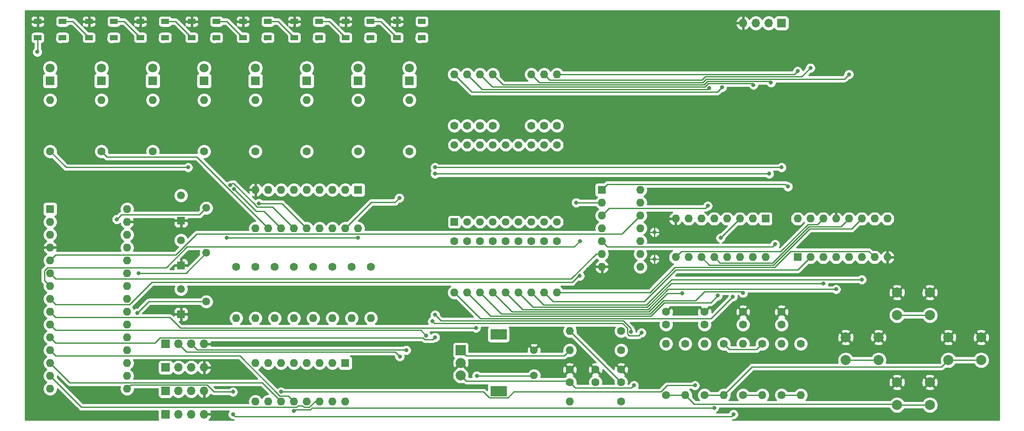
<source format=gtl>
G04 #@! TF.GenerationSoftware,KiCad,Pcbnew,(5.1.6)-1*
G04 #@! TF.CreationDate,2020-05-23T11:28:19-07:00*
G04 #@! TF.ProjectId,NanoDemo,4e616e6f-4465-46d6-9f2e-6b696361645f,rev?*
G04 #@! TF.SameCoordinates,Original*
G04 #@! TF.FileFunction,Copper,L1,Top*
G04 #@! TF.FilePolarity,Positive*
%FSLAX46Y46*%
G04 Gerber Fmt 4.6, Leading zero omitted, Abs format (unit mm)*
G04 Created by KiCad (PCBNEW (5.1.6)-1) date 2020-05-23 11:28:19*
%MOMM*%
%LPD*%
G01*
G04 APERTURE LIST*
G04 #@! TA.AperFunction,ComponentPad*
%ADD10C,1.550000*%
G04 #@! TD*
G04 #@! TA.AperFunction,ComponentPad*
%ADD11R,1.550000X1.550000*%
G04 #@! TD*
G04 #@! TA.AperFunction,ComponentPad*
%ADD12O,1.600000X1.600000*%
G04 #@! TD*
G04 #@! TA.AperFunction,ComponentPad*
%ADD13R,1.600000X1.600000*%
G04 #@! TD*
G04 #@! TA.AperFunction,ComponentPad*
%ADD14O,1.700000X1.700000*%
G04 #@! TD*
G04 #@! TA.AperFunction,ComponentPad*
%ADD15R,1.700000X1.700000*%
G04 #@! TD*
G04 #@! TA.AperFunction,ComponentPad*
%ADD16C,1.600000*%
G04 #@! TD*
G04 #@! TA.AperFunction,ComponentPad*
%ADD17C,1.500000*%
G04 #@! TD*
G04 #@! TA.AperFunction,ComponentPad*
%ADD18R,1.500000X1.500000*%
G04 #@! TD*
G04 #@! TA.AperFunction,ComponentPad*
%ADD19C,1.800000*%
G04 #@! TD*
G04 #@! TA.AperFunction,ComponentPad*
%ADD20R,1.800000X1.800000*%
G04 #@! TD*
G04 #@! TA.AperFunction,ComponentPad*
%ADD21R,2.000000X2.000000*%
G04 #@! TD*
G04 #@! TA.AperFunction,ComponentPad*
%ADD22C,2.000000*%
G04 #@! TD*
G04 #@! TA.AperFunction,ComponentPad*
%ADD23R,3.200000X2.000000*%
G04 #@! TD*
G04 #@! TA.AperFunction,SMDPad,CuDef*
%ADD24R,1.500000X1.000000*%
G04 #@! TD*
G04 #@! TA.AperFunction,ViaPad*
%ADD25C,0.800000*%
G04 #@! TD*
G04 #@! TA.AperFunction,Conductor*
%ADD26C,0.250000*%
G04 #@! TD*
G04 #@! TA.AperFunction,Conductor*
%ADD27C,0.254000*%
G04 #@! TD*
G04 APERTURE END LIST*
D10*
G04 #@! TO.P,RV3,2*
G04 #@! TO.N,Net-(A1-Pad21)*
X55038000Y-173268000D03*
D11*
G04 #@! TO.P,RV3,1*
G04 #@! TO.N,GND*
X50038000Y-175768000D03*
D10*
G04 #@! TO.P,RV3,3*
G04 #@! TO.N,VCC*
X50038000Y-170768000D03*
G04 #@! TD*
G04 #@! TO.P,RV2,2*
G04 #@! TO.N,Net-(A1-Pad20)*
X55038000Y-163616000D03*
D11*
G04 #@! TO.P,RV2,1*
G04 #@! TO.N,GND*
X50038000Y-166116000D03*
D10*
G04 #@! TO.P,RV2,3*
G04 #@! TO.N,VCC*
X50038000Y-161116000D03*
G04 #@! TD*
G04 #@! TO.P,RV1,2*
G04 #@! TO.N,Net-(A1-Pad19)*
X55038000Y-154726000D03*
D11*
G04 #@! TO.P,RV1,1*
G04 #@! TO.N,GND*
X50038000Y-157226000D03*
D10*
G04 #@! TO.P,RV1,3*
G04 #@! TO.N,VCC*
X50038000Y-152226000D03*
G04 #@! TD*
D12*
G04 #@! TO.P,U1,14*
G04 #@! TO.N,VCC*
X140970000Y-151130000D03*
G04 #@! TO.P,U1,7*
G04 #@! TO.N,GND*
X133350000Y-166370000D03*
G04 #@! TO.P,U1,13*
G04 #@! TO.N,Net-(C7-Pad1)*
X140970000Y-153670000D03*
G04 #@! TO.P,U1,6*
G04 #@! TO.N,Net-(A1-Pad6)*
X133350000Y-163830000D03*
G04 #@! TO.P,U1,12*
G04 #@! TO.N,Net-(A1-Pad5)*
X140970000Y-156210000D03*
G04 #@! TO.P,U1,5*
G04 #@! TO.N,Net-(C4-Pad1)*
X133350000Y-161290000D03*
G04 #@! TO.P,U1,11*
G04 #@! TO.N,Net-(C6-Pad1)*
X140970000Y-158750000D03*
G04 #@! TO.P,U1,4*
G04 #@! TO.N,Net-(A1-Pad7)*
X133350000Y-158750000D03*
G04 #@! TO.P,U1,10*
G04 #@! TO.N,Net-(A1-Pad11)*
X140970000Y-161290000D03*
G04 #@! TO.P,U1,3*
G04 #@! TO.N,Net-(C2-Pad1)*
X133350000Y-156210000D03*
G04 #@! TO.P,U1,9*
G04 #@! TO.N,Net-(C5-Pad1)*
X140970000Y-163830000D03*
G04 #@! TO.P,U1,2*
G04 #@! TO.N,Net-(A1-Pad8)*
X133350000Y-153670000D03*
G04 #@! TO.P,U1,8*
G04 #@! TO.N,Net-(A1-Pad10)*
X140970000Y-166370000D03*
D13*
G04 #@! TO.P,U1,1*
G04 #@! TO.N,Net-(C1-Pad1)*
X133350000Y-151130000D03*
G04 #@! TD*
D14*
G04 #@! TO.P,J5,4*
G04 #@! TO.N,GND*
X161290000Y-118110000D03*
G04 #@! TO.P,J5,3*
G04 #@! TO.N,VCC*
X163830000Y-118110000D03*
G04 #@! TO.P,J5,2*
G04 #@! TO.N,I2C_Clock*
X166370000Y-118110000D03*
D15*
G04 #@! TO.P,J5,1*
G04 #@! TO.N,I2C_Data*
X168910000Y-118110000D03*
G04 #@! TD*
D12*
G04 #@! TO.P,U6,16*
G04 #@! TO.N,VCC*
X172085000Y-156845000D03*
G04 #@! TO.P,U6,8*
G04 #@! TO.N,GND*
X189865000Y-164465000D03*
G04 #@! TO.P,U6,15*
G04 #@! TO.N,Net-(R36-Pad2)*
X174625000Y-156845000D03*
G04 #@! TO.P,U6,7*
G04 #@! TO.N,Net-(R43-Pad2)*
X187325000Y-164465000D03*
G04 #@! TO.P,U6,14*
G04 #@! TO.N,ShiftR1OutR2In*
X177165000Y-156845000D03*
G04 #@! TO.P,U6,6*
G04 #@! TO.N,Net-(R42-Pad2)*
X184785000Y-164465000D03*
G04 #@! TO.P,U6,13*
G04 #@! TO.N,GND*
X179705000Y-156845000D03*
G04 #@! TO.P,U6,5*
G04 #@! TO.N,Net-(R41-Pad2)*
X182245000Y-164465000D03*
G04 #@! TO.P,U6,12*
G04 #@! TO.N,RCLK*
X182245000Y-156845000D03*
G04 #@! TO.P,U6,4*
G04 #@! TO.N,Net-(R40-Pad2)*
X179705000Y-164465000D03*
G04 #@! TO.P,U6,11*
G04 #@! TO.N,SRCLK*
X184785000Y-156845000D03*
G04 #@! TO.P,U6,3*
G04 #@! TO.N,Net-(R39-Pad2)*
X177165000Y-164465000D03*
G04 #@! TO.P,U6,10*
G04 #@! TO.N,VCC*
X187325000Y-156845000D03*
G04 #@! TO.P,U6,2*
G04 #@! TO.N,Net-(R38-Pad2)*
X174625000Y-164465000D03*
G04 #@! TO.P,U6,9*
G04 #@! TO.N,Net-(U6-Pad9)*
X189865000Y-156845000D03*
D13*
G04 #@! TO.P,U6,1*
G04 #@! TO.N,Net-(R37-Pad2)*
X172085000Y-164465000D03*
G04 #@! TD*
D12*
G04 #@! TO.P,R43,2*
G04 #@! TO.N,Net-(R43-Pad2)*
X124460000Y-171450000D03*
D16*
G04 #@! TO.P,R43,1*
G04 #@! TO.N,Net-(DS1-Pad9)*
X124460000Y-161290000D03*
G04 #@! TD*
D12*
G04 #@! TO.P,R42,2*
G04 #@! TO.N,Net-(R42-Pad2)*
X119380000Y-171450000D03*
D16*
G04 #@! TO.P,R42,1*
G04 #@! TO.N,Net-(DS1-Pad7)*
X119380000Y-161290000D03*
G04 #@! TD*
D12*
G04 #@! TO.P,R41,2*
G04 #@! TO.N,Net-(R41-Pad2)*
X119380000Y-128270000D03*
D16*
G04 #@! TO.P,R41,1*
G04 #@! TO.N,Net-(DS1-Pad12)*
X119380000Y-138430000D03*
G04 #@! TD*
D12*
G04 #@! TO.P,R40,2*
G04 #@! TO.N,Net-(R40-Pad2)*
X114300000Y-171450000D03*
D16*
G04 #@! TO.P,R40,1*
G04 #@! TO.N,Net-(DS1-Pad5)*
X114300000Y-161290000D03*
G04 #@! TD*
D12*
G04 #@! TO.P,R39,2*
G04 #@! TO.N,Net-(R39-Pad2)*
X116840000Y-171450000D03*
D16*
G04 #@! TO.P,R39,1*
G04 #@! TO.N,Net-(DS1-Pad6)*
X116840000Y-161290000D03*
G04 #@! TD*
D12*
G04 #@! TO.P,R38,2*
G04 #@! TO.N,Net-(R38-Pad2)*
X121920000Y-171450000D03*
D16*
G04 #@! TO.P,R38,1*
G04 #@! TO.N,Net-(DS1-Pad8)*
X121920000Y-161290000D03*
G04 #@! TD*
D12*
G04 #@! TO.P,R37,2*
G04 #@! TO.N,Net-(R37-Pad2)*
X124460000Y-128270000D03*
D16*
G04 #@! TO.P,R37,1*
G04 #@! TO.N,Net-(DS1-Pad10)*
X124460000Y-138430000D03*
G04 #@! TD*
D12*
G04 #@! TO.P,R36,2*
G04 #@! TO.N,Net-(R36-Pad2)*
X121920000Y-128270000D03*
D16*
G04 #@! TO.P,R36,1*
G04 #@! TO.N,Net-(DS1-Pad11)*
X121920000Y-138430000D03*
G04 #@! TD*
D12*
G04 #@! TO.P,R35,2*
G04 #@! TO.N,Net-(R35-Pad2)*
X111760000Y-171450000D03*
D16*
G04 #@! TO.P,R35,1*
G04 #@! TO.N,Net-(DS1-Pad4)*
X111760000Y-161290000D03*
G04 #@! TD*
D12*
G04 #@! TO.P,R34,2*
G04 #@! TO.N,Net-(R34-Pad2)*
X106680000Y-128270000D03*
D16*
G04 #@! TO.P,R34,1*
G04 #@! TO.N,Net-(DS1-Pad17)*
X106680000Y-138430000D03*
G04 #@! TD*
D12*
G04 #@! TO.P,R33,2*
G04 #@! TO.N,Net-(R33-Pad2)*
X104140000Y-128270000D03*
D16*
G04 #@! TO.P,R33,1*
G04 #@! TO.N,Net-(DS1-Pad18)*
X104140000Y-138430000D03*
G04 #@! TD*
D12*
G04 #@! TO.P,R32,2*
G04 #@! TO.N,Net-(R32-Pad2)*
X104140000Y-171450000D03*
D16*
G04 #@! TO.P,R32,1*
G04 #@! TO.N,Net-(DS1-Pad1)*
X104140000Y-161290000D03*
G04 #@! TD*
D12*
G04 #@! TO.P,R31,2*
G04 #@! TO.N,Net-(R31-Pad2)*
X106680000Y-171450000D03*
D16*
G04 #@! TO.P,R31,1*
G04 #@! TO.N,Net-(DS1-Pad2)*
X106680000Y-161290000D03*
G04 #@! TD*
D12*
G04 #@! TO.P,R30,2*
G04 #@! TO.N,Net-(R30-Pad2)*
X109220000Y-171450000D03*
D16*
G04 #@! TO.P,R30,1*
G04 #@! TO.N,Net-(DS1-Pad3)*
X109220000Y-161290000D03*
G04 #@! TD*
D12*
G04 #@! TO.P,R29,2*
G04 #@! TO.N,Net-(R29-Pad2)*
X111760000Y-128270000D03*
D16*
G04 #@! TO.P,R29,1*
G04 #@! TO.N,Net-(DS1-Pad15)*
X111760000Y-138430000D03*
G04 #@! TD*
D12*
G04 #@! TO.P,R28,2*
G04 #@! TO.N,Net-(R28-Pad2)*
X109220000Y-128270000D03*
D16*
G04 #@! TO.P,R28,1*
G04 #@! TO.N,Net-(DS1-Pad16)*
X109220000Y-138430000D03*
G04 #@! TD*
D14*
G04 #@! TO.P,J4,4*
G04 #@! TO.N,GND*
X54610000Y-181630000D03*
G04 #@! TO.P,J4,3*
G04 #@! TO.N,I2C_Clock*
X52070000Y-181630000D03*
G04 #@! TO.P,J4,2*
G04 #@! TO.N,I2C_Data*
X49530000Y-181630000D03*
D15*
G04 #@! TO.P,J4,1*
G04 #@! TO.N,VCC*
X46990000Y-181630000D03*
G04 #@! TD*
D14*
G04 #@! TO.P,J3,4*
G04 #@! TO.N,GND*
X54610000Y-186280000D03*
G04 #@! TO.P,J3,3*
G04 #@! TO.N,I2C_Clock*
X52070000Y-186280000D03*
G04 #@! TO.P,J3,2*
G04 #@! TO.N,I2C_Data*
X49530000Y-186280000D03*
D15*
G04 #@! TO.P,J3,1*
G04 #@! TO.N,VCC*
X46990000Y-186280000D03*
G04 #@! TD*
D14*
G04 #@! TO.P,J2,4*
G04 #@! TO.N,GND*
X54610000Y-190930000D03*
G04 #@! TO.P,J2,3*
G04 #@! TO.N,I2C_Clock*
X52070000Y-190930000D03*
G04 #@! TO.P,J2,2*
G04 #@! TO.N,I2C_Data*
X49530000Y-190930000D03*
D15*
G04 #@! TO.P,J2,1*
G04 #@! TO.N,VCC*
X46990000Y-190930000D03*
G04 #@! TD*
D14*
G04 #@! TO.P,J1,4*
G04 #@! TO.N,GND*
X54610000Y-195580000D03*
G04 #@! TO.P,J1,3*
G04 #@! TO.N,I2C_Clock*
X52070000Y-195580000D03*
G04 #@! TO.P,J1,2*
G04 #@! TO.N,I2C_Data*
X49530000Y-195580000D03*
D15*
G04 #@! TO.P,J1,1*
G04 #@! TO.N,VCC*
X46990000Y-195580000D03*
G04 #@! TD*
D12*
G04 #@! TO.P,U5,18*
G04 #@! TO.N,Net-(R19-Pad1)*
X85090000Y-158750000D03*
G04 #@! TO.P,U5,9*
G04 #@! TO.N,GND*
X64770000Y-151130000D03*
G04 #@! TO.P,U5,17*
G04 #@! TO.N,Net-(R18-Pad1)*
X82550000Y-158750000D03*
G04 #@! TO.P,U5,8*
G04 #@! TO.N,Net-(R20-Pad2)*
X67310000Y-151130000D03*
G04 #@! TO.P,U5,16*
G04 #@! TO.N,Net-(R17-Pad1)*
X80010000Y-158750000D03*
G04 #@! TO.P,U5,7*
G04 #@! TO.N,Net-(R21-Pad2)*
X69850000Y-151130000D03*
G04 #@! TO.P,U5,15*
G04 #@! TO.N,Net-(R16-Pad1)*
X77470000Y-158750000D03*
G04 #@! TO.P,U5,6*
G04 #@! TO.N,Net-(R22-Pad2)*
X72390000Y-151130000D03*
G04 #@! TO.P,U5,14*
G04 #@! TO.N,Net-(R15-Pad1)*
X74930000Y-158750000D03*
G04 #@! TO.P,U5,5*
G04 #@! TO.N,Net-(R23-Pad2)*
X74930000Y-151130000D03*
G04 #@! TO.P,U5,13*
G04 #@! TO.N,Net-(R14-Pad1)*
X72390000Y-158750000D03*
G04 #@! TO.P,U5,4*
G04 #@! TO.N,Net-(R24-Pad2)*
X77470000Y-151130000D03*
G04 #@! TO.P,U5,12*
G04 #@! TO.N,Net-(R13-Pad1)*
X69850000Y-158750000D03*
G04 #@! TO.P,U5,3*
G04 #@! TO.N,Net-(R25-Pad2)*
X80010000Y-151130000D03*
G04 #@! TO.P,U5,11*
G04 #@! TO.N,Net-(R12-Pad1)*
X67310000Y-158750000D03*
G04 #@! TO.P,U5,2*
G04 #@! TO.N,Net-(R26-Pad2)*
X82550000Y-151130000D03*
G04 #@! TO.P,U5,10*
G04 #@! TO.N,VCC*
X64770000Y-158750000D03*
D13*
G04 #@! TO.P,U5,1*
G04 #@! TO.N,Net-(R27-Pad2)*
X85090000Y-151130000D03*
G04 #@! TD*
D12*
G04 #@! TO.P,R27,2*
G04 #@! TO.N,Net-(R27-Pad2)*
X87630000Y-176530000D03*
D16*
G04 #@! TO.P,R27,1*
G04 #@! TO.N,Net-(R27-Pad1)*
X87630000Y-166370000D03*
G04 #@! TD*
D12*
G04 #@! TO.P,R26,2*
G04 #@! TO.N,Net-(R26-Pad2)*
X83820000Y-176530000D03*
D16*
G04 #@! TO.P,R26,1*
G04 #@! TO.N,Net-(R26-Pad1)*
X83820000Y-166370000D03*
G04 #@! TD*
D12*
G04 #@! TO.P,R25,2*
G04 #@! TO.N,Net-(R25-Pad2)*
X80010000Y-176530000D03*
D16*
G04 #@! TO.P,R25,1*
G04 #@! TO.N,Net-(R25-Pad1)*
X80010000Y-166370000D03*
G04 #@! TD*
D12*
G04 #@! TO.P,R24,2*
G04 #@! TO.N,Net-(R24-Pad2)*
X76200000Y-176530000D03*
D16*
G04 #@! TO.P,R24,1*
G04 #@! TO.N,Net-(R24-Pad1)*
X76200000Y-166370000D03*
G04 #@! TD*
D12*
G04 #@! TO.P,R23,2*
G04 #@! TO.N,Net-(R23-Pad2)*
X72390000Y-176530000D03*
D16*
G04 #@! TO.P,R23,1*
G04 #@! TO.N,Net-(R23-Pad1)*
X72390000Y-166370000D03*
G04 #@! TD*
D12*
G04 #@! TO.P,R22,2*
G04 #@! TO.N,Net-(R22-Pad2)*
X68580000Y-176530000D03*
D16*
G04 #@! TO.P,R22,1*
G04 #@! TO.N,Net-(R22-Pad1)*
X68580000Y-166370000D03*
G04 #@! TD*
D12*
G04 #@! TO.P,R21,2*
G04 #@! TO.N,Net-(R21-Pad2)*
X64770000Y-176530000D03*
D16*
G04 #@! TO.P,R21,1*
G04 #@! TO.N,Net-(R21-Pad1)*
X64770000Y-166370000D03*
G04 #@! TD*
D12*
G04 #@! TO.P,R20,2*
G04 #@! TO.N,Net-(R20-Pad2)*
X60960000Y-176530000D03*
D16*
G04 #@! TO.P,R20,1*
G04 #@! TO.N,Net-(R20-Pad1)*
X60960000Y-166370000D03*
G04 #@! TD*
D12*
G04 #@! TO.P,R19,2*
G04 #@! TO.N,Net-(D9-Pad1)*
X24130000Y-133350000D03*
D16*
G04 #@! TO.P,R19,1*
G04 #@! TO.N,Net-(R19-Pad1)*
X24130000Y-143510000D03*
G04 #@! TD*
D12*
G04 #@! TO.P,R18,2*
G04 #@! TO.N,Net-(D16-Pad1)*
X95250000Y-133350000D03*
D16*
G04 #@! TO.P,R18,1*
G04 #@! TO.N,Net-(R18-Pad1)*
X95250000Y-143510000D03*
G04 #@! TD*
D12*
G04 #@! TO.P,R17,2*
G04 #@! TO.N,Net-(D15-Pad1)*
X85090000Y-133350000D03*
D16*
G04 #@! TO.P,R17,1*
G04 #@! TO.N,Net-(R17-Pad1)*
X85090000Y-143510000D03*
G04 #@! TD*
D12*
G04 #@! TO.P,R16,2*
G04 #@! TO.N,Net-(D14-Pad1)*
X74930000Y-133350000D03*
D16*
G04 #@! TO.P,R16,1*
G04 #@! TO.N,Net-(R16-Pad1)*
X74930000Y-143510000D03*
G04 #@! TD*
D12*
G04 #@! TO.P,R15,2*
G04 #@! TO.N,Net-(D13-Pad1)*
X64770000Y-133350000D03*
D16*
G04 #@! TO.P,R15,1*
G04 #@! TO.N,Net-(R15-Pad1)*
X64770000Y-143510000D03*
G04 #@! TD*
D12*
G04 #@! TO.P,R14,2*
G04 #@! TO.N,Net-(D12-Pad1)*
X54610000Y-133350000D03*
D16*
G04 #@! TO.P,R14,1*
G04 #@! TO.N,Net-(R14-Pad1)*
X54610000Y-143510000D03*
G04 #@! TD*
D12*
G04 #@! TO.P,R13,2*
G04 #@! TO.N,Net-(D11-Pad1)*
X44450000Y-133350000D03*
D16*
G04 #@! TO.P,R13,1*
G04 #@! TO.N,Net-(R13-Pad1)*
X44450000Y-143510000D03*
G04 #@! TD*
D12*
G04 #@! TO.P,R12,2*
G04 #@! TO.N,Net-(D10-Pad1)*
X34290000Y-133350000D03*
D16*
G04 #@! TO.P,R12,1*
G04 #@! TO.N,Net-(R12-Pad1)*
X34290000Y-143510000D03*
G04 #@! TD*
D17*
G04 #@! TO.P,DS1,18*
G04 #@! TO.N,Net-(DS1-Pad18)*
X104140000Y-142240000D03*
G04 #@! TO.P,DS1,17*
G04 #@! TO.N,Net-(DS1-Pad17)*
X106680000Y-142240000D03*
G04 #@! TO.P,DS1,16*
G04 #@! TO.N,Net-(DS1-Pad16)*
X109220000Y-142240000D03*
G04 #@! TO.P,DS1,15*
G04 #@! TO.N,Net-(DS1-Pad15)*
X111760000Y-142240000D03*
G04 #@! TO.P,DS1,14*
G04 #@! TO.N,VCC*
X114300000Y-142240000D03*
G04 #@! TO.P,DS1,13*
X116840000Y-142240000D03*
G04 #@! TO.P,DS1,12*
G04 #@! TO.N,Net-(DS1-Pad12)*
X119380000Y-142240000D03*
G04 #@! TO.P,DS1,11*
G04 #@! TO.N,Net-(DS1-Pad11)*
X121920000Y-142240000D03*
G04 #@! TO.P,DS1,10*
G04 #@! TO.N,Net-(DS1-Pad10)*
X124460000Y-142240000D03*
G04 #@! TO.P,DS1,9*
G04 #@! TO.N,Net-(DS1-Pad9)*
X124460000Y-157480000D03*
G04 #@! TO.P,DS1,8*
G04 #@! TO.N,Net-(DS1-Pad8)*
X121920000Y-157480000D03*
G04 #@! TO.P,DS1,7*
G04 #@! TO.N,Net-(DS1-Pad7)*
X119380000Y-157480000D03*
G04 #@! TO.P,DS1,6*
G04 #@! TO.N,Net-(DS1-Pad6)*
X116840000Y-157480000D03*
G04 #@! TO.P,DS1,5*
G04 #@! TO.N,Net-(DS1-Pad5)*
X114300000Y-157480000D03*
G04 #@! TO.P,DS1,4*
G04 #@! TO.N,Net-(DS1-Pad4)*
X111760000Y-157480000D03*
G04 #@! TO.P,DS1,3*
G04 #@! TO.N,Net-(DS1-Pad3)*
X109220000Y-157480000D03*
G04 #@! TO.P,DS1,2*
G04 #@! TO.N,Net-(DS1-Pad2)*
X106680000Y-157480000D03*
D18*
G04 #@! TO.P,DS1,1*
G04 #@! TO.N,Net-(DS1-Pad1)*
X104140000Y-157480000D03*
G04 #@! TD*
D19*
G04 #@! TO.P,D16,2*
G04 #@! TO.N,VCC*
X95250000Y-127000000D03*
D20*
G04 #@! TO.P,D16,1*
G04 #@! TO.N,Net-(D16-Pad1)*
X95250000Y-129540000D03*
G04 #@! TD*
D19*
G04 #@! TO.P,D15,2*
G04 #@! TO.N,VCC*
X85090000Y-127000000D03*
D20*
G04 #@! TO.P,D15,1*
G04 #@! TO.N,Net-(D15-Pad1)*
X85090000Y-129540000D03*
G04 #@! TD*
D19*
G04 #@! TO.P,D14,2*
G04 #@! TO.N,VCC*
X74930000Y-127000000D03*
D20*
G04 #@! TO.P,D14,1*
G04 #@! TO.N,Net-(D14-Pad1)*
X74930000Y-129540000D03*
G04 #@! TD*
D19*
G04 #@! TO.P,D13,2*
G04 #@! TO.N,VCC*
X64770000Y-127000000D03*
D20*
G04 #@! TO.P,D13,1*
G04 #@! TO.N,Net-(D13-Pad1)*
X64770000Y-129540000D03*
G04 #@! TD*
D19*
G04 #@! TO.P,D12,2*
G04 #@! TO.N,VCC*
X54610000Y-127000000D03*
D20*
G04 #@! TO.P,D12,1*
G04 #@! TO.N,Net-(D12-Pad1)*
X54610000Y-129540000D03*
G04 #@! TD*
D19*
G04 #@! TO.P,D11,2*
G04 #@! TO.N,VCC*
X44450000Y-127000000D03*
D20*
G04 #@! TO.P,D11,1*
G04 #@! TO.N,Net-(D11-Pad1)*
X44450000Y-129540000D03*
G04 #@! TD*
D19*
G04 #@! TO.P,D10,2*
G04 #@! TO.N,VCC*
X34290000Y-127000000D03*
D20*
G04 #@! TO.P,D10,1*
G04 #@! TO.N,Net-(D10-Pad1)*
X34290000Y-129540000D03*
G04 #@! TD*
D21*
G04 #@! TO.P,SW4,A*
G04 #@! TO.N,Net-(C6-Pad1)*
X105410000Y-182880000D03*
D22*
G04 #@! TO.P,SW4,C*
G04 #@! TO.N,GND*
X105410000Y-185380000D03*
G04 #@! TO.P,SW4,B*
G04 #@! TO.N,Net-(C5-Pad1)*
X105410000Y-187880000D03*
D23*
G04 #@! TO.P,SW4,MP*
G04 #@! TO.N,N/C*
X112910000Y-179780000D03*
X112910000Y-190980000D03*
D17*
G04 #@! TO.P,SW4,S1*
G04 #@! TO.N,GND*
X119910000Y-182880000D03*
G04 #@! TO.P,SW4,S2*
G04 #@! TO.N,Net-(A1-Pad9)*
X119910000Y-187880000D03*
G04 #@! TD*
D19*
G04 #@! TO.P,D9,2*
G04 #@! TO.N,VCC*
X24130000Y-127000000D03*
D20*
G04 #@! TO.P,D9,1*
G04 #@! TO.N,Net-(D9-Pad1)*
X24130000Y-129540000D03*
G04 #@! TD*
D12*
G04 #@! TO.P,U4,16*
G04 #@! TO.N,VCC*
X165735000Y-164465000D03*
G04 #@! TO.P,U4,8*
G04 #@! TO.N,GND*
X147955000Y-156845000D03*
G04 #@! TO.P,U4,15*
G04 #@! TO.N,Net-(R28-Pad2)*
X163195000Y-164465000D03*
G04 #@! TO.P,U4,7*
G04 #@! TO.N,Net-(R35-Pad2)*
X150495000Y-156845000D03*
G04 #@! TO.P,U4,14*
G04 #@! TO.N,7SegData*
X160655000Y-164465000D03*
G04 #@! TO.P,U4,6*
G04 #@! TO.N,Net-(R34-Pad2)*
X153035000Y-156845000D03*
G04 #@! TO.P,U4,13*
G04 #@! TO.N,GND*
X158115000Y-164465000D03*
G04 #@! TO.P,U4,5*
G04 #@! TO.N,Net-(R33-Pad2)*
X155575000Y-156845000D03*
G04 #@! TO.P,U4,12*
G04 #@! TO.N,RCLK*
X155575000Y-164465000D03*
G04 #@! TO.P,U4,4*
G04 #@! TO.N,Net-(R32-Pad2)*
X158115000Y-156845000D03*
G04 #@! TO.P,U4,11*
G04 #@! TO.N,SRCLK*
X153035000Y-164465000D03*
G04 #@! TO.P,U4,3*
G04 #@! TO.N,Net-(R31-Pad2)*
X160655000Y-156845000D03*
G04 #@! TO.P,U4,10*
G04 #@! TO.N,VCC*
X150495000Y-164465000D03*
G04 #@! TO.P,U4,2*
G04 #@! TO.N,Net-(R30-Pad2)*
X163195000Y-156845000D03*
G04 #@! TO.P,U4,9*
G04 #@! TO.N,ShiftR1OutR2In*
X147955000Y-164465000D03*
D13*
G04 #@! TO.P,U4,1*
G04 #@! TO.N,Net-(R29-Pad2)*
X165735000Y-156845000D03*
G04 #@! TD*
D12*
G04 #@! TO.P,U2,16*
G04 #@! TO.N,VCC*
X82550000Y-193040000D03*
G04 #@! TO.P,U2,8*
G04 #@! TO.N,GND*
X64770000Y-185420000D03*
G04 #@! TO.P,U2,15*
G04 #@! TO.N,Net-(R27-Pad1)*
X80010000Y-193040000D03*
G04 #@! TO.P,U2,7*
G04 #@! TO.N,Net-(R20-Pad1)*
X67310000Y-185420000D03*
G04 #@! TO.P,U2,14*
G04 #@! TO.N,Net-(A1-Pad14)*
X77470000Y-193040000D03*
G04 #@! TO.P,U2,6*
G04 #@! TO.N,Net-(R21-Pad1)*
X69850000Y-185420000D03*
G04 #@! TO.P,U2,13*
G04 #@! TO.N,GND*
X74930000Y-193040000D03*
G04 #@! TO.P,U2,5*
G04 #@! TO.N,Net-(R22-Pad1)*
X72390000Y-185420000D03*
G04 #@! TO.P,U2,12*
G04 #@! TO.N,RCLK*
X72390000Y-193040000D03*
G04 #@! TO.P,U2,4*
G04 #@! TO.N,Net-(R23-Pad1)*
X74930000Y-185420000D03*
G04 #@! TO.P,U2,11*
G04 #@! TO.N,SRCLK*
X69850000Y-193040000D03*
G04 #@! TO.P,U2,3*
G04 #@! TO.N,Net-(R24-Pad1)*
X77470000Y-185420000D03*
G04 #@! TO.P,U2,10*
G04 #@! TO.N,VCC*
X67310000Y-193040000D03*
G04 #@! TO.P,U2,2*
G04 #@! TO.N,Net-(R25-Pad1)*
X80010000Y-185420000D03*
G04 #@! TO.P,U2,9*
G04 #@! TO.N,Net-(U2-Pad9)*
X64770000Y-193040000D03*
D13*
G04 #@! TO.P,U2,1*
G04 #@! TO.N,Net-(R26-Pad1)*
X82550000Y-185420000D03*
G04 #@! TD*
D22*
G04 #@! TO.P,SW1,2*
G04 #@! TO.N,GND*
X188110000Y-180340000D03*
G04 #@! TO.P,SW1,4*
G04 #@! TO.N,Net-(R1-Pad2)*
X188110000Y-184840000D03*
G04 #@! TO.P,SW1,1*
G04 #@! TO.N,GND*
X181610000Y-180340000D03*
G04 #@! TO.P,SW1,3*
G04 #@! TO.N,Net-(R1-Pad2)*
X181610000Y-184840000D03*
G04 #@! TD*
G04 #@! TO.P,SW5,2*
G04 #@! TO.N,GND*
X198270000Y-189230000D03*
G04 #@! TO.P,SW5,4*
G04 #@! TO.N,Net-(R11-Pad1)*
X198270000Y-193730000D03*
G04 #@! TO.P,SW5,1*
G04 #@! TO.N,GND*
X191770000Y-189230000D03*
G04 #@! TO.P,SW5,3*
G04 #@! TO.N,Net-(R11-Pad1)*
X191770000Y-193730000D03*
G04 #@! TD*
G04 #@! TO.P,SW3,2*
G04 #@! TO.N,GND*
X198270000Y-171450000D03*
G04 #@! TO.P,SW3,4*
G04 #@! TO.N,Net-(R6-Pad2)*
X198270000Y-175950000D03*
G04 #@! TO.P,SW3,1*
G04 #@! TO.N,GND*
X191770000Y-171450000D03*
G04 #@! TO.P,SW3,3*
G04 #@! TO.N,Net-(R6-Pad2)*
X191770000Y-175950000D03*
G04 #@! TD*
G04 #@! TO.P,SW2,2*
G04 #@! TO.N,GND*
X208430000Y-180340000D03*
G04 #@! TO.P,SW2,4*
G04 #@! TO.N,Net-(R3-Pad2)*
X208430000Y-184840000D03*
G04 #@! TO.P,SW2,1*
G04 #@! TO.N,GND*
X201930000Y-180340000D03*
G04 #@! TO.P,SW2,3*
G04 #@! TO.N,Net-(R3-Pad2)*
X201930000Y-184840000D03*
G04 #@! TD*
D12*
G04 #@! TO.P,R11,2*
G04 #@! TO.N,Net-(C7-Pad1)*
X146050000Y-181610000D03*
D16*
G04 #@! TO.P,R11,1*
G04 #@! TO.N,Net-(R11-Pad1)*
X146050000Y-191770000D03*
G04 #@! TD*
D12*
G04 #@! TO.P,R10,2*
G04 #@! TO.N,Net-(C6-Pad1)*
X127000000Y-182880000D03*
D16*
G04 #@! TO.P,R10,1*
G04 #@! TO.N,VCC*
X137160000Y-182880000D03*
G04 #@! TD*
D12*
G04 #@! TO.P,R9,2*
G04 #@! TO.N,Net-(R11-Pad1)*
X149860000Y-191770000D03*
D16*
G04 #@! TO.P,R9,1*
G04 #@! TO.N,VCC*
X149860000Y-181610000D03*
G04 #@! TD*
D12*
G04 #@! TO.P,R8,2*
G04 #@! TO.N,Net-(C5-Pad1)*
X127000000Y-193040000D03*
D16*
G04 #@! TO.P,R8,1*
G04 #@! TO.N,VCC*
X137160000Y-193040000D03*
G04 #@! TD*
D12*
G04 #@! TO.P,R7,2*
G04 #@! TO.N,Net-(C4-Pad1)*
X161290000Y-181610000D03*
D16*
G04 #@! TO.P,R7,1*
G04 #@! TO.N,Net-(R6-Pad2)*
X161290000Y-191770000D03*
G04 #@! TD*
D12*
G04 #@! TO.P,R6,2*
G04 #@! TO.N,Net-(R6-Pad2)*
X165100000Y-191770000D03*
D16*
G04 #@! TO.P,R6,1*
G04 #@! TO.N,VCC*
X165100000Y-181610000D03*
G04 #@! TD*
D12*
G04 #@! TO.P,R5,2*
G04 #@! TO.N,Net-(A1-Pad9)*
X127000000Y-179070000D03*
D16*
G04 #@! TO.P,R5,1*
G04 #@! TO.N,VCC*
X137160000Y-179070000D03*
G04 #@! TD*
D12*
G04 #@! TO.P,R4,2*
G04 #@! TO.N,Net-(C2-Pad1)*
X153670000Y-181610000D03*
D16*
G04 #@! TO.P,R4,1*
G04 #@! TO.N,Net-(R3-Pad2)*
X153670000Y-191770000D03*
G04 #@! TD*
D12*
G04 #@! TO.P,R3,2*
G04 #@! TO.N,Net-(R3-Pad2)*
X157480000Y-191770000D03*
D16*
G04 #@! TO.P,R3,1*
G04 #@! TO.N,VCC*
X157480000Y-181610000D03*
G04 #@! TD*
D12*
G04 #@! TO.P,R2,2*
G04 #@! TO.N,Net-(C1-Pad1)*
X168910000Y-181610000D03*
D16*
G04 #@! TO.P,R2,1*
G04 #@! TO.N,Net-(R1-Pad2)*
X168910000Y-191770000D03*
G04 #@! TD*
D12*
G04 #@! TO.P,R1,2*
G04 #@! TO.N,Net-(R1-Pad2)*
X172720000Y-191770000D03*
D16*
G04 #@! TO.P,R1,1*
G04 #@! TO.N,VCC*
X172720000Y-181610000D03*
G04 #@! TD*
G04 #@! TO.P,C7,2*
G04 #@! TO.N,GND*
X146050000Y-175300000D03*
G04 #@! TO.P,C7,1*
G04 #@! TO.N,Net-(C7-Pad1)*
X146050000Y-177800000D03*
G04 #@! TD*
G04 #@! TO.P,C6,2*
G04 #@! TO.N,GND*
X132080000Y-186730000D03*
G04 #@! TO.P,C6,1*
G04 #@! TO.N,Net-(C6-Pad1)*
X132080000Y-189230000D03*
G04 #@! TD*
G04 #@! TO.P,C5,2*
G04 #@! TO.N,GND*
X127000000Y-186730000D03*
G04 #@! TO.P,C5,1*
G04 #@! TO.N,Net-(C5-Pad1)*
X127000000Y-189230000D03*
G04 #@! TD*
G04 #@! TO.P,C4,2*
G04 #@! TO.N,GND*
X161290000Y-175300000D03*
G04 #@! TO.P,C4,1*
G04 #@! TO.N,Net-(C4-Pad1)*
X161290000Y-177800000D03*
G04 #@! TD*
G04 #@! TO.P,C3,2*
G04 #@! TO.N,GND*
X137160000Y-186730000D03*
G04 #@! TO.P,C3,1*
G04 #@! TO.N,Net-(A1-Pad9)*
X137160000Y-189230000D03*
G04 #@! TD*
G04 #@! TO.P,C2,2*
G04 #@! TO.N,GND*
X153670000Y-175300000D03*
G04 #@! TO.P,C2,1*
G04 #@! TO.N,Net-(C2-Pad1)*
X153670000Y-177800000D03*
G04 #@! TD*
G04 #@! TO.P,C1,2*
G04 #@! TO.N,GND*
X168910000Y-175300000D03*
G04 #@! TO.P,C1,1*
G04 #@! TO.N,Net-(C1-Pad1)*
X168910000Y-177800000D03*
G04 #@! TD*
D24*
G04 #@! TO.P,D8,1*
G04 #@! TO.N,GND*
X92800000Y-117780000D03*
G04 #@! TO.P,D8,2*
G04 #@! TO.N,Net-(D7-Pad4)*
X92800000Y-120980000D03*
G04 #@! TO.P,D8,4*
G04 #@! TO.N,Net-(D8-Pad4)*
X97700000Y-117780000D03*
G04 #@! TO.P,D8,3*
G04 #@! TO.N,VCC*
X97700000Y-120980000D03*
G04 #@! TD*
G04 #@! TO.P,D7,1*
G04 #@! TO.N,GND*
X82640000Y-117780000D03*
G04 #@! TO.P,D7,2*
G04 #@! TO.N,Net-(D6-Pad4)*
X82640000Y-120980000D03*
G04 #@! TO.P,D7,4*
G04 #@! TO.N,Net-(D7-Pad4)*
X87540000Y-117780000D03*
G04 #@! TO.P,D7,3*
G04 #@! TO.N,VCC*
X87540000Y-120980000D03*
G04 #@! TD*
G04 #@! TO.P,D6,1*
G04 #@! TO.N,GND*
X72480000Y-117780000D03*
G04 #@! TO.P,D6,2*
G04 #@! TO.N,Net-(D5-Pad4)*
X72480000Y-120980000D03*
G04 #@! TO.P,D6,4*
G04 #@! TO.N,Net-(D6-Pad4)*
X77380000Y-117780000D03*
G04 #@! TO.P,D6,3*
G04 #@! TO.N,VCC*
X77380000Y-120980000D03*
G04 #@! TD*
G04 #@! TO.P,D5,1*
G04 #@! TO.N,GND*
X62320000Y-117780000D03*
G04 #@! TO.P,D5,2*
G04 #@! TO.N,Net-(D4-Pad4)*
X62320000Y-120980000D03*
G04 #@! TO.P,D5,4*
G04 #@! TO.N,Net-(D5-Pad4)*
X67220000Y-117780000D03*
G04 #@! TO.P,D5,3*
G04 #@! TO.N,VCC*
X67220000Y-120980000D03*
G04 #@! TD*
G04 #@! TO.P,D4,1*
G04 #@! TO.N,GND*
X52160000Y-117780000D03*
G04 #@! TO.P,D4,2*
G04 #@! TO.N,Net-(D3-Pad4)*
X52160000Y-120980000D03*
G04 #@! TO.P,D4,4*
G04 #@! TO.N,Net-(D4-Pad4)*
X57060000Y-117780000D03*
G04 #@! TO.P,D4,3*
G04 #@! TO.N,VCC*
X57060000Y-120980000D03*
G04 #@! TD*
G04 #@! TO.P,D3,1*
G04 #@! TO.N,GND*
X42000000Y-117780000D03*
G04 #@! TO.P,D3,2*
G04 #@! TO.N,Net-(D2-Pad4)*
X42000000Y-120980000D03*
G04 #@! TO.P,D3,4*
G04 #@! TO.N,Net-(D3-Pad4)*
X46900000Y-117780000D03*
G04 #@! TO.P,D3,3*
G04 #@! TO.N,VCC*
X46900000Y-120980000D03*
G04 #@! TD*
G04 #@! TO.P,D2,1*
G04 #@! TO.N,GND*
X31840000Y-117780000D03*
G04 #@! TO.P,D2,2*
G04 #@! TO.N,Net-(D1-Pad4)*
X31840000Y-120980000D03*
G04 #@! TO.P,D2,4*
G04 #@! TO.N,Net-(D2-Pad4)*
X36740000Y-117780000D03*
G04 #@! TO.P,D2,3*
G04 #@! TO.N,VCC*
X36740000Y-120980000D03*
G04 #@! TD*
G04 #@! TO.P,D1,1*
G04 #@! TO.N,GND*
X21680000Y-117780000D03*
G04 #@! TO.P,D1,2*
G04 #@! TO.N,Net-(A1-Pad15)*
X21680000Y-120980000D03*
G04 #@! TO.P,D1,4*
G04 #@! TO.N,Net-(D1-Pad4)*
X26580000Y-117780000D03*
G04 #@! TO.P,D1,3*
G04 #@! TO.N,VCC*
X26580000Y-120980000D03*
G04 #@! TD*
D12*
G04 #@! TO.P,A1,16*
G04 #@! TO.N,7SegData*
X39370000Y-190500000D03*
G04 #@! TO.P,A1,15*
G04 #@! TO.N,Net-(A1-Pad15)*
X24130000Y-190500000D03*
G04 #@! TO.P,A1,30*
G04 #@! TO.N,Net-(A1-Pad30)*
X39370000Y-154940000D03*
G04 #@! TO.P,A1,14*
G04 #@! TO.N,Net-(A1-Pad14)*
X24130000Y-187960000D03*
G04 #@! TO.P,A1,29*
G04 #@! TO.N,GND*
X39370000Y-157480000D03*
G04 #@! TO.P,A1,13*
G04 #@! TO.N,SRCLK*
X24130000Y-185420000D03*
G04 #@! TO.P,A1,28*
G04 #@! TO.N,Net-(A1-Pad28)*
X39370000Y-160020000D03*
G04 #@! TO.P,A1,12*
G04 #@! TO.N,RCLK*
X24130000Y-182880000D03*
G04 #@! TO.P,A1,27*
G04 #@! TO.N,VCC*
X39370000Y-162560000D03*
G04 #@! TO.P,A1,11*
G04 #@! TO.N,Net-(A1-Pad11)*
X24130000Y-180340000D03*
G04 #@! TO.P,A1,26*
G04 #@! TO.N,Net-(A1-Pad26)*
X39370000Y-165100000D03*
G04 #@! TO.P,A1,10*
G04 #@! TO.N,Net-(A1-Pad10)*
X24130000Y-177800000D03*
G04 #@! TO.P,A1,25*
G04 #@! TO.N,Net-(A1-Pad25)*
X39370000Y-167640000D03*
G04 #@! TO.P,A1,9*
G04 #@! TO.N,Net-(A1-Pad9)*
X24130000Y-175260000D03*
G04 #@! TO.P,A1,24*
G04 #@! TO.N,I2C_Clock*
X39370000Y-170180000D03*
G04 #@! TO.P,A1,8*
G04 #@! TO.N,Net-(A1-Pad8)*
X24130000Y-172720000D03*
G04 #@! TO.P,A1,23*
G04 #@! TO.N,I2C_Data*
X39370000Y-172720000D03*
G04 #@! TO.P,A1,7*
G04 #@! TO.N,Net-(A1-Pad7)*
X24130000Y-170180000D03*
G04 #@! TO.P,A1,22*
G04 #@! TO.N,Net-(A1-Pad22)*
X39370000Y-175260000D03*
G04 #@! TO.P,A1,6*
G04 #@! TO.N,Net-(A1-Pad6)*
X24130000Y-167640000D03*
G04 #@! TO.P,A1,21*
G04 #@! TO.N,Net-(A1-Pad21)*
X39370000Y-177800000D03*
G04 #@! TO.P,A1,5*
G04 #@! TO.N,Net-(A1-Pad5)*
X24130000Y-165100000D03*
G04 #@! TO.P,A1,20*
G04 #@! TO.N,Net-(A1-Pad20)*
X39370000Y-180340000D03*
G04 #@! TO.P,A1,4*
G04 #@! TO.N,GND*
X24130000Y-162560000D03*
G04 #@! TO.P,A1,19*
G04 #@! TO.N,Net-(A1-Pad19)*
X39370000Y-182880000D03*
G04 #@! TO.P,A1,3*
G04 #@! TO.N,Net-(A1-Pad3)*
X24130000Y-160020000D03*
G04 #@! TO.P,A1,18*
G04 #@! TO.N,VCC*
X39370000Y-185420000D03*
G04 #@! TO.P,A1,2*
G04 #@! TO.N,Net-(A1-Pad2)*
X24130000Y-157480000D03*
G04 #@! TO.P,A1,17*
G04 #@! TO.N,Net-(A1-Pad17)*
X39370000Y-187960000D03*
D13*
G04 #@! TO.P,A1,1*
G04 #@! TO.N,Net-(A1-Pad1)*
X24130000Y-154940000D03*
G04 #@! TD*
D25*
G04 #@! TO.N,GND*
X143764000Y-159512000D03*
X143764000Y-164846000D03*
G04 #@! TO.N,Net-(A1-Pad15)*
X21590000Y-123825000D03*
G04 #@! TO.N,GND*
X153035000Y-179705000D03*
X72009000Y-190119000D03*
X70739000Y-188849000D03*
X69342000Y-187452000D03*
X54610000Y-188214000D03*
X54610000Y-192786000D03*
X147828000Y-152654000D03*
G04 #@! TO.N,VCC*
X26162000Y-121158000D03*
X26924000Y-120904000D03*
X36322000Y-121158000D03*
X37084000Y-120904000D03*
X46482000Y-121158000D03*
X47244000Y-120904000D03*
X56642000Y-121158000D03*
X57404000Y-120904000D03*
X66802000Y-121158000D03*
X67564000Y-120904000D03*
X76962000Y-121158000D03*
X77724000Y-120904000D03*
X87122000Y-121158000D03*
X87884000Y-120904000D03*
X97282000Y-121158000D03*
X98044000Y-120904000D03*
G04 #@! TO.N,Net-(A1-Pad11)*
X100330000Y-180340000D03*
X100330000Y-175895000D03*
X139119989Y-179278244D03*
G04 #@! TO.N,Net-(A1-Pad10)*
X141191648Y-179410139D03*
X98554981Y-179965338D03*
X99785010Y-177165000D03*
G04 #@! TO.N,Net-(A1-Pad9)*
X108419988Y-178474990D03*
X108585000Y-187960000D03*
G04 #@! TO.N,Net-(A1-Pad8)*
X128270000Y-153670000D03*
X128982464Y-168184990D03*
G04 #@! TO.N,Net-(A1-Pad7)*
X128995010Y-161290000D03*
G04 #@! TO.N,Net-(A1-Pad21)*
X41402000Y-175514000D03*
G04 #@! TO.N,Net-(A1-Pad20)*
X41656000Y-167640000D03*
G04 #@! TO.N,Net-(A1-Pad19)*
X37338000Y-156972000D03*
G04 #@! TO.N,Net-(C1-Pad1)*
X170180000Y-150495000D03*
G04 #@! TO.N,Net-(C2-Pad1)*
X154305000Y-154305000D03*
G04 #@! TO.N,Net-(C4-Pad1)*
X167640000Y-161925000D03*
G04 #@! TO.N,Net-(C5-Pad1)*
X139700000Y-189865000D03*
G04 #@! TO.N,I2C_Clock*
X94615000Y-182880000D03*
X100330000Y-147955000D03*
X166460010Y-147955000D03*
G04 #@! TO.N,I2C_Data*
X93345000Y-184150000D03*
X100330000Y-146685000D03*
X168910000Y-146685000D03*
G04 #@! TO.N,SRCLK*
X69850000Y-191135000D03*
X151765000Y-189865000D03*
G04 #@! TO.N,RCLK*
X155575000Y-194310000D03*
X72390000Y-194945000D03*
G04 #@! TO.N,Net-(R13-Pad1)*
X60520160Y-150934840D03*
G04 #@! TO.N,Net-(R14-Pad1)*
X59813045Y-150227725D03*
G04 #@! TO.N,Net-(R15-Pad1)*
X65459989Y-153801827D03*
G04 #@! TO.N,Net-(R18-Pad1)*
X93269089Y-152720591D03*
G04 #@! TO.N,Net-(R19-Pad1)*
X51435000Y-146685000D03*
X59055000Y-160655000D03*
X85090000Y-160655000D03*
G04 #@! TO.N,7SegData*
X60325000Y-191135000D03*
X60325000Y-195580000D03*
X159385000Y-195580000D03*
G04 #@! TO.N,Net-(R28-Pad2)*
X163361465Y-130345043D03*
G04 #@! TO.N,Net-(R29-Pad2)*
X166823939Y-129895032D03*
G04 #@! TO.N,Net-(R30-Pad2)*
X161290000Y-171540010D03*
G04 #@! TO.N,Net-(R31-Pad2)*
X156845000Y-160655000D03*
X156300010Y-172085000D03*
G04 #@! TO.N,Net-(R32-Pad2)*
X159290339Y-172275019D03*
G04 #@! TO.N,Net-(R33-Pad2)*
X157152032Y-130795054D03*
G04 #@! TO.N,Net-(R34-Pad2)*
X154596296Y-130990012D03*
G04 #@! TO.N,Net-(R35-Pad2)*
X149237193Y-171597391D03*
G04 #@! TO.N,Net-(R36-Pad2)*
X174625000Y-127000000D03*
G04 #@! TO.N,Net-(R37-Pad2)*
X172085000Y-127635000D03*
G04 #@! TO.N,Net-(R39-Pad2)*
X177165000Y-164465000D03*
X177237115Y-169635010D03*
G04 #@! TO.N,Net-(R40-Pad2)*
X179705000Y-170815000D03*
G04 #@! TO.N,Net-(R41-Pad2)*
X182245000Y-128270000D03*
G04 #@! TO.N,Net-(R42-Pad2)*
X184785000Y-168910000D03*
G04 #@! TD*
D26*
G04 #@! TO.N,GND*
X143764000Y-159512000D02*
X145034000Y-159512000D01*
X145034000Y-159512000D02*
X145288000Y-159512000D01*
X143764000Y-164846000D02*
X143764000Y-166116000D01*
X143764000Y-166116000D02*
X143764000Y-165862000D01*
G04 #@! TO.N,Net-(A1-Pad15)*
X21680000Y-120980000D02*
X21680000Y-123735000D01*
X21680000Y-123735000D02*
X21590000Y-123825000D01*
G04 #@! TO.N,Net-(A1-Pad14)*
X24130000Y-187960000D02*
X30335001Y-194165001D01*
X30335001Y-194165001D02*
X72930001Y-194165001D01*
X75470001Y-194165001D02*
X76595002Y-193040000D01*
X74389999Y-194165001D02*
X75470001Y-194165001D01*
X74084987Y-193859989D02*
X74389999Y-194165001D01*
X73235013Y-193859989D02*
X74084987Y-193859989D01*
X76595002Y-193040000D02*
X77470000Y-193040000D01*
X72930001Y-194165001D02*
X73235013Y-193859989D01*
G04 #@! TO.N,GND*
X156885000Y-179705000D02*
X161290000Y-175300000D01*
X153035000Y-179705000D02*
X156885000Y-179705000D01*
X143764000Y-158242000D02*
X143764000Y-159512000D01*
X143764000Y-159512000D02*
X142748000Y-159512000D01*
X142748000Y-159512000D02*
X142748000Y-159766000D01*
X143764000Y-160528000D02*
X143764000Y-160782000D01*
X143764000Y-159512000D02*
X143764000Y-160528000D01*
X143764000Y-164846000D02*
X143764000Y-163830000D01*
X143764000Y-163830000D02*
X143764000Y-164084000D01*
X143764000Y-164846000D02*
X144526000Y-164846000D01*
X144526000Y-164846000D02*
X145034000Y-164846000D01*
X145034000Y-164846000D02*
X145288000Y-164592000D01*
X143764000Y-164846000D02*
X142748000Y-164846000D01*
G04 #@! TO.N,VCC*
X163974999Y-182735001D02*
X165100000Y-181610000D01*
X158605001Y-182735001D02*
X163974999Y-182735001D01*
X157480000Y-181610000D02*
X158605001Y-182735001D01*
G04 #@! TO.N,Net-(A1-Pad11)*
X101480089Y-177045089D02*
X137564292Y-177045089D01*
X139119989Y-178600786D02*
X139119989Y-179278244D01*
X137564292Y-177045089D02*
X139119989Y-178600786D01*
X100330000Y-175895000D02*
X101480089Y-177045089D01*
X44869997Y-181465001D02*
X45879999Y-180454999D01*
X98256638Y-180739999D02*
X99930001Y-180739999D01*
X99930001Y-180739999D02*
X100330000Y-180340000D01*
X24130000Y-180340000D02*
X25255001Y-181465001D01*
X97971638Y-180454999D02*
X98256638Y-180739999D01*
X25255001Y-181465001D02*
X44869997Y-181465001D01*
X45879999Y-180454999D02*
X97971638Y-180454999D01*
G04 #@! TO.N,Net-(A1-Pad10)*
X24130000Y-177800000D02*
X25255001Y-178925001D01*
X25255001Y-178925001D02*
X97514644Y-178925001D01*
X138771987Y-180003246D02*
X138394987Y-179626246D01*
X141191648Y-179410139D02*
X140598541Y-180003246D01*
X138394987Y-178512194D02*
X137447792Y-177564999D01*
X137447792Y-177564999D02*
X100185009Y-177564999D01*
X97514644Y-178925001D02*
X98554981Y-179965338D01*
X100185009Y-177564999D02*
X99785010Y-177165000D01*
X140598541Y-180003246D02*
X138771987Y-180003246D01*
X138394987Y-179626246D02*
X138394987Y-178512194D01*
G04 #@! TO.N,Net-(A1-Pad9)*
X24130000Y-175260000D02*
X25255001Y-176385001D01*
X25255001Y-176385001D02*
X47838399Y-176385001D01*
X49928388Y-178474990D02*
X108419988Y-178474990D01*
X47838399Y-176385001D02*
X49928388Y-178474990D01*
X119830000Y-187960000D02*
X119910000Y-187880000D01*
X108585000Y-187960000D02*
X119830000Y-187960000D01*
X137160000Y-189230000D02*
X127000000Y-179070000D01*
G04 #@! TO.N,Net-(A1-Pad8)*
X128270000Y-153670000D02*
X133350000Y-153670000D01*
X39910001Y-173845001D02*
X44300012Y-169454990D01*
X44300012Y-169454990D02*
X127483602Y-169454990D01*
X128753602Y-168184990D02*
X128982464Y-168184990D01*
X127483602Y-169454990D02*
X128753602Y-168184990D01*
X24130000Y-172720000D02*
X25255001Y-173845001D01*
X25255001Y-173845001D02*
X39910001Y-173845001D01*
G04 #@! TO.N,Net-(A1-Pad7)*
X23589999Y-166514999D02*
X47134999Y-166514999D01*
X127870009Y-162415001D02*
X128995010Y-161290000D01*
X51234997Y-162415001D02*
X127870009Y-162415001D01*
X24130000Y-170180000D02*
X23004999Y-169054999D01*
X23004999Y-167099999D02*
X23589999Y-166514999D01*
X23004999Y-169054999D02*
X23004999Y-167099999D01*
X47134999Y-166514999D02*
X51234997Y-162415001D01*
G04 #@! TO.N,Net-(A1-Pad6)*
X132218630Y-163830000D02*
X133350000Y-163830000D01*
X25255001Y-168765001D02*
X127283629Y-168765001D01*
X24130000Y-167640000D02*
X25255001Y-168765001D01*
X127283629Y-168765001D02*
X132218630Y-163830000D01*
G04 #@! TO.N,Net-(A1-Pad21)*
X55038000Y-173268000D02*
X43648000Y-173268000D01*
X43648000Y-173268000D02*
X41402000Y-175514000D01*
G04 #@! TO.N,Net-(A1-Pad5)*
X53138587Y-159875001D02*
X137304999Y-159875001D01*
X24130000Y-165100000D02*
X25255001Y-163974999D01*
X49038589Y-163974999D02*
X53138587Y-159875001D01*
X25255001Y-163974999D02*
X49038589Y-163974999D01*
X137304999Y-159875001D02*
X140970000Y-156210000D01*
G04 #@! TO.N,Net-(A1-Pad20)*
X55038000Y-163616000D02*
X51014000Y-167640000D01*
X51014000Y-167640000D02*
X41656000Y-167640000D01*
G04 #@! TO.N,Net-(A1-Pad19)*
X38244999Y-156065001D02*
X37338000Y-156972000D01*
X55038000Y-154726000D02*
X53698999Y-156065001D01*
X53698999Y-156065001D02*
X38244999Y-156065001D01*
G04 #@! TO.N,Net-(D1-Pad4)*
X28640000Y-117780000D02*
X31840000Y-120980000D01*
X26580000Y-117780000D02*
X28640000Y-117780000D01*
G04 #@! TO.N,Net-(D2-Pad4)*
X38800000Y-117780000D02*
X42000000Y-120980000D01*
X36740000Y-117780000D02*
X38800000Y-117780000D01*
G04 #@! TO.N,Net-(D3-Pad4)*
X48960000Y-117780000D02*
X52160000Y-120980000D01*
X46900000Y-117780000D02*
X48960000Y-117780000D01*
G04 #@! TO.N,Net-(D4-Pad4)*
X59120000Y-117780000D02*
X62320000Y-120980000D01*
X57060000Y-117780000D02*
X59120000Y-117780000D01*
G04 #@! TO.N,Net-(D5-Pad4)*
X69280000Y-117780000D02*
X72480000Y-120980000D01*
X67220000Y-117780000D02*
X69280000Y-117780000D01*
G04 #@! TO.N,Net-(D6-Pad4)*
X79440000Y-117780000D02*
X82640000Y-120980000D01*
X77380000Y-117780000D02*
X79440000Y-117780000D01*
G04 #@! TO.N,Net-(D7-Pad4)*
X89600000Y-117780000D02*
X92800000Y-120980000D01*
X87540000Y-117780000D02*
X89600000Y-117780000D01*
G04 #@! TO.N,Net-(C1-Pad1)*
X134475001Y-150004999D02*
X133350000Y-151130000D01*
X169689999Y-150004999D02*
X134475001Y-150004999D01*
X170180000Y-150495000D02*
X169689999Y-150004999D01*
G04 #@! TO.N,Net-(C2-Pad1)*
X134764999Y-154795001D02*
X133350000Y-156210000D01*
X153814999Y-154795001D02*
X134764999Y-154795001D01*
X154305000Y-154305000D02*
X153814999Y-154795001D01*
G04 #@! TO.N,Net-(C4-Pad1)*
X134475001Y-162415001D02*
X133350000Y-161290000D01*
X167149999Y-162415001D02*
X134475001Y-162415001D01*
X167640000Y-161925000D02*
X167149999Y-162415001D01*
G04 #@! TO.N,Net-(C5-Pad1)*
X126725001Y-188955001D02*
X127000000Y-189230000D01*
X106485001Y-188955001D02*
X126725001Y-188955001D01*
X105410000Y-187880000D02*
X106485001Y-188955001D01*
X128125001Y-190355001D02*
X127000000Y-189230000D01*
X139209999Y-190355001D02*
X128125001Y-190355001D01*
X139700000Y-189865000D02*
X139209999Y-190355001D01*
G04 #@! TO.N,Net-(C6-Pad1)*
X125924999Y-183955001D02*
X127000000Y-182880000D01*
X106485001Y-183955001D02*
X125924999Y-183955001D01*
X105410000Y-182880000D02*
X106485001Y-183955001D01*
G04 #@! TO.N,Net-(R1-Pad2)*
X181610000Y-184840000D02*
X188110000Y-184840000D01*
X168910000Y-191770000D02*
X172720000Y-191770000D01*
G04 #@! TO.N,Net-(R3-Pad2)*
X201930000Y-184840000D02*
X208430000Y-184840000D01*
X153670000Y-191770000D02*
X157480000Y-191770000D01*
X163084999Y-186165001D02*
X157480000Y-191770000D01*
X200604999Y-186165001D02*
X163084999Y-186165001D01*
X201930000Y-184840000D02*
X200604999Y-186165001D01*
G04 #@! TO.N,Net-(R6-Pad2)*
X191770000Y-175950000D02*
X198270000Y-175950000D01*
X161290000Y-191770000D02*
X165100000Y-191770000D01*
G04 #@! TO.N,Net-(R11-Pad1)*
X191770000Y-193730000D02*
X198270000Y-193730000D01*
X149860000Y-191770000D02*
X146050000Y-191770000D01*
X191770000Y-193730000D02*
X191624999Y-193584999D01*
X151674999Y-193584999D02*
X149860000Y-191770000D01*
X191624999Y-193584999D02*
X151674999Y-193584999D01*
G04 #@! TO.N,I2C_Clock*
X94540001Y-182805001D02*
X94615000Y-182880000D01*
X52070000Y-181630000D02*
X53245001Y-182805001D01*
X53245001Y-182805001D02*
X94540001Y-182805001D01*
X100330000Y-147955000D02*
X166460010Y-147955000D01*
G04 #@! TO.N,I2C_Data*
X49530000Y-181630000D02*
X51155012Y-183255012D01*
X92450012Y-183255012D02*
X93345000Y-184150000D01*
X51155012Y-183255012D02*
X92450012Y-183255012D01*
X100330000Y-146685000D02*
X168910000Y-146685000D01*
G04 #@! TO.N,SRCLK*
X24130000Y-185420000D02*
X28014988Y-189304988D01*
X66114988Y-189304988D02*
X69850000Y-193040000D01*
X28014988Y-189304988D02*
X66114988Y-189304988D01*
X145019998Y-191135000D02*
X146289998Y-189865000D01*
X109879998Y-191135000D02*
X111049999Y-192305001D01*
X111049999Y-192305001D02*
X114770001Y-192305001D01*
X69850000Y-191135000D02*
X109879998Y-191135000D01*
X114770001Y-192305001D02*
X115940002Y-191135000D01*
X115940002Y-191135000D02*
X145019998Y-191135000D01*
X146289998Y-189865000D02*
X151765000Y-189865000D01*
X167337810Y-166040012D02*
X174507799Y-158870023D01*
X154610012Y-166040012D02*
X167337810Y-166040012D01*
X182759977Y-158870023D02*
X184785000Y-156845000D01*
X174507799Y-158870023D02*
X182759977Y-158870023D01*
X153035000Y-164465000D02*
X154610012Y-166040012D01*
G04 #@! TO.N,RCLK*
X71264999Y-191914999D02*
X72390000Y-193040000D01*
X69599997Y-191914999D02*
X71264999Y-191914999D01*
X61689999Y-184005001D02*
X69599997Y-191914999D01*
X25255001Y-184005001D02*
X61689999Y-184005001D01*
X24130000Y-182880000D02*
X25255001Y-184005001D01*
X72719988Y-194615012D02*
X72390000Y-194945000D01*
X75656401Y-194615012D02*
X72719988Y-194615012D01*
X75961412Y-194310000D02*
X75656401Y-194615012D01*
X155575000Y-194310000D02*
X75961412Y-194310000D01*
X180669988Y-158420012D02*
X182245000Y-156845000D01*
X155575000Y-164465000D02*
X156700001Y-165590001D01*
X156700001Y-165590001D02*
X167151410Y-165590001D01*
X174321399Y-158420012D02*
X180669988Y-158420012D01*
X167151410Y-165590001D02*
X174321399Y-158420012D01*
G04 #@! TO.N,ShiftR1OutR2In*
X149080001Y-163339999D02*
X168765002Y-163339999D01*
X147955000Y-164465000D02*
X149080001Y-163339999D01*
X176039999Y-157970001D02*
X177165000Y-156845000D01*
X174135000Y-157970001D02*
X176039999Y-157970001D01*
X168765002Y-163339999D02*
X174135000Y-157970001D01*
G04 #@! TO.N,Net-(R12-Pad1)*
X35415001Y-144635001D02*
X53195001Y-144635001D01*
X34290000Y-143510000D02*
X35415001Y-144635001D01*
X53195001Y-144635001D02*
X67310000Y-158750000D01*
G04 #@! TO.N,Net-(R13-Pad1)*
X69850000Y-158750000D02*
X66490011Y-155390011D01*
X64975331Y-155390011D02*
X60520160Y-150934840D01*
X66490011Y-155390011D02*
X64975331Y-155390011D01*
G04 #@! TO.N,Net-(R14-Pad1)*
X64734987Y-154076663D02*
X60486050Y-149827726D01*
X68166829Y-154526829D02*
X65111987Y-154526829D01*
X60213044Y-149827726D02*
X59813045Y-150227725D01*
X60486050Y-149827726D02*
X60213044Y-149827726D01*
X72390000Y-158750000D02*
X68166829Y-154526829D01*
X65111987Y-154526829D02*
X64734987Y-154149829D01*
X64734987Y-154149829D02*
X64734987Y-154076663D01*
G04 #@! TO.N,Net-(R15-Pad1)*
X69981827Y-153801827D02*
X65459989Y-153801827D01*
X74930000Y-158750000D02*
X69981827Y-153801827D01*
G04 #@! TO.N,Net-(R18-Pad1)*
X87702115Y-153597885D02*
X92391795Y-153597885D01*
X92391795Y-153597885D02*
X93269089Y-152720591D01*
X82550000Y-158750000D02*
X87702115Y-153597885D01*
G04 #@! TO.N,Net-(R19-Pad1)*
X24130000Y-143510000D02*
X27305000Y-146685000D01*
X27305000Y-146685000D02*
X51435000Y-146685000D01*
X59055000Y-160655000D02*
X85090000Y-160655000D01*
G04 #@! TO.N,7SegData*
X56554002Y-191135000D02*
X60325000Y-191135000D01*
X55174001Y-189754999D02*
X56554002Y-191135000D01*
X39370000Y-190500000D02*
X40115001Y-189754999D01*
X40115001Y-189754999D02*
X55174001Y-189754999D01*
X60325000Y-195580000D02*
X60724999Y-195979999D01*
X60724999Y-195979999D02*
X158985001Y-195979999D01*
X158985001Y-195979999D02*
X159385000Y-195580000D01*
G04 #@! TO.N,Net-(R28-Pad2)*
X154415600Y-130070044D02*
X163086466Y-130070044D01*
X111695034Y-130745034D02*
X153740610Y-130745034D01*
X163086466Y-130070044D02*
X163361465Y-130345043D01*
X153740610Y-130745034D02*
X154415600Y-130070044D01*
X109220000Y-128270000D02*
X111695034Y-130745034D01*
G04 #@! TO.N,Net-(R29-Pad2)*
X154229200Y-129620033D02*
X166548940Y-129620033D01*
X153554210Y-130295023D02*
X154229200Y-129620033D01*
X166548940Y-129620033D02*
X166823939Y-129895032D01*
X113785023Y-130295023D02*
X153554210Y-130295023D01*
X111760000Y-128270000D02*
X113785023Y-130295023D01*
G04 #@! TO.N,Net-(R30-Pad2)*
X153657993Y-171265011D02*
X161015001Y-171265011D01*
X161015001Y-171265011D02*
X161290000Y-171540010D01*
X151897992Y-173025012D02*
X153657993Y-171265011D01*
X113465056Y-175695056D02*
X142883590Y-175695056D01*
X145553634Y-173025012D02*
X151897992Y-173025012D01*
X109220000Y-171450000D02*
X113465056Y-175695056D01*
X142883590Y-175695056D02*
X145553634Y-173025012D01*
G04 #@! TO.N,Net-(R31-Pad2)*
X156845000Y-160655000D02*
X160655000Y-156845000D01*
X145740034Y-173475023D02*
X154909987Y-173475023D01*
X143069990Y-176145067D02*
X145740034Y-173475023D01*
X154909987Y-173475023D02*
X156300010Y-172085000D01*
X111375067Y-176145067D02*
X143069990Y-176145067D01*
X106680000Y-171450000D02*
X111375067Y-176145067D01*
G04 #@! TO.N,Net-(R32-Pad2)*
X104140000Y-171450000D02*
X109285078Y-176595078D01*
X154970280Y-176595078D02*
X159290339Y-172275019D01*
X109285078Y-176595078D02*
X154970280Y-176595078D01*
G04 #@! TO.N,Net-(R33-Pad2)*
X156232072Y-131715014D02*
X157152032Y-130795054D01*
X104140000Y-128270000D02*
X107585014Y-131715014D01*
X107585014Y-131715014D02*
X156232072Y-131715014D01*
G04 #@! TO.N,Net-(R34-Pad2)*
X106680000Y-128270000D02*
X109605045Y-131195045D01*
X154391263Y-131195045D02*
X154596296Y-130990012D01*
X109605045Y-131195045D02*
X154391263Y-131195045D01*
G04 #@! TO.N,Net-(R35-Pad2)*
X142697190Y-175245045D02*
X146344844Y-171597391D01*
X146344844Y-171597391D02*
X149237193Y-171597391D01*
X115555045Y-175245045D02*
X142697190Y-175245045D01*
X111760000Y-171450000D02*
X115555045Y-175245045D01*
G04 #@! TO.N,Net-(R36-Pad2)*
X153181409Y-129395001D02*
X153856399Y-128720011D01*
X123045001Y-129395001D02*
X153181409Y-129395001D01*
X172904989Y-128720011D02*
X174625000Y-127000000D01*
X153856399Y-128720011D02*
X172904989Y-128720011D01*
X121920000Y-128270000D02*
X123045001Y-129395001D01*
G04 #@! TO.N,Net-(R37-Pad2)*
X171450000Y-128270000D02*
X172085000Y-127635000D01*
X124460000Y-128270000D02*
X171450000Y-128270000D01*
G04 #@! TO.N,Net-(R38-Pad2)*
X172149966Y-166940034D02*
X174625000Y-164465000D01*
X141696416Y-173264999D02*
X148021381Y-166940034D01*
X148021381Y-166940034D02*
X172149966Y-166940034D01*
X123734999Y-173264999D02*
X141696416Y-173264999D01*
X121920000Y-171450000D02*
X123734999Y-173264999D01*
G04 #@! TO.N,Net-(R39-Pad2)*
X116840000Y-171450000D02*
X119735023Y-174345023D01*
X142324390Y-174345023D02*
X147034403Y-169635010D01*
X119735023Y-174345023D02*
X142324390Y-174345023D01*
X147034403Y-169635010D02*
X177237115Y-169635010D01*
G04 #@! TO.N,Net-(R40-Pad2)*
X146490824Y-170815000D02*
X179705000Y-170815000D01*
X142510790Y-174795034D02*
X146490824Y-170815000D01*
X114300000Y-171450000D02*
X117645034Y-174795034D01*
X117645034Y-174795034D02*
X142510790Y-174795034D01*
G04 #@! TO.N,Net-(R41-Pad2)*
X153367809Y-129845012D02*
X154042799Y-129170022D01*
X120955012Y-129845012D02*
X153367809Y-129845012D01*
X154042799Y-129170022D02*
X181344978Y-129170022D01*
X119380000Y-128270000D02*
X120955012Y-129845012D01*
X181344978Y-129170022D02*
X182245000Y-128270000D01*
G04 #@! TO.N,Net-(R42-Pad2)*
X119380000Y-171450000D02*
X121825012Y-173895012D01*
X147123002Y-168910000D02*
X184785000Y-168910000D01*
X121825012Y-173895012D02*
X142137990Y-173895012D01*
X142137990Y-173895012D02*
X147123002Y-168910000D01*
G04 #@! TO.N,Net-(R43-Pad2)*
X124460000Y-171450000D02*
X142875005Y-171450000D01*
X142875005Y-171450000D02*
X147834982Y-166490023D01*
X186199999Y-163339999D02*
X187325000Y-164465000D01*
X170674233Y-163339999D02*
X186199999Y-163339999D01*
X167524209Y-166490023D02*
X170674233Y-163339999D01*
X147834982Y-166490023D02*
X167524209Y-166490023D01*
G04 #@! TD*
D27*
G04 #@! TO.N,GND*
G36*
X211963000Y-196723000D02*
G01*
X159153773Y-196723000D01*
X159277248Y-196685545D01*
X159409226Y-196615000D01*
X159486939Y-196615000D01*
X159686898Y-196575226D01*
X159875256Y-196497205D01*
X160044774Y-196383937D01*
X160188937Y-196239774D01*
X160302205Y-196070256D01*
X160380226Y-195881898D01*
X160420000Y-195681939D01*
X160420000Y-195478061D01*
X160380226Y-195278102D01*
X160302205Y-195089744D01*
X160188937Y-194920226D01*
X160044774Y-194776063D01*
X159875256Y-194662795D01*
X159686898Y-194584774D01*
X159486939Y-194545000D01*
X159283061Y-194545000D01*
X159083102Y-194584774D01*
X158894744Y-194662795D01*
X158725226Y-194776063D01*
X158581063Y-194920226D01*
X158467795Y-195089744D01*
X158413841Y-195219999D01*
X156076041Y-195219999D01*
X156234774Y-195113937D01*
X156378937Y-194969774D01*
X156492205Y-194800256D01*
X156570226Y-194611898D01*
X156610000Y-194411939D01*
X156610000Y-194344999D01*
X190255030Y-194344999D01*
X190321082Y-194504463D01*
X190500013Y-194772252D01*
X190727748Y-194999987D01*
X190995537Y-195178918D01*
X191293088Y-195302168D01*
X191608967Y-195365000D01*
X191931033Y-195365000D01*
X192246912Y-195302168D01*
X192544463Y-195178918D01*
X192812252Y-194999987D01*
X193039987Y-194772252D01*
X193218918Y-194504463D01*
X193224909Y-194490000D01*
X196815091Y-194490000D01*
X196821082Y-194504463D01*
X197000013Y-194772252D01*
X197227748Y-194999987D01*
X197495537Y-195178918D01*
X197793088Y-195302168D01*
X198108967Y-195365000D01*
X198431033Y-195365000D01*
X198746912Y-195302168D01*
X199044463Y-195178918D01*
X199312252Y-194999987D01*
X199539987Y-194772252D01*
X199718918Y-194504463D01*
X199842168Y-194206912D01*
X199905000Y-193891033D01*
X199905000Y-193568967D01*
X199842168Y-193253088D01*
X199718918Y-192955537D01*
X199539987Y-192687748D01*
X199312252Y-192460013D01*
X199044463Y-192281082D01*
X198746912Y-192157832D01*
X198431033Y-192095000D01*
X198108967Y-192095000D01*
X197793088Y-192157832D01*
X197495537Y-192281082D01*
X197227748Y-192460013D01*
X197000013Y-192687748D01*
X196821082Y-192955537D01*
X196815091Y-192970000D01*
X193224909Y-192970000D01*
X193218918Y-192955537D01*
X193039987Y-192687748D01*
X192812252Y-192460013D01*
X192544463Y-192281082D01*
X192246912Y-192157832D01*
X191931033Y-192095000D01*
X191608967Y-192095000D01*
X191293088Y-192157832D01*
X190995537Y-192281082D01*
X190727748Y-192460013D01*
X190500013Y-192687748D01*
X190408305Y-192824999D01*
X173694397Y-192824999D01*
X173834637Y-192684759D01*
X173991680Y-192449727D01*
X174099853Y-192188574D01*
X174155000Y-191911335D01*
X174155000Y-191628665D01*
X174099853Y-191351426D01*
X173991680Y-191090273D01*
X173834637Y-190855241D01*
X173634759Y-190655363D01*
X173399727Y-190498320D01*
X173138574Y-190390147D01*
X173014230Y-190365413D01*
X190814192Y-190365413D01*
X190909956Y-190629814D01*
X191199571Y-190770704D01*
X191511108Y-190852384D01*
X191832595Y-190871718D01*
X192151675Y-190827961D01*
X192456088Y-190722795D01*
X192630044Y-190629814D01*
X192725808Y-190365413D01*
X197314192Y-190365413D01*
X197409956Y-190629814D01*
X197699571Y-190770704D01*
X198011108Y-190852384D01*
X198332595Y-190871718D01*
X198651675Y-190827961D01*
X198956088Y-190722795D01*
X199130044Y-190629814D01*
X199225808Y-190365413D01*
X198270000Y-189409605D01*
X197314192Y-190365413D01*
X192725808Y-190365413D01*
X191770000Y-189409605D01*
X190814192Y-190365413D01*
X173014230Y-190365413D01*
X172861335Y-190335000D01*
X172578665Y-190335000D01*
X172301426Y-190390147D01*
X172040273Y-190498320D01*
X171805241Y-190655363D01*
X171605363Y-190855241D01*
X171501957Y-191010000D01*
X170128043Y-191010000D01*
X170024637Y-190855241D01*
X169824759Y-190655363D01*
X169589727Y-190498320D01*
X169328574Y-190390147D01*
X169051335Y-190335000D01*
X168768665Y-190335000D01*
X168491426Y-190390147D01*
X168230273Y-190498320D01*
X167995241Y-190655363D01*
X167795363Y-190855241D01*
X167638320Y-191090273D01*
X167530147Y-191351426D01*
X167475000Y-191628665D01*
X167475000Y-191911335D01*
X167530147Y-192188574D01*
X167638320Y-192449727D01*
X167795363Y-192684759D01*
X167935603Y-192824999D01*
X166074397Y-192824999D01*
X166214637Y-192684759D01*
X166371680Y-192449727D01*
X166479853Y-192188574D01*
X166535000Y-191911335D01*
X166535000Y-191628665D01*
X166479853Y-191351426D01*
X166371680Y-191090273D01*
X166214637Y-190855241D01*
X166014759Y-190655363D01*
X165779727Y-190498320D01*
X165518574Y-190390147D01*
X165241335Y-190335000D01*
X164958665Y-190335000D01*
X164681426Y-190390147D01*
X164420273Y-190498320D01*
X164185241Y-190655363D01*
X163985363Y-190855241D01*
X163881957Y-191010000D01*
X162508043Y-191010000D01*
X162404637Y-190855241D01*
X162204759Y-190655363D01*
X161969727Y-190498320D01*
X161708574Y-190390147D01*
X161431335Y-190335000D01*
X161148665Y-190335000D01*
X160871426Y-190390147D01*
X160610273Y-190498320D01*
X160375241Y-190655363D01*
X160175363Y-190855241D01*
X160018320Y-191090273D01*
X159910147Y-191351426D01*
X159855000Y-191628665D01*
X159855000Y-191911335D01*
X159910147Y-192188574D01*
X160018320Y-192449727D01*
X160175363Y-192684759D01*
X160315603Y-192824999D01*
X158454397Y-192824999D01*
X158594637Y-192684759D01*
X158751680Y-192449727D01*
X158859853Y-192188574D01*
X158915000Y-191911335D01*
X158915000Y-191628665D01*
X158878688Y-191446113D01*
X161032206Y-189292595D01*
X190128282Y-189292595D01*
X190172039Y-189611675D01*
X190277205Y-189916088D01*
X190370186Y-190090044D01*
X190634587Y-190185808D01*
X191590395Y-189230000D01*
X191949605Y-189230000D01*
X192905413Y-190185808D01*
X193169814Y-190090044D01*
X193310704Y-189800429D01*
X193392384Y-189488892D01*
X193404189Y-189292595D01*
X196628282Y-189292595D01*
X196672039Y-189611675D01*
X196777205Y-189916088D01*
X196870186Y-190090044D01*
X197134587Y-190185808D01*
X198090395Y-189230000D01*
X198449605Y-189230000D01*
X199405413Y-190185808D01*
X199669814Y-190090044D01*
X199810704Y-189800429D01*
X199892384Y-189488892D01*
X199911718Y-189167405D01*
X199867961Y-188848325D01*
X199762795Y-188543912D01*
X199669814Y-188369956D01*
X199405413Y-188274192D01*
X198449605Y-189230000D01*
X198090395Y-189230000D01*
X197134587Y-188274192D01*
X196870186Y-188369956D01*
X196729296Y-188659571D01*
X196647616Y-188971108D01*
X196628282Y-189292595D01*
X193404189Y-189292595D01*
X193411718Y-189167405D01*
X193367961Y-188848325D01*
X193262795Y-188543912D01*
X193169814Y-188369956D01*
X192905413Y-188274192D01*
X191949605Y-189230000D01*
X191590395Y-189230000D01*
X190634587Y-188274192D01*
X190370186Y-188369956D01*
X190229296Y-188659571D01*
X190147616Y-188971108D01*
X190128282Y-189292595D01*
X161032206Y-189292595D01*
X162230214Y-188094587D01*
X190814192Y-188094587D01*
X191770000Y-189050395D01*
X192725808Y-188094587D01*
X197314192Y-188094587D01*
X198270000Y-189050395D01*
X199225808Y-188094587D01*
X199130044Y-187830186D01*
X198840429Y-187689296D01*
X198528892Y-187607616D01*
X198207405Y-187588282D01*
X197888325Y-187632039D01*
X197583912Y-187737205D01*
X197409956Y-187830186D01*
X197314192Y-188094587D01*
X192725808Y-188094587D01*
X192630044Y-187830186D01*
X192340429Y-187689296D01*
X192028892Y-187607616D01*
X191707405Y-187588282D01*
X191388325Y-187632039D01*
X191083912Y-187737205D01*
X190909956Y-187830186D01*
X190814192Y-188094587D01*
X162230214Y-188094587D01*
X163399801Y-186925001D01*
X200567677Y-186925001D01*
X200604999Y-186928677D01*
X200642321Y-186925001D01*
X200642332Y-186925001D01*
X200753985Y-186914004D01*
X200897246Y-186870547D01*
X201029275Y-186799975D01*
X201145000Y-186705002D01*
X201168802Y-186675999D01*
X201438624Y-186406177D01*
X201453088Y-186412168D01*
X201768967Y-186475000D01*
X202091033Y-186475000D01*
X202406912Y-186412168D01*
X202704463Y-186288918D01*
X202972252Y-186109987D01*
X203199987Y-185882252D01*
X203378918Y-185614463D01*
X203384909Y-185600000D01*
X206975091Y-185600000D01*
X206981082Y-185614463D01*
X207160013Y-185882252D01*
X207387748Y-186109987D01*
X207655537Y-186288918D01*
X207953088Y-186412168D01*
X208268967Y-186475000D01*
X208591033Y-186475000D01*
X208906912Y-186412168D01*
X209204463Y-186288918D01*
X209472252Y-186109987D01*
X209699987Y-185882252D01*
X209878918Y-185614463D01*
X210002168Y-185316912D01*
X210065000Y-185001033D01*
X210065000Y-184678967D01*
X210002168Y-184363088D01*
X209878918Y-184065537D01*
X209699987Y-183797748D01*
X209472252Y-183570013D01*
X209204463Y-183391082D01*
X208906912Y-183267832D01*
X208591033Y-183205000D01*
X208268967Y-183205000D01*
X207953088Y-183267832D01*
X207655537Y-183391082D01*
X207387748Y-183570013D01*
X207160013Y-183797748D01*
X206981082Y-184065537D01*
X206975091Y-184080000D01*
X203384909Y-184080000D01*
X203378918Y-184065537D01*
X203199987Y-183797748D01*
X202972252Y-183570013D01*
X202704463Y-183391082D01*
X202406912Y-183267832D01*
X202091033Y-183205000D01*
X201768967Y-183205000D01*
X201453088Y-183267832D01*
X201155537Y-183391082D01*
X200887748Y-183570013D01*
X200660013Y-183797748D01*
X200481082Y-184065537D01*
X200357832Y-184363088D01*
X200295000Y-184678967D01*
X200295000Y-185001033D01*
X200357832Y-185316912D01*
X200363823Y-185331376D01*
X200290198Y-185405001D01*
X189645680Y-185405001D01*
X189682168Y-185316912D01*
X189745000Y-185001033D01*
X189745000Y-184678967D01*
X189682168Y-184363088D01*
X189558918Y-184065537D01*
X189379987Y-183797748D01*
X189152252Y-183570013D01*
X188884463Y-183391082D01*
X188586912Y-183267832D01*
X188271033Y-183205000D01*
X187948967Y-183205000D01*
X187633088Y-183267832D01*
X187335537Y-183391082D01*
X187067748Y-183570013D01*
X186840013Y-183797748D01*
X186661082Y-184065537D01*
X186655091Y-184080000D01*
X183064909Y-184080000D01*
X183058918Y-184065537D01*
X182879987Y-183797748D01*
X182652252Y-183570013D01*
X182384463Y-183391082D01*
X182086912Y-183267832D01*
X181771033Y-183205000D01*
X181448967Y-183205000D01*
X181133088Y-183267832D01*
X180835537Y-183391082D01*
X180567748Y-183570013D01*
X180340013Y-183797748D01*
X180161082Y-184065537D01*
X180037832Y-184363088D01*
X179975000Y-184678967D01*
X179975000Y-185001033D01*
X180037832Y-185316912D01*
X180074320Y-185405001D01*
X163122332Y-185405001D01*
X163084999Y-185401324D01*
X163047666Y-185405001D01*
X162936013Y-185415998D01*
X162792752Y-185459455D01*
X162660723Y-185530027D01*
X162544998Y-185625000D01*
X162521200Y-185653998D01*
X157803887Y-190371312D01*
X157621335Y-190335000D01*
X157338665Y-190335000D01*
X157061426Y-190390147D01*
X156800273Y-190498320D01*
X156565241Y-190655363D01*
X156365363Y-190855241D01*
X156261957Y-191010000D01*
X154888043Y-191010000D01*
X154784637Y-190855241D01*
X154584759Y-190655363D01*
X154349727Y-190498320D01*
X154088574Y-190390147D01*
X153811335Y-190335000D01*
X153528665Y-190335000D01*
X153251426Y-190390147D01*
X152990273Y-190498320D01*
X152755241Y-190655363D01*
X152555363Y-190855241D01*
X152398320Y-191090273D01*
X152290147Y-191351426D01*
X152235000Y-191628665D01*
X152235000Y-191911335D01*
X152290147Y-192188574D01*
X152398320Y-192449727D01*
X152555363Y-192684759D01*
X152695603Y-192824999D01*
X151989801Y-192824999D01*
X151258688Y-192093886D01*
X151295000Y-191911335D01*
X151295000Y-191628665D01*
X151239853Y-191351426D01*
X151131680Y-191090273D01*
X150974637Y-190855241D01*
X150774759Y-190655363D01*
X150729317Y-190625000D01*
X151061289Y-190625000D01*
X151105226Y-190668937D01*
X151274744Y-190782205D01*
X151463102Y-190860226D01*
X151663061Y-190900000D01*
X151866939Y-190900000D01*
X152066898Y-190860226D01*
X152255256Y-190782205D01*
X152424774Y-190668937D01*
X152568937Y-190524774D01*
X152682205Y-190355256D01*
X152760226Y-190166898D01*
X152800000Y-189966939D01*
X152800000Y-189763061D01*
X152760226Y-189563102D01*
X152682205Y-189374744D01*
X152568937Y-189205226D01*
X152424774Y-189061063D01*
X152255256Y-188947795D01*
X152066898Y-188869774D01*
X151866939Y-188830000D01*
X151663061Y-188830000D01*
X151463102Y-188869774D01*
X151274744Y-188947795D01*
X151105226Y-189061063D01*
X151061289Y-189105000D01*
X146327320Y-189105000D01*
X146289997Y-189101324D01*
X146252674Y-189105000D01*
X146252665Y-189105000D01*
X146141012Y-189115997D01*
X145997751Y-189159454D01*
X145865722Y-189230026D01*
X145749997Y-189324999D01*
X145726199Y-189353997D01*
X144705197Y-190375000D01*
X140604013Y-190375000D01*
X140617205Y-190355256D01*
X140695226Y-190166898D01*
X140735000Y-189966939D01*
X140735000Y-189763061D01*
X140695226Y-189563102D01*
X140617205Y-189374744D01*
X140503937Y-189205226D01*
X140359774Y-189061063D01*
X140190256Y-188947795D01*
X140001898Y-188869774D01*
X139801939Y-188830000D01*
X139598061Y-188830000D01*
X139398102Y-188869774D01*
X139209744Y-188947795D01*
X139040226Y-189061063D01*
X138896063Y-189205226D01*
X138782795Y-189374744D01*
X138704774Y-189563102D01*
X138698429Y-189595001D01*
X138550509Y-189595001D01*
X138595000Y-189371335D01*
X138595000Y-189088665D01*
X138539853Y-188811426D01*
X138431680Y-188550273D01*
X138274637Y-188315241D01*
X138074759Y-188115363D01*
X137874131Y-187981308D01*
X137901514Y-187966671D01*
X137973097Y-187722702D01*
X137160000Y-186909605D01*
X137145858Y-186923748D01*
X136966253Y-186744143D01*
X136980395Y-186730000D01*
X137339605Y-186730000D01*
X138152702Y-187543097D01*
X138396671Y-187471514D01*
X138517571Y-187216004D01*
X138586300Y-186941816D01*
X138600217Y-186659488D01*
X138558787Y-186379870D01*
X138463603Y-186113708D01*
X138396671Y-185988486D01*
X138152702Y-185916903D01*
X137339605Y-186730000D01*
X136980395Y-186730000D01*
X136167298Y-185916903D01*
X135923329Y-185988486D01*
X135802429Y-186243996D01*
X135733700Y-186518184D01*
X135723801Y-186718999D01*
X134742100Y-185737298D01*
X136346903Y-185737298D01*
X137160000Y-186550395D01*
X137973097Y-185737298D01*
X137901514Y-185493329D01*
X137646004Y-185372429D01*
X137371816Y-185303700D01*
X137089488Y-185289783D01*
X136809870Y-185331213D01*
X136543708Y-185426397D01*
X136418486Y-185493329D01*
X136346903Y-185737298D01*
X134742100Y-185737298D01*
X131743467Y-182738665D01*
X135725000Y-182738665D01*
X135725000Y-183021335D01*
X135780147Y-183298574D01*
X135888320Y-183559727D01*
X136045363Y-183794759D01*
X136245241Y-183994637D01*
X136480273Y-184151680D01*
X136741426Y-184259853D01*
X137018665Y-184315000D01*
X137301335Y-184315000D01*
X137578574Y-184259853D01*
X137839727Y-184151680D01*
X138074759Y-183994637D01*
X138274637Y-183794759D01*
X138431680Y-183559727D01*
X138539853Y-183298574D01*
X138595000Y-183021335D01*
X138595000Y-182738665D01*
X138539853Y-182461426D01*
X138431680Y-182200273D01*
X138274637Y-181965241D01*
X138074759Y-181765363D01*
X137839727Y-181608320D01*
X137578574Y-181500147D01*
X137420306Y-181468665D01*
X144615000Y-181468665D01*
X144615000Y-181751335D01*
X144670147Y-182028574D01*
X144778320Y-182289727D01*
X144935363Y-182524759D01*
X145135241Y-182724637D01*
X145370273Y-182881680D01*
X145631426Y-182989853D01*
X145908665Y-183045000D01*
X146191335Y-183045000D01*
X146468574Y-182989853D01*
X146729727Y-182881680D01*
X146964759Y-182724637D01*
X147164637Y-182524759D01*
X147321680Y-182289727D01*
X147429853Y-182028574D01*
X147485000Y-181751335D01*
X147485000Y-181468665D01*
X148425000Y-181468665D01*
X148425000Y-181751335D01*
X148480147Y-182028574D01*
X148588320Y-182289727D01*
X148745363Y-182524759D01*
X148945241Y-182724637D01*
X149180273Y-182881680D01*
X149441426Y-182989853D01*
X149718665Y-183045000D01*
X150001335Y-183045000D01*
X150278574Y-182989853D01*
X150539727Y-182881680D01*
X150774759Y-182724637D01*
X150974637Y-182524759D01*
X151131680Y-182289727D01*
X151239853Y-182028574D01*
X151295000Y-181751335D01*
X151295000Y-181468665D01*
X152235000Y-181468665D01*
X152235000Y-181751335D01*
X152290147Y-182028574D01*
X152398320Y-182289727D01*
X152555363Y-182524759D01*
X152755241Y-182724637D01*
X152990273Y-182881680D01*
X153251426Y-182989853D01*
X153528665Y-183045000D01*
X153811335Y-183045000D01*
X154088574Y-182989853D01*
X154349727Y-182881680D01*
X154584759Y-182724637D01*
X154784637Y-182524759D01*
X154941680Y-182289727D01*
X155049853Y-182028574D01*
X155105000Y-181751335D01*
X155105000Y-181468665D01*
X156045000Y-181468665D01*
X156045000Y-181751335D01*
X156100147Y-182028574D01*
X156208320Y-182289727D01*
X156365363Y-182524759D01*
X156565241Y-182724637D01*
X156800273Y-182881680D01*
X157061426Y-182989853D01*
X157338665Y-183045000D01*
X157621335Y-183045000D01*
X157803886Y-183008688D01*
X158041202Y-183246004D01*
X158065000Y-183275002D01*
X158180725Y-183369975D01*
X158312754Y-183440547D01*
X158456015Y-183484004D01*
X158567668Y-183495001D01*
X158567676Y-183495001D01*
X158605001Y-183498677D01*
X158642326Y-183495001D01*
X163937677Y-183495001D01*
X163974999Y-183498677D01*
X164012321Y-183495001D01*
X164012332Y-183495001D01*
X164123985Y-183484004D01*
X164267246Y-183440547D01*
X164399275Y-183369975D01*
X164515000Y-183275002D01*
X164538803Y-183245999D01*
X164776113Y-183008688D01*
X164958665Y-183045000D01*
X165241335Y-183045000D01*
X165518574Y-182989853D01*
X165779727Y-182881680D01*
X166014759Y-182724637D01*
X166214637Y-182524759D01*
X166371680Y-182289727D01*
X166479853Y-182028574D01*
X166535000Y-181751335D01*
X166535000Y-181468665D01*
X167475000Y-181468665D01*
X167475000Y-181751335D01*
X167530147Y-182028574D01*
X167638320Y-182289727D01*
X167795363Y-182524759D01*
X167995241Y-182724637D01*
X168230273Y-182881680D01*
X168491426Y-182989853D01*
X168768665Y-183045000D01*
X169051335Y-183045000D01*
X169328574Y-182989853D01*
X169589727Y-182881680D01*
X169824759Y-182724637D01*
X170024637Y-182524759D01*
X170181680Y-182289727D01*
X170289853Y-182028574D01*
X170345000Y-181751335D01*
X170345000Y-181468665D01*
X171285000Y-181468665D01*
X171285000Y-181751335D01*
X171340147Y-182028574D01*
X171448320Y-182289727D01*
X171605363Y-182524759D01*
X171805241Y-182724637D01*
X172040273Y-182881680D01*
X172301426Y-182989853D01*
X172578665Y-183045000D01*
X172861335Y-183045000D01*
X173138574Y-182989853D01*
X173399727Y-182881680D01*
X173634759Y-182724637D01*
X173834637Y-182524759D01*
X173991680Y-182289727D01*
X174099853Y-182028574D01*
X174155000Y-181751335D01*
X174155000Y-181475413D01*
X180654192Y-181475413D01*
X180749956Y-181739814D01*
X181039571Y-181880704D01*
X181351108Y-181962384D01*
X181672595Y-181981718D01*
X181991675Y-181937961D01*
X182296088Y-181832795D01*
X182470044Y-181739814D01*
X182565808Y-181475413D01*
X187154192Y-181475413D01*
X187249956Y-181739814D01*
X187539571Y-181880704D01*
X187851108Y-181962384D01*
X188172595Y-181981718D01*
X188491675Y-181937961D01*
X188796088Y-181832795D01*
X188970044Y-181739814D01*
X189065808Y-181475413D01*
X200974192Y-181475413D01*
X201069956Y-181739814D01*
X201359571Y-181880704D01*
X201671108Y-181962384D01*
X201992595Y-181981718D01*
X202311675Y-181937961D01*
X202616088Y-181832795D01*
X202790044Y-181739814D01*
X202885808Y-181475413D01*
X207474192Y-181475413D01*
X207569956Y-181739814D01*
X207859571Y-181880704D01*
X208171108Y-181962384D01*
X208492595Y-181981718D01*
X208811675Y-181937961D01*
X209116088Y-181832795D01*
X209290044Y-181739814D01*
X209385808Y-181475413D01*
X208430000Y-180519605D01*
X207474192Y-181475413D01*
X202885808Y-181475413D01*
X201930000Y-180519605D01*
X200974192Y-181475413D01*
X189065808Y-181475413D01*
X188110000Y-180519605D01*
X187154192Y-181475413D01*
X182565808Y-181475413D01*
X181610000Y-180519605D01*
X180654192Y-181475413D01*
X174155000Y-181475413D01*
X174155000Y-181468665D01*
X174099853Y-181191426D01*
X173991680Y-180930273D01*
X173834637Y-180695241D01*
X173634759Y-180495363D01*
X173495922Y-180402595D01*
X179968282Y-180402595D01*
X180012039Y-180721675D01*
X180117205Y-181026088D01*
X180210186Y-181200044D01*
X180474587Y-181295808D01*
X181430395Y-180340000D01*
X181789605Y-180340000D01*
X182745413Y-181295808D01*
X183009814Y-181200044D01*
X183150704Y-180910429D01*
X183232384Y-180598892D01*
X183244189Y-180402595D01*
X186468282Y-180402595D01*
X186512039Y-180721675D01*
X186617205Y-181026088D01*
X186710186Y-181200044D01*
X186974587Y-181295808D01*
X187930395Y-180340000D01*
X188289605Y-180340000D01*
X189245413Y-181295808D01*
X189509814Y-181200044D01*
X189650704Y-180910429D01*
X189732384Y-180598892D01*
X189744189Y-180402595D01*
X200288282Y-180402595D01*
X200332039Y-180721675D01*
X200437205Y-181026088D01*
X200530186Y-181200044D01*
X200794587Y-181295808D01*
X201750395Y-180340000D01*
X202109605Y-180340000D01*
X203065413Y-181295808D01*
X203329814Y-181200044D01*
X203470704Y-180910429D01*
X203552384Y-180598892D01*
X203564189Y-180402595D01*
X206788282Y-180402595D01*
X206832039Y-180721675D01*
X206937205Y-181026088D01*
X207030186Y-181200044D01*
X207294587Y-181295808D01*
X208250395Y-180340000D01*
X208609605Y-180340000D01*
X209565413Y-181295808D01*
X209829814Y-181200044D01*
X209970704Y-180910429D01*
X210052384Y-180598892D01*
X210071718Y-180277405D01*
X210027961Y-179958325D01*
X209922795Y-179653912D01*
X209829814Y-179479956D01*
X209565413Y-179384192D01*
X208609605Y-180340000D01*
X208250395Y-180340000D01*
X207294587Y-179384192D01*
X207030186Y-179479956D01*
X206889296Y-179769571D01*
X206807616Y-180081108D01*
X206788282Y-180402595D01*
X203564189Y-180402595D01*
X203571718Y-180277405D01*
X203527961Y-179958325D01*
X203422795Y-179653912D01*
X203329814Y-179479956D01*
X203065413Y-179384192D01*
X202109605Y-180340000D01*
X201750395Y-180340000D01*
X200794587Y-179384192D01*
X200530186Y-179479956D01*
X200389296Y-179769571D01*
X200307616Y-180081108D01*
X200288282Y-180402595D01*
X189744189Y-180402595D01*
X189751718Y-180277405D01*
X189707961Y-179958325D01*
X189602795Y-179653912D01*
X189509814Y-179479956D01*
X189245413Y-179384192D01*
X188289605Y-180340000D01*
X187930395Y-180340000D01*
X186974587Y-179384192D01*
X186710186Y-179479956D01*
X186569296Y-179769571D01*
X186487616Y-180081108D01*
X186468282Y-180402595D01*
X183244189Y-180402595D01*
X183251718Y-180277405D01*
X183207961Y-179958325D01*
X183102795Y-179653912D01*
X183009814Y-179479956D01*
X182745413Y-179384192D01*
X181789605Y-180340000D01*
X181430395Y-180340000D01*
X180474587Y-179384192D01*
X180210186Y-179479956D01*
X180069296Y-179769571D01*
X179987616Y-180081108D01*
X179968282Y-180402595D01*
X173495922Y-180402595D01*
X173399727Y-180338320D01*
X173138574Y-180230147D01*
X172861335Y-180175000D01*
X172578665Y-180175000D01*
X172301426Y-180230147D01*
X172040273Y-180338320D01*
X171805241Y-180495363D01*
X171605363Y-180695241D01*
X171448320Y-180930273D01*
X171340147Y-181191426D01*
X171285000Y-181468665D01*
X170345000Y-181468665D01*
X170289853Y-181191426D01*
X170181680Y-180930273D01*
X170024637Y-180695241D01*
X169824759Y-180495363D01*
X169589727Y-180338320D01*
X169328574Y-180230147D01*
X169051335Y-180175000D01*
X168768665Y-180175000D01*
X168491426Y-180230147D01*
X168230273Y-180338320D01*
X167995241Y-180495363D01*
X167795363Y-180695241D01*
X167638320Y-180930273D01*
X167530147Y-181191426D01*
X167475000Y-181468665D01*
X166535000Y-181468665D01*
X166479853Y-181191426D01*
X166371680Y-180930273D01*
X166214637Y-180695241D01*
X166014759Y-180495363D01*
X165779727Y-180338320D01*
X165518574Y-180230147D01*
X165241335Y-180175000D01*
X164958665Y-180175000D01*
X164681426Y-180230147D01*
X164420273Y-180338320D01*
X164185241Y-180495363D01*
X163985363Y-180695241D01*
X163828320Y-180930273D01*
X163720147Y-181191426D01*
X163665000Y-181468665D01*
X163665000Y-181751335D01*
X163701312Y-181933887D01*
X163660198Y-181975001D01*
X162680509Y-181975001D01*
X162725000Y-181751335D01*
X162725000Y-181468665D01*
X162669853Y-181191426D01*
X162561680Y-180930273D01*
X162404637Y-180695241D01*
X162204759Y-180495363D01*
X161969727Y-180338320D01*
X161708574Y-180230147D01*
X161431335Y-180175000D01*
X161148665Y-180175000D01*
X160871426Y-180230147D01*
X160610273Y-180338320D01*
X160375241Y-180495363D01*
X160175363Y-180695241D01*
X160018320Y-180930273D01*
X159910147Y-181191426D01*
X159855000Y-181468665D01*
X159855000Y-181751335D01*
X159899491Y-181975001D01*
X158919803Y-181975001D01*
X158878688Y-181933886D01*
X158915000Y-181751335D01*
X158915000Y-181468665D01*
X158859853Y-181191426D01*
X158751680Y-180930273D01*
X158594637Y-180695241D01*
X158394759Y-180495363D01*
X158159727Y-180338320D01*
X157898574Y-180230147D01*
X157621335Y-180175000D01*
X157338665Y-180175000D01*
X157061426Y-180230147D01*
X156800273Y-180338320D01*
X156565241Y-180495363D01*
X156365363Y-180695241D01*
X156208320Y-180930273D01*
X156100147Y-181191426D01*
X156045000Y-181468665D01*
X155105000Y-181468665D01*
X155049853Y-181191426D01*
X154941680Y-180930273D01*
X154784637Y-180695241D01*
X154584759Y-180495363D01*
X154349727Y-180338320D01*
X154088574Y-180230147D01*
X153811335Y-180175000D01*
X153528665Y-180175000D01*
X153251426Y-180230147D01*
X152990273Y-180338320D01*
X152755241Y-180495363D01*
X152555363Y-180695241D01*
X152398320Y-180930273D01*
X152290147Y-181191426D01*
X152235000Y-181468665D01*
X151295000Y-181468665D01*
X151239853Y-181191426D01*
X151131680Y-180930273D01*
X150974637Y-180695241D01*
X150774759Y-180495363D01*
X150539727Y-180338320D01*
X150278574Y-180230147D01*
X150001335Y-180175000D01*
X149718665Y-180175000D01*
X149441426Y-180230147D01*
X149180273Y-180338320D01*
X148945241Y-180495363D01*
X148745363Y-180695241D01*
X148588320Y-180930273D01*
X148480147Y-181191426D01*
X148425000Y-181468665D01*
X147485000Y-181468665D01*
X147429853Y-181191426D01*
X147321680Y-180930273D01*
X147164637Y-180695241D01*
X146964759Y-180495363D01*
X146729727Y-180338320D01*
X146468574Y-180230147D01*
X146191335Y-180175000D01*
X145908665Y-180175000D01*
X145631426Y-180230147D01*
X145370273Y-180338320D01*
X145135241Y-180495363D01*
X144935363Y-180695241D01*
X144778320Y-180930273D01*
X144670147Y-181191426D01*
X144615000Y-181468665D01*
X137420306Y-181468665D01*
X137301335Y-181445000D01*
X137018665Y-181445000D01*
X136741426Y-181500147D01*
X136480273Y-181608320D01*
X136245241Y-181765363D01*
X136045363Y-181965241D01*
X135888320Y-182200273D01*
X135780147Y-182461426D01*
X135725000Y-182738665D01*
X131743467Y-182738665D01*
X128398688Y-179393887D01*
X128435000Y-179211335D01*
X128435000Y-178928665D01*
X128379853Y-178651426D01*
X128271680Y-178390273D01*
X128228065Y-178324999D01*
X135931935Y-178324999D01*
X135888320Y-178390273D01*
X135780147Y-178651426D01*
X135725000Y-178928665D01*
X135725000Y-179211335D01*
X135780147Y-179488574D01*
X135888320Y-179749727D01*
X136045363Y-179984759D01*
X136245241Y-180184637D01*
X136480273Y-180341680D01*
X136741426Y-180449853D01*
X137018665Y-180505000D01*
X137301335Y-180505000D01*
X137578574Y-180449853D01*
X137839727Y-180341680D01*
X137957156Y-180263216D01*
X138208183Y-180514243D01*
X138231986Y-180543247D01*
X138347711Y-180638220D01*
X138432176Y-180683368D01*
X138479740Y-180708792D01*
X138623001Y-180752249D01*
X138771987Y-180766923D01*
X138809320Y-180763246D01*
X140561219Y-180763246D01*
X140598541Y-180766922D01*
X140635863Y-180763246D01*
X140635874Y-180763246D01*
X140747527Y-180752249D01*
X140890788Y-180708792D01*
X141022817Y-180638220D01*
X141138542Y-180543247D01*
X141162344Y-180514244D01*
X141231449Y-180445139D01*
X141293587Y-180445139D01*
X141493546Y-180405365D01*
X141681904Y-180327344D01*
X141851422Y-180214076D01*
X141995585Y-180069913D01*
X142108853Y-179900395D01*
X142186874Y-179712037D01*
X142226648Y-179512078D01*
X142226648Y-179308200D01*
X142186874Y-179108241D01*
X142108853Y-178919883D01*
X141995585Y-178750365D01*
X141851422Y-178606202D01*
X141681904Y-178492934D01*
X141493546Y-178414913D01*
X141293587Y-178375139D01*
X141089709Y-178375139D01*
X140889750Y-178414913D01*
X140701392Y-178492934D01*
X140531874Y-178606202D01*
X140387711Y-178750365D01*
X140274443Y-178919883D01*
X140196422Y-179108241D01*
X140169568Y-179243246D01*
X140154989Y-179243246D01*
X140154989Y-179176305D01*
X140115215Y-178976346D01*
X140037194Y-178787988D01*
X139923926Y-178618470D01*
X139881199Y-178575743D01*
X139879989Y-178563461D01*
X139879989Y-178563453D01*
X139868992Y-178451800D01*
X139825535Y-178308539D01*
X139754963Y-178176510D01*
X139659990Y-178060785D01*
X139630993Y-178036988D01*
X138949083Y-177355078D01*
X144681061Y-177355078D01*
X144670147Y-177381426D01*
X144615000Y-177658665D01*
X144615000Y-177941335D01*
X144670147Y-178218574D01*
X144778320Y-178479727D01*
X144935363Y-178714759D01*
X145135241Y-178914637D01*
X145370273Y-179071680D01*
X145631426Y-179179853D01*
X145908665Y-179235000D01*
X146191335Y-179235000D01*
X146468574Y-179179853D01*
X146729727Y-179071680D01*
X146964759Y-178914637D01*
X147164637Y-178714759D01*
X147321680Y-178479727D01*
X147429853Y-178218574D01*
X147485000Y-177941335D01*
X147485000Y-177658665D01*
X147429853Y-177381426D01*
X147418939Y-177355078D01*
X152301061Y-177355078D01*
X152290147Y-177381426D01*
X152235000Y-177658665D01*
X152235000Y-177941335D01*
X152290147Y-178218574D01*
X152398320Y-178479727D01*
X152555363Y-178714759D01*
X152755241Y-178914637D01*
X152990273Y-179071680D01*
X153251426Y-179179853D01*
X153528665Y-179235000D01*
X153811335Y-179235000D01*
X154088574Y-179179853D01*
X154349727Y-179071680D01*
X154584759Y-178914637D01*
X154784637Y-178714759D01*
X154941680Y-178479727D01*
X155049853Y-178218574D01*
X155105000Y-177941335D01*
X155105000Y-177658665D01*
X159855000Y-177658665D01*
X159855000Y-177941335D01*
X159910147Y-178218574D01*
X160018320Y-178479727D01*
X160175363Y-178714759D01*
X160375241Y-178914637D01*
X160610273Y-179071680D01*
X160871426Y-179179853D01*
X161148665Y-179235000D01*
X161431335Y-179235000D01*
X161708574Y-179179853D01*
X161969727Y-179071680D01*
X162204759Y-178914637D01*
X162404637Y-178714759D01*
X162561680Y-178479727D01*
X162669853Y-178218574D01*
X162725000Y-177941335D01*
X162725000Y-177658665D01*
X167475000Y-177658665D01*
X167475000Y-177941335D01*
X167530147Y-178218574D01*
X167638320Y-178479727D01*
X167795363Y-178714759D01*
X167995241Y-178914637D01*
X168230273Y-179071680D01*
X168491426Y-179179853D01*
X168768665Y-179235000D01*
X169051335Y-179235000D01*
X169204229Y-179204587D01*
X180654192Y-179204587D01*
X181610000Y-180160395D01*
X182565808Y-179204587D01*
X187154192Y-179204587D01*
X188110000Y-180160395D01*
X189065808Y-179204587D01*
X200974192Y-179204587D01*
X201930000Y-180160395D01*
X202885808Y-179204587D01*
X207474192Y-179204587D01*
X208430000Y-180160395D01*
X209385808Y-179204587D01*
X209290044Y-178940186D01*
X209000429Y-178799296D01*
X208688892Y-178717616D01*
X208367405Y-178698282D01*
X208048325Y-178742039D01*
X207743912Y-178847205D01*
X207569956Y-178940186D01*
X207474192Y-179204587D01*
X202885808Y-179204587D01*
X202790044Y-178940186D01*
X202500429Y-178799296D01*
X202188892Y-178717616D01*
X201867405Y-178698282D01*
X201548325Y-178742039D01*
X201243912Y-178847205D01*
X201069956Y-178940186D01*
X200974192Y-179204587D01*
X189065808Y-179204587D01*
X188970044Y-178940186D01*
X188680429Y-178799296D01*
X188368892Y-178717616D01*
X188047405Y-178698282D01*
X187728325Y-178742039D01*
X187423912Y-178847205D01*
X187249956Y-178940186D01*
X187154192Y-179204587D01*
X182565808Y-179204587D01*
X182470044Y-178940186D01*
X182180429Y-178799296D01*
X181868892Y-178717616D01*
X181547405Y-178698282D01*
X181228325Y-178742039D01*
X180923912Y-178847205D01*
X180749956Y-178940186D01*
X180654192Y-179204587D01*
X169204229Y-179204587D01*
X169328574Y-179179853D01*
X169589727Y-179071680D01*
X169824759Y-178914637D01*
X170024637Y-178714759D01*
X170181680Y-178479727D01*
X170289853Y-178218574D01*
X170345000Y-177941335D01*
X170345000Y-177658665D01*
X170289853Y-177381426D01*
X170181680Y-177120273D01*
X170024637Y-176885241D01*
X169824759Y-176685363D01*
X169624131Y-176551308D01*
X169651514Y-176536671D01*
X169723097Y-176292702D01*
X168910000Y-175479605D01*
X168096903Y-176292702D01*
X168168486Y-176536671D01*
X168197341Y-176550324D01*
X167995241Y-176685363D01*
X167795363Y-176885241D01*
X167638320Y-177120273D01*
X167530147Y-177381426D01*
X167475000Y-177658665D01*
X162725000Y-177658665D01*
X162669853Y-177381426D01*
X162561680Y-177120273D01*
X162404637Y-176885241D01*
X162204759Y-176685363D01*
X162004131Y-176551308D01*
X162031514Y-176536671D01*
X162103097Y-176292702D01*
X161290000Y-175479605D01*
X160476903Y-176292702D01*
X160548486Y-176536671D01*
X160577341Y-176550324D01*
X160375241Y-176685363D01*
X160175363Y-176885241D01*
X160018320Y-177120273D01*
X159910147Y-177381426D01*
X159855000Y-177658665D01*
X155105000Y-177658665D01*
X155049853Y-177381426D01*
X155037711Y-177352114D01*
X155119266Y-177344081D01*
X155262527Y-177300624D01*
X155394556Y-177230052D01*
X155510281Y-177135079D01*
X155534084Y-177106075D01*
X157269647Y-175370512D01*
X159849783Y-175370512D01*
X159891213Y-175650130D01*
X159986397Y-175916292D01*
X160053329Y-176041514D01*
X160297298Y-176113097D01*
X161110395Y-175300000D01*
X161469605Y-175300000D01*
X162282702Y-176113097D01*
X162526671Y-176041514D01*
X162647571Y-175786004D01*
X162716300Y-175511816D01*
X162723265Y-175370512D01*
X167469783Y-175370512D01*
X167511213Y-175650130D01*
X167606397Y-175916292D01*
X167673329Y-176041514D01*
X167917298Y-176113097D01*
X168730395Y-175300000D01*
X169089605Y-175300000D01*
X169902702Y-176113097D01*
X170146671Y-176041514D01*
X170266168Y-175788967D01*
X190135000Y-175788967D01*
X190135000Y-176111033D01*
X190197832Y-176426912D01*
X190321082Y-176724463D01*
X190500013Y-176992252D01*
X190727748Y-177219987D01*
X190995537Y-177398918D01*
X191293088Y-177522168D01*
X191608967Y-177585000D01*
X191931033Y-177585000D01*
X192246912Y-177522168D01*
X192544463Y-177398918D01*
X192812252Y-177219987D01*
X193039987Y-176992252D01*
X193218918Y-176724463D01*
X193224909Y-176710000D01*
X196815091Y-176710000D01*
X196821082Y-176724463D01*
X197000013Y-176992252D01*
X197227748Y-177219987D01*
X197495537Y-177398918D01*
X197793088Y-177522168D01*
X198108967Y-177585000D01*
X198431033Y-177585000D01*
X198746912Y-177522168D01*
X199044463Y-177398918D01*
X199312252Y-177219987D01*
X199539987Y-176992252D01*
X199718918Y-176724463D01*
X199842168Y-176426912D01*
X199905000Y-176111033D01*
X199905000Y-175788967D01*
X199842168Y-175473088D01*
X199718918Y-175175537D01*
X199539987Y-174907748D01*
X199312252Y-174680013D01*
X199044463Y-174501082D01*
X198746912Y-174377832D01*
X198431033Y-174315000D01*
X198108967Y-174315000D01*
X197793088Y-174377832D01*
X197495537Y-174501082D01*
X197227748Y-174680013D01*
X197000013Y-174907748D01*
X196821082Y-175175537D01*
X196815091Y-175190000D01*
X193224909Y-175190000D01*
X193218918Y-175175537D01*
X193039987Y-174907748D01*
X192812252Y-174680013D01*
X192544463Y-174501082D01*
X192246912Y-174377832D01*
X191931033Y-174315000D01*
X191608967Y-174315000D01*
X191293088Y-174377832D01*
X190995537Y-174501082D01*
X190727748Y-174680013D01*
X190500013Y-174907748D01*
X190321082Y-175175537D01*
X190197832Y-175473088D01*
X190135000Y-175788967D01*
X170266168Y-175788967D01*
X170267571Y-175786004D01*
X170336300Y-175511816D01*
X170350217Y-175229488D01*
X170308787Y-174949870D01*
X170213603Y-174683708D01*
X170146671Y-174558486D01*
X169902702Y-174486903D01*
X169089605Y-175300000D01*
X168730395Y-175300000D01*
X167917298Y-174486903D01*
X167673329Y-174558486D01*
X167552429Y-174813996D01*
X167483700Y-175088184D01*
X167469783Y-175370512D01*
X162723265Y-175370512D01*
X162730217Y-175229488D01*
X162688787Y-174949870D01*
X162593603Y-174683708D01*
X162526671Y-174558486D01*
X162282702Y-174486903D01*
X161469605Y-175300000D01*
X161110395Y-175300000D01*
X160297298Y-174486903D01*
X160053329Y-174558486D01*
X159932429Y-174813996D01*
X159863700Y-175088184D01*
X159849783Y-175370512D01*
X157269647Y-175370512D01*
X158332861Y-174307298D01*
X160476903Y-174307298D01*
X161290000Y-175120395D01*
X162103097Y-174307298D01*
X168096903Y-174307298D01*
X168910000Y-175120395D01*
X169723097Y-174307298D01*
X169651514Y-174063329D01*
X169396004Y-173942429D01*
X169121816Y-173873700D01*
X168839488Y-173859783D01*
X168559870Y-173901213D01*
X168293708Y-173996397D01*
X168168486Y-174063329D01*
X168096903Y-174307298D01*
X162103097Y-174307298D01*
X162031514Y-174063329D01*
X161776004Y-173942429D01*
X161501816Y-173873700D01*
X161219488Y-173859783D01*
X160939870Y-173901213D01*
X160673708Y-173996397D01*
X160548486Y-174063329D01*
X160476903Y-174307298D01*
X158332861Y-174307298D01*
X159330141Y-173310019D01*
X159392278Y-173310019D01*
X159592237Y-173270245D01*
X159780595Y-173192224D01*
X159950113Y-173078956D01*
X160094276Y-172934793D01*
X160207544Y-172765275D01*
X160282045Y-172585413D01*
X190814192Y-172585413D01*
X190909956Y-172849814D01*
X191199571Y-172990704D01*
X191511108Y-173072384D01*
X191832595Y-173091718D01*
X192151675Y-173047961D01*
X192456088Y-172942795D01*
X192630044Y-172849814D01*
X192725808Y-172585413D01*
X197314192Y-172585413D01*
X197409956Y-172849814D01*
X197699571Y-172990704D01*
X198011108Y-173072384D01*
X198332595Y-173091718D01*
X198651675Y-173047961D01*
X198956088Y-172942795D01*
X199130044Y-172849814D01*
X199225808Y-172585413D01*
X198270000Y-171629605D01*
X197314192Y-172585413D01*
X192725808Y-172585413D01*
X191770000Y-171629605D01*
X190814192Y-172585413D01*
X160282045Y-172585413D01*
X160285565Y-172576917D01*
X160325339Y-172376958D01*
X160325339Y-172173080D01*
X160295886Y-172025011D01*
X160370618Y-172025011D01*
X160372795Y-172030266D01*
X160486063Y-172199784D01*
X160630226Y-172343947D01*
X160799744Y-172457215D01*
X160988102Y-172535236D01*
X161188061Y-172575010D01*
X161391939Y-172575010D01*
X161591898Y-172535236D01*
X161780256Y-172457215D01*
X161949774Y-172343947D01*
X162093937Y-172199784D01*
X162207205Y-172030266D01*
X162285226Y-171841908D01*
X162325000Y-171641949D01*
X162325000Y-171575000D01*
X179001289Y-171575000D01*
X179045226Y-171618937D01*
X179214744Y-171732205D01*
X179403102Y-171810226D01*
X179603061Y-171850000D01*
X179806939Y-171850000D01*
X180006898Y-171810226D01*
X180195256Y-171732205D01*
X180364774Y-171618937D01*
X180471116Y-171512595D01*
X190128282Y-171512595D01*
X190172039Y-171831675D01*
X190277205Y-172136088D01*
X190370186Y-172310044D01*
X190634587Y-172405808D01*
X191590395Y-171450000D01*
X191949605Y-171450000D01*
X192905413Y-172405808D01*
X193169814Y-172310044D01*
X193310704Y-172020429D01*
X193392384Y-171708892D01*
X193404189Y-171512595D01*
X196628282Y-171512595D01*
X196672039Y-171831675D01*
X196777205Y-172136088D01*
X196870186Y-172310044D01*
X197134587Y-172405808D01*
X198090395Y-171450000D01*
X198449605Y-171450000D01*
X199405413Y-172405808D01*
X199669814Y-172310044D01*
X199810704Y-172020429D01*
X199892384Y-171708892D01*
X199911718Y-171387405D01*
X199867961Y-171068325D01*
X199762795Y-170763912D01*
X199669814Y-170589956D01*
X199405413Y-170494192D01*
X198449605Y-171450000D01*
X198090395Y-171450000D01*
X197134587Y-170494192D01*
X196870186Y-170589956D01*
X196729296Y-170879571D01*
X196647616Y-171191108D01*
X196628282Y-171512595D01*
X193404189Y-171512595D01*
X193411718Y-171387405D01*
X193367961Y-171068325D01*
X193262795Y-170763912D01*
X193169814Y-170589956D01*
X192905413Y-170494192D01*
X191949605Y-171450000D01*
X191590395Y-171450000D01*
X190634587Y-170494192D01*
X190370186Y-170589956D01*
X190229296Y-170879571D01*
X190147616Y-171191108D01*
X190128282Y-171512595D01*
X180471116Y-171512595D01*
X180508937Y-171474774D01*
X180622205Y-171305256D01*
X180700226Y-171116898D01*
X180740000Y-170916939D01*
X180740000Y-170713061D01*
X180700226Y-170513102D01*
X180622205Y-170324744D01*
X180615419Y-170314587D01*
X190814192Y-170314587D01*
X191770000Y-171270395D01*
X192725808Y-170314587D01*
X197314192Y-170314587D01*
X198270000Y-171270395D01*
X199225808Y-170314587D01*
X199130044Y-170050186D01*
X198840429Y-169909296D01*
X198528892Y-169827616D01*
X198207405Y-169808282D01*
X197888325Y-169852039D01*
X197583912Y-169957205D01*
X197409956Y-170050186D01*
X197314192Y-170314587D01*
X192725808Y-170314587D01*
X192630044Y-170050186D01*
X192340429Y-169909296D01*
X192028892Y-169827616D01*
X191707405Y-169808282D01*
X191388325Y-169852039D01*
X191083912Y-169957205D01*
X190909956Y-170050186D01*
X190814192Y-170314587D01*
X180615419Y-170314587D01*
X180508937Y-170155226D01*
X180364774Y-170011063D01*
X180195256Y-169897795D01*
X180006898Y-169819774D01*
X179806939Y-169780000D01*
X179603061Y-169780000D01*
X179403102Y-169819774D01*
X179214744Y-169897795D01*
X179045226Y-170011063D01*
X179001289Y-170055000D01*
X178183425Y-170055000D01*
X178232341Y-169936908D01*
X178272115Y-169736949D01*
X178272115Y-169670000D01*
X184081289Y-169670000D01*
X184125226Y-169713937D01*
X184294744Y-169827205D01*
X184483102Y-169905226D01*
X184683061Y-169945000D01*
X184886939Y-169945000D01*
X185086898Y-169905226D01*
X185275256Y-169827205D01*
X185444774Y-169713937D01*
X185588937Y-169569774D01*
X185702205Y-169400256D01*
X185780226Y-169211898D01*
X185820000Y-169011939D01*
X185820000Y-168808061D01*
X185780226Y-168608102D01*
X185702205Y-168419744D01*
X185588937Y-168250226D01*
X185444774Y-168106063D01*
X185275256Y-167992795D01*
X185086898Y-167914774D01*
X184886939Y-167875000D01*
X184683061Y-167875000D01*
X184483102Y-167914774D01*
X184294744Y-167992795D01*
X184125226Y-168106063D01*
X184081289Y-168150000D01*
X147886217Y-168150000D01*
X148336183Y-167700034D01*
X172112644Y-167700034D01*
X172149966Y-167703710D01*
X172187288Y-167700034D01*
X172187299Y-167700034D01*
X172298952Y-167689037D01*
X172442213Y-167645580D01*
X172574242Y-167575008D01*
X172689967Y-167480035D01*
X172713770Y-167451031D01*
X174301114Y-165863688D01*
X174483665Y-165900000D01*
X174766335Y-165900000D01*
X175043574Y-165844853D01*
X175304727Y-165736680D01*
X175539759Y-165579637D01*
X175739637Y-165379759D01*
X175895000Y-165147241D01*
X176050363Y-165379759D01*
X176250241Y-165579637D01*
X176485273Y-165736680D01*
X176746426Y-165844853D01*
X177023665Y-165900000D01*
X177306335Y-165900000D01*
X177583574Y-165844853D01*
X177844727Y-165736680D01*
X178079759Y-165579637D01*
X178279637Y-165379759D01*
X178435000Y-165147241D01*
X178590363Y-165379759D01*
X178790241Y-165579637D01*
X179025273Y-165736680D01*
X179286426Y-165844853D01*
X179563665Y-165900000D01*
X179846335Y-165900000D01*
X180123574Y-165844853D01*
X180384727Y-165736680D01*
X180619759Y-165579637D01*
X180819637Y-165379759D01*
X180975000Y-165147241D01*
X181130363Y-165379759D01*
X181330241Y-165579637D01*
X181565273Y-165736680D01*
X181826426Y-165844853D01*
X182103665Y-165900000D01*
X182386335Y-165900000D01*
X182663574Y-165844853D01*
X182924727Y-165736680D01*
X183159759Y-165579637D01*
X183359637Y-165379759D01*
X183515000Y-165147241D01*
X183670363Y-165379759D01*
X183870241Y-165579637D01*
X184105273Y-165736680D01*
X184366426Y-165844853D01*
X184643665Y-165900000D01*
X184926335Y-165900000D01*
X185203574Y-165844853D01*
X185464727Y-165736680D01*
X185699759Y-165579637D01*
X185899637Y-165379759D01*
X186055000Y-165147241D01*
X186210363Y-165379759D01*
X186410241Y-165579637D01*
X186645273Y-165736680D01*
X186906426Y-165844853D01*
X187183665Y-165900000D01*
X187466335Y-165900000D01*
X187743574Y-165844853D01*
X188004727Y-165736680D01*
X188239759Y-165579637D01*
X188439637Y-165379759D01*
X188596680Y-165144727D01*
X188601067Y-165134135D01*
X188712615Y-165320131D01*
X188901586Y-165528519D01*
X189127580Y-165696037D01*
X189381913Y-165816246D01*
X189515961Y-165856904D01*
X189738000Y-165734915D01*
X189738000Y-164592000D01*
X189992000Y-164592000D01*
X189992000Y-165734915D01*
X190214039Y-165856904D01*
X190348087Y-165816246D01*
X190602420Y-165696037D01*
X190828414Y-165528519D01*
X191017385Y-165320131D01*
X191162070Y-165078881D01*
X191256909Y-164814040D01*
X191135624Y-164592000D01*
X189992000Y-164592000D01*
X189738000Y-164592000D01*
X189718000Y-164592000D01*
X189718000Y-164338000D01*
X189738000Y-164338000D01*
X189738000Y-163195085D01*
X189992000Y-163195085D01*
X189992000Y-164338000D01*
X191135624Y-164338000D01*
X191256909Y-164115960D01*
X191162070Y-163851119D01*
X191017385Y-163609869D01*
X190828414Y-163401481D01*
X190602420Y-163233963D01*
X190348087Y-163113754D01*
X190214039Y-163073096D01*
X189992000Y-163195085D01*
X189738000Y-163195085D01*
X189515961Y-163073096D01*
X189381913Y-163113754D01*
X189127580Y-163233963D01*
X188901586Y-163401481D01*
X188712615Y-163609869D01*
X188601067Y-163795865D01*
X188596680Y-163785273D01*
X188439637Y-163550241D01*
X188239759Y-163350363D01*
X188004727Y-163193320D01*
X187743574Y-163085147D01*
X187466335Y-163030000D01*
X187183665Y-163030000D01*
X187001113Y-163066312D01*
X186763803Y-162829001D01*
X186740000Y-162799998D01*
X186624275Y-162705025D01*
X186492246Y-162634453D01*
X186348985Y-162590996D01*
X186237332Y-162579999D01*
X186237321Y-162579999D01*
X186199999Y-162576323D01*
X186162677Y-162579999D01*
X171872625Y-162579999D01*
X174822601Y-159630023D01*
X182722655Y-159630023D01*
X182759977Y-159633699D01*
X182797299Y-159630023D01*
X182797310Y-159630023D01*
X182908963Y-159619026D01*
X183052224Y-159575569D01*
X183184253Y-159504997D01*
X183299978Y-159410024D01*
X183323781Y-159381020D01*
X184461114Y-158243688D01*
X184643665Y-158280000D01*
X184926335Y-158280000D01*
X185203574Y-158224853D01*
X185464727Y-158116680D01*
X185699759Y-157959637D01*
X185899637Y-157759759D01*
X186055000Y-157527241D01*
X186210363Y-157759759D01*
X186410241Y-157959637D01*
X186645273Y-158116680D01*
X186906426Y-158224853D01*
X187183665Y-158280000D01*
X187466335Y-158280000D01*
X187743574Y-158224853D01*
X188004727Y-158116680D01*
X188239759Y-157959637D01*
X188439637Y-157759759D01*
X188595000Y-157527241D01*
X188750363Y-157759759D01*
X188950241Y-157959637D01*
X189185273Y-158116680D01*
X189446426Y-158224853D01*
X189723665Y-158280000D01*
X190006335Y-158280000D01*
X190283574Y-158224853D01*
X190544727Y-158116680D01*
X190779759Y-157959637D01*
X190979637Y-157759759D01*
X191136680Y-157524727D01*
X191244853Y-157263574D01*
X191300000Y-156986335D01*
X191300000Y-156703665D01*
X191244853Y-156426426D01*
X191136680Y-156165273D01*
X190979637Y-155930241D01*
X190779759Y-155730363D01*
X190544727Y-155573320D01*
X190283574Y-155465147D01*
X190006335Y-155410000D01*
X189723665Y-155410000D01*
X189446426Y-155465147D01*
X189185273Y-155573320D01*
X188950241Y-155730363D01*
X188750363Y-155930241D01*
X188595000Y-156162759D01*
X188439637Y-155930241D01*
X188239759Y-155730363D01*
X188004727Y-155573320D01*
X187743574Y-155465147D01*
X187466335Y-155410000D01*
X187183665Y-155410000D01*
X186906426Y-155465147D01*
X186645273Y-155573320D01*
X186410241Y-155730363D01*
X186210363Y-155930241D01*
X186055000Y-156162759D01*
X185899637Y-155930241D01*
X185699759Y-155730363D01*
X185464727Y-155573320D01*
X185203574Y-155465147D01*
X184926335Y-155410000D01*
X184643665Y-155410000D01*
X184366426Y-155465147D01*
X184105273Y-155573320D01*
X183870241Y-155730363D01*
X183670363Y-155930241D01*
X183515000Y-156162759D01*
X183359637Y-155930241D01*
X183159759Y-155730363D01*
X182924727Y-155573320D01*
X182663574Y-155465147D01*
X182386335Y-155410000D01*
X182103665Y-155410000D01*
X181826426Y-155465147D01*
X181565273Y-155573320D01*
X181330241Y-155730363D01*
X181130363Y-155930241D01*
X180973320Y-156165273D01*
X180968933Y-156175865D01*
X180857385Y-155989869D01*
X180668414Y-155781481D01*
X180442420Y-155613963D01*
X180188087Y-155493754D01*
X180054039Y-155453096D01*
X179832000Y-155575085D01*
X179832000Y-156718000D01*
X179852000Y-156718000D01*
X179852000Y-156972000D01*
X179832000Y-156972000D01*
X179832000Y-156992000D01*
X179578000Y-156992000D01*
X179578000Y-156972000D01*
X179558000Y-156972000D01*
X179558000Y-156718000D01*
X179578000Y-156718000D01*
X179578000Y-155575085D01*
X179355961Y-155453096D01*
X179221913Y-155493754D01*
X178967580Y-155613963D01*
X178741586Y-155781481D01*
X178552615Y-155989869D01*
X178441067Y-156175865D01*
X178436680Y-156165273D01*
X178279637Y-155930241D01*
X178079759Y-155730363D01*
X177844727Y-155573320D01*
X177583574Y-155465147D01*
X177306335Y-155410000D01*
X177023665Y-155410000D01*
X176746426Y-155465147D01*
X176485273Y-155573320D01*
X176250241Y-155730363D01*
X176050363Y-155930241D01*
X175895000Y-156162759D01*
X175739637Y-155930241D01*
X175539759Y-155730363D01*
X175304727Y-155573320D01*
X175043574Y-155465147D01*
X174766335Y-155410000D01*
X174483665Y-155410000D01*
X174206426Y-155465147D01*
X173945273Y-155573320D01*
X173710241Y-155730363D01*
X173510363Y-155930241D01*
X173355000Y-156162759D01*
X173199637Y-155930241D01*
X172999759Y-155730363D01*
X172764727Y-155573320D01*
X172503574Y-155465147D01*
X172226335Y-155410000D01*
X171943665Y-155410000D01*
X171666426Y-155465147D01*
X171405273Y-155573320D01*
X171170241Y-155730363D01*
X170970363Y-155930241D01*
X170813320Y-156165273D01*
X170705147Y-156426426D01*
X170650000Y-156703665D01*
X170650000Y-156986335D01*
X170705147Y-157263574D01*
X170813320Y-157524727D01*
X170970363Y-157759759D01*
X171170241Y-157959637D01*
X171405273Y-158116680D01*
X171666426Y-158224853D01*
X171943665Y-158280000D01*
X172226335Y-158280000D01*
X172503574Y-158224853D01*
X172764727Y-158116680D01*
X172999759Y-157959637D01*
X173199637Y-157759759D01*
X173355000Y-157527241D01*
X173414263Y-157615936D01*
X168450201Y-162579999D01*
X168447128Y-162579999D01*
X168557205Y-162415256D01*
X168635226Y-162226898D01*
X168675000Y-162026939D01*
X168675000Y-161823061D01*
X168635226Y-161623102D01*
X168557205Y-161434744D01*
X168443937Y-161265226D01*
X168299774Y-161121063D01*
X168130256Y-161007795D01*
X167941898Y-160929774D01*
X167741939Y-160890000D01*
X167538061Y-160890000D01*
X167338102Y-160929774D01*
X167149744Y-161007795D01*
X166980226Y-161121063D01*
X166836063Y-161265226D01*
X166722795Y-161434744D01*
X166644774Y-161623102D01*
X166638429Y-161655001D01*
X157122892Y-161655001D01*
X157146898Y-161650226D01*
X157335256Y-161572205D01*
X157504774Y-161458937D01*
X157648937Y-161314774D01*
X157762205Y-161145256D01*
X157840226Y-160956898D01*
X157880000Y-160756939D01*
X157880000Y-160694801D01*
X160331114Y-158243688D01*
X160513665Y-158280000D01*
X160796335Y-158280000D01*
X161073574Y-158224853D01*
X161334727Y-158116680D01*
X161569759Y-157959637D01*
X161769637Y-157759759D01*
X161925000Y-157527241D01*
X162080363Y-157759759D01*
X162280241Y-157959637D01*
X162515273Y-158116680D01*
X162776426Y-158224853D01*
X163053665Y-158280000D01*
X163336335Y-158280000D01*
X163613574Y-158224853D01*
X163874727Y-158116680D01*
X164109759Y-157959637D01*
X164308357Y-157761039D01*
X164309188Y-157769482D01*
X164345498Y-157889180D01*
X164404463Y-157999494D01*
X164483815Y-158096185D01*
X164580506Y-158175537D01*
X164690820Y-158234502D01*
X164810518Y-158270812D01*
X164935000Y-158283072D01*
X166535000Y-158283072D01*
X166659482Y-158270812D01*
X166779180Y-158234502D01*
X166889494Y-158175537D01*
X166986185Y-158096185D01*
X167065537Y-157999494D01*
X167124502Y-157889180D01*
X167160812Y-157769482D01*
X167173072Y-157645000D01*
X167173072Y-156045000D01*
X167160812Y-155920518D01*
X167124502Y-155800820D01*
X167065537Y-155690506D01*
X166986185Y-155593815D01*
X166889494Y-155514463D01*
X166779180Y-155455498D01*
X166659482Y-155419188D01*
X166535000Y-155406928D01*
X164935000Y-155406928D01*
X164810518Y-155419188D01*
X164690820Y-155455498D01*
X164580506Y-155514463D01*
X164483815Y-155593815D01*
X164404463Y-155690506D01*
X164345498Y-155800820D01*
X164309188Y-155920518D01*
X164308357Y-155928961D01*
X164109759Y-155730363D01*
X163874727Y-155573320D01*
X163613574Y-155465147D01*
X163336335Y-155410000D01*
X163053665Y-155410000D01*
X162776426Y-155465147D01*
X162515273Y-155573320D01*
X162280241Y-155730363D01*
X162080363Y-155930241D01*
X161925000Y-156162759D01*
X161769637Y-155930241D01*
X161569759Y-155730363D01*
X161334727Y-155573320D01*
X161073574Y-155465147D01*
X160796335Y-155410000D01*
X160513665Y-155410000D01*
X160236426Y-155465147D01*
X159975273Y-155573320D01*
X159740241Y-155730363D01*
X159540363Y-155930241D01*
X159385000Y-156162759D01*
X159229637Y-155930241D01*
X159029759Y-155730363D01*
X158794727Y-155573320D01*
X158533574Y-155465147D01*
X158256335Y-155410000D01*
X157973665Y-155410000D01*
X157696426Y-155465147D01*
X157435273Y-155573320D01*
X157200241Y-155730363D01*
X157000363Y-155930241D01*
X156845000Y-156162759D01*
X156689637Y-155930241D01*
X156489759Y-155730363D01*
X156254727Y-155573320D01*
X155993574Y-155465147D01*
X155716335Y-155410000D01*
X155433665Y-155410000D01*
X155156426Y-155465147D01*
X154895273Y-155573320D01*
X154660241Y-155730363D01*
X154460363Y-155930241D01*
X154305000Y-156162759D01*
X154149637Y-155930241D01*
X153949759Y-155730363D01*
X153714727Y-155573320D01*
X153670501Y-155555001D01*
X153777677Y-155555001D01*
X153814999Y-155558677D01*
X153852321Y-155555001D01*
X153852332Y-155555001D01*
X153963985Y-155544004D01*
X154107246Y-155500547D01*
X154239275Y-155429975D01*
X154348910Y-155340000D01*
X154406939Y-155340000D01*
X154606898Y-155300226D01*
X154795256Y-155222205D01*
X154964774Y-155108937D01*
X155108937Y-154964774D01*
X155222205Y-154795256D01*
X155300226Y-154606898D01*
X155340000Y-154406939D01*
X155340000Y-154203061D01*
X155300226Y-154003102D01*
X155222205Y-153814744D01*
X155108937Y-153645226D01*
X154964774Y-153501063D01*
X154795256Y-153387795D01*
X154606898Y-153309774D01*
X154406939Y-153270000D01*
X154203061Y-153270000D01*
X154003102Y-153309774D01*
X153814744Y-153387795D01*
X153645226Y-153501063D01*
X153501063Y-153645226D01*
X153387795Y-153814744D01*
X153309774Y-154003102D01*
X153303429Y-154035001D01*
X142360509Y-154035001D01*
X142405000Y-153811335D01*
X142405000Y-153528665D01*
X142349853Y-153251426D01*
X142241680Y-152990273D01*
X142084637Y-152755241D01*
X141884759Y-152555363D01*
X141652241Y-152400000D01*
X141884759Y-152244637D01*
X142084637Y-152044759D01*
X142241680Y-151809727D01*
X142349853Y-151548574D01*
X142405000Y-151271335D01*
X142405000Y-150988665D01*
X142360509Y-150764999D01*
X169178429Y-150764999D01*
X169184774Y-150796898D01*
X169262795Y-150985256D01*
X169376063Y-151154774D01*
X169520226Y-151298937D01*
X169689744Y-151412205D01*
X169878102Y-151490226D01*
X170078061Y-151530000D01*
X170281939Y-151530000D01*
X170481898Y-151490226D01*
X170670256Y-151412205D01*
X170839774Y-151298937D01*
X170983937Y-151154774D01*
X171097205Y-150985256D01*
X171175226Y-150796898D01*
X171215000Y-150596939D01*
X171215000Y-150393061D01*
X171175226Y-150193102D01*
X171097205Y-150004744D01*
X170983937Y-149835226D01*
X170839774Y-149691063D01*
X170670256Y-149577795D01*
X170481898Y-149499774D01*
X170281939Y-149460000D01*
X170223910Y-149460000D01*
X170114275Y-149370025D01*
X169982246Y-149299453D01*
X169838985Y-149255996D01*
X169727332Y-149244999D01*
X169727321Y-149244999D01*
X169689999Y-149241323D01*
X169652677Y-149244999D01*
X134512326Y-149244999D01*
X134475001Y-149241323D01*
X134437676Y-149244999D01*
X134437668Y-149244999D01*
X134326015Y-149255996D01*
X134182754Y-149299453D01*
X134050725Y-149370025D01*
X133935000Y-149464998D01*
X133911202Y-149493996D01*
X133713270Y-149691928D01*
X132550000Y-149691928D01*
X132425518Y-149704188D01*
X132305820Y-149740498D01*
X132195506Y-149799463D01*
X132098815Y-149878815D01*
X132019463Y-149975506D01*
X131960498Y-150085820D01*
X131924188Y-150205518D01*
X131911928Y-150330000D01*
X131911928Y-151930000D01*
X131924188Y-152054482D01*
X131960498Y-152174180D01*
X132019463Y-152284494D01*
X132098815Y-152381185D01*
X132195506Y-152460537D01*
X132305820Y-152519502D01*
X132425518Y-152555812D01*
X132433961Y-152556643D01*
X132235363Y-152755241D01*
X132131957Y-152910000D01*
X128973711Y-152910000D01*
X128929774Y-152866063D01*
X128760256Y-152752795D01*
X128571898Y-152674774D01*
X128371939Y-152635000D01*
X128168061Y-152635000D01*
X127968102Y-152674774D01*
X127779744Y-152752795D01*
X127610226Y-152866063D01*
X127466063Y-153010226D01*
X127352795Y-153179744D01*
X127274774Y-153368102D01*
X127235000Y-153568061D01*
X127235000Y-153771939D01*
X127274774Y-153971898D01*
X127352795Y-154160256D01*
X127466063Y-154329774D01*
X127610226Y-154473937D01*
X127779744Y-154587205D01*
X127968102Y-154665226D01*
X128168061Y-154705000D01*
X128371939Y-154705000D01*
X128571898Y-154665226D01*
X128760256Y-154587205D01*
X128929774Y-154473937D01*
X128973711Y-154430000D01*
X132131957Y-154430000D01*
X132235363Y-154584759D01*
X132435241Y-154784637D01*
X132667759Y-154940000D01*
X132435241Y-155095363D01*
X132235363Y-155295241D01*
X132078320Y-155530273D01*
X131970147Y-155791426D01*
X131915000Y-156068665D01*
X131915000Y-156351335D01*
X131970147Y-156628574D01*
X132078320Y-156889727D01*
X132235363Y-157124759D01*
X132435241Y-157324637D01*
X132667759Y-157480000D01*
X132435241Y-157635363D01*
X132235363Y-157835241D01*
X132078320Y-158070273D01*
X131970147Y-158331426D01*
X131915000Y-158608665D01*
X131915000Y-158891335D01*
X131959491Y-159115001D01*
X86480509Y-159115001D01*
X86525000Y-158891335D01*
X86525000Y-158608665D01*
X86469853Y-158331426D01*
X86361680Y-158070273D01*
X86204637Y-157835241D01*
X86004759Y-157635363D01*
X85769727Y-157478320D01*
X85508574Y-157370147D01*
X85231335Y-157315000D01*
X85059801Y-157315000D01*
X85644801Y-156730000D01*
X102751928Y-156730000D01*
X102751928Y-158230000D01*
X102764188Y-158354482D01*
X102800498Y-158474180D01*
X102859463Y-158584494D01*
X102938815Y-158681185D01*
X103035506Y-158760537D01*
X103145820Y-158819502D01*
X103265518Y-158855812D01*
X103390000Y-158868072D01*
X104890000Y-158868072D01*
X105014482Y-158855812D01*
X105134180Y-158819502D01*
X105244494Y-158760537D01*
X105341185Y-158681185D01*
X105420537Y-158584494D01*
X105479502Y-158474180D01*
X105515812Y-158354482D01*
X105526445Y-158246517D01*
X105604201Y-158362886D01*
X105797114Y-158555799D01*
X106023957Y-158707371D01*
X106276011Y-158811775D01*
X106543589Y-158865000D01*
X106816411Y-158865000D01*
X107083989Y-158811775D01*
X107336043Y-158707371D01*
X107562886Y-158555799D01*
X107755799Y-158362886D01*
X107907371Y-158136043D01*
X107950000Y-158033127D01*
X107992629Y-158136043D01*
X108144201Y-158362886D01*
X108337114Y-158555799D01*
X108563957Y-158707371D01*
X108816011Y-158811775D01*
X109083589Y-158865000D01*
X109356411Y-158865000D01*
X109623989Y-158811775D01*
X109876043Y-158707371D01*
X110102886Y-158555799D01*
X110295799Y-158362886D01*
X110447371Y-158136043D01*
X110490000Y-158033127D01*
X110532629Y-158136043D01*
X110684201Y-158362886D01*
X110877114Y-158555799D01*
X111103957Y-158707371D01*
X111356011Y-158811775D01*
X111623589Y-158865000D01*
X111896411Y-158865000D01*
X112163989Y-158811775D01*
X112416043Y-158707371D01*
X112642886Y-158555799D01*
X112835799Y-158362886D01*
X112987371Y-158136043D01*
X113030000Y-158033127D01*
X113072629Y-158136043D01*
X113224201Y-158362886D01*
X113417114Y-158555799D01*
X113643957Y-158707371D01*
X113896011Y-158811775D01*
X114163589Y-158865000D01*
X114436411Y-158865000D01*
X114703989Y-158811775D01*
X114956043Y-158707371D01*
X115182886Y-158555799D01*
X115375799Y-158362886D01*
X115527371Y-158136043D01*
X115570000Y-158033127D01*
X115612629Y-158136043D01*
X115764201Y-158362886D01*
X115957114Y-158555799D01*
X116183957Y-158707371D01*
X116436011Y-158811775D01*
X116703589Y-158865000D01*
X116976411Y-158865000D01*
X117243989Y-158811775D01*
X117496043Y-158707371D01*
X117722886Y-158555799D01*
X117915799Y-158362886D01*
X118067371Y-158136043D01*
X118110000Y-158033127D01*
X118152629Y-158136043D01*
X118304201Y-158362886D01*
X118497114Y-158555799D01*
X118723957Y-158707371D01*
X118976011Y-158811775D01*
X119243589Y-158865000D01*
X119516411Y-158865000D01*
X119783989Y-158811775D01*
X120036043Y-158707371D01*
X120262886Y-158555799D01*
X120455799Y-158362886D01*
X120607371Y-158136043D01*
X120650000Y-158033127D01*
X120692629Y-158136043D01*
X120844201Y-158362886D01*
X121037114Y-158555799D01*
X121263957Y-158707371D01*
X121516011Y-158811775D01*
X121783589Y-158865000D01*
X122056411Y-158865000D01*
X122323989Y-158811775D01*
X122576043Y-158707371D01*
X122802886Y-158555799D01*
X122995799Y-158362886D01*
X123147371Y-158136043D01*
X123190000Y-158033127D01*
X123232629Y-158136043D01*
X123384201Y-158362886D01*
X123577114Y-158555799D01*
X123803957Y-158707371D01*
X124056011Y-158811775D01*
X124323589Y-158865000D01*
X124596411Y-158865000D01*
X124863989Y-158811775D01*
X125116043Y-158707371D01*
X125342886Y-158555799D01*
X125535799Y-158362886D01*
X125687371Y-158136043D01*
X125791775Y-157883989D01*
X125845000Y-157616411D01*
X125845000Y-157343589D01*
X125791775Y-157076011D01*
X125687371Y-156823957D01*
X125535799Y-156597114D01*
X125342886Y-156404201D01*
X125116043Y-156252629D01*
X124863989Y-156148225D01*
X124596411Y-156095000D01*
X124323589Y-156095000D01*
X124056011Y-156148225D01*
X123803957Y-156252629D01*
X123577114Y-156404201D01*
X123384201Y-156597114D01*
X123232629Y-156823957D01*
X123190000Y-156926873D01*
X123147371Y-156823957D01*
X122995799Y-156597114D01*
X122802886Y-156404201D01*
X122576043Y-156252629D01*
X122323989Y-156148225D01*
X122056411Y-156095000D01*
X121783589Y-156095000D01*
X121516011Y-156148225D01*
X121263957Y-156252629D01*
X121037114Y-156404201D01*
X120844201Y-156597114D01*
X120692629Y-156823957D01*
X120650000Y-156926873D01*
X120607371Y-156823957D01*
X120455799Y-156597114D01*
X120262886Y-156404201D01*
X120036043Y-156252629D01*
X119783989Y-156148225D01*
X119516411Y-156095000D01*
X119243589Y-156095000D01*
X118976011Y-156148225D01*
X118723957Y-156252629D01*
X118497114Y-156404201D01*
X118304201Y-156597114D01*
X118152629Y-156823957D01*
X118110000Y-156926873D01*
X118067371Y-156823957D01*
X117915799Y-156597114D01*
X117722886Y-156404201D01*
X117496043Y-156252629D01*
X117243989Y-156148225D01*
X116976411Y-156095000D01*
X116703589Y-156095000D01*
X116436011Y-156148225D01*
X116183957Y-156252629D01*
X115957114Y-156404201D01*
X115764201Y-156597114D01*
X115612629Y-156823957D01*
X115570000Y-156926873D01*
X115527371Y-156823957D01*
X115375799Y-156597114D01*
X115182886Y-156404201D01*
X114956043Y-156252629D01*
X114703989Y-156148225D01*
X114436411Y-156095000D01*
X114163589Y-156095000D01*
X113896011Y-156148225D01*
X113643957Y-156252629D01*
X113417114Y-156404201D01*
X113224201Y-156597114D01*
X113072629Y-156823957D01*
X113030000Y-156926873D01*
X112987371Y-156823957D01*
X112835799Y-156597114D01*
X112642886Y-156404201D01*
X112416043Y-156252629D01*
X112163989Y-156148225D01*
X111896411Y-156095000D01*
X111623589Y-156095000D01*
X111356011Y-156148225D01*
X111103957Y-156252629D01*
X110877114Y-156404201D01*
X110684201Y-156597114D01*
X110532629Y-156823957D01*
X110490000Y-156926873D01*
X110447371Y-156823957D01*
X110295799Y-156597114D01*
X110102886Y-156404201D01*
X109876043Y-156252629D01*
X109623989Y-156148225D01*
X109356411Y-156095000D01*
X109083589Y-156095000D01*
X108816011Y-156148225D01*
X108563957Y-156252629D01*
X108337114Y-156404201D01*
X108144201Y-156597114D01*
X107992629Y-156823957D01*
X107950000Y-156926873D01*
X107907371Y-156823957D01*
X107755799Y-156597114D01*
X107562886Y-156404201D01*
X107336043Y-156252629D01*
X107083989Y-156148225D01*
X106816411Y-156095000D01*
X106543589Y-156095000D01*
X106276011Y-156148225D01*
X106023957Y-156252629D01*
X105797114Y-156404201D01*
X105604201Y-156597114D01*
X105526445Y-156713483D01*
X105515812Y-156605518D01*
X105479502Y-156485820D01*
X105420537Y-156375506D01*
X105341185Y-156278815D01*
X105244494Y-156199463D01*
X105134180Y-156140498D01*
X105014482Y-156104188D01*
X104890000Y-156091928D01*
X103390000Y-156091928D01*
X103265518Y-156104188D01*
X103145820Y-156140498D01*
X103035506Y-156199463D01*
X102938815Y-156278815D01*
X102859463Y-156375506D01*
X102800498Y-156485820D01*
X102764188Y-156605518D01*
X102751928Y-156730000D01*
X85644801Y-156730000D01*
X88016917Y-154357885D01*
X92354473Y-154357885D01*
X92391795Y-154361561D01*
X92429117Y-154357885D01*
X92429128Y-154357885D01*
X92540781Y-154346888D01*
X92684042Y-154303431D01*
X92816071Y-154232859D01*
X92931796Y-154137886D01*
X92955598Y-154108883D01*
X93308890Y-153755591D01*
X93371028Y-153755591D01*
X93570987Y-153715817D01*
X93759345Y-153637796D01*
X93928863Y-153524528D01*
X94073026Y-153380365D01*
X94186294Y-153210847D01*
X94264315Y-153022489D01*
X94304089Y-152822530D01*
X94304089Y-152618652D01*
X94264315Y-152418693D01*
X94186294Y-152230335D01*
X94073026Y-152060817D01*
X93928863Y-151916654D01*
X93759345Y-151803386D01*
X93570987Y-151725365D01*
X93371028Y-151685591D01*
X93167150Y-151685591D01*
X92967191Y-151725365D01*
X92778833Y-151803386D01*
X92609315Y-151916654D01*
X92465152Y-152060817D01*
X92351884Y-152230335D01*
X92273863Y-152418693D01*
X92234089Y-152618652D01*
X92234089Y-152680790D01*
X92076994Y-152837885D01*
X87739438Y-152837885D01*
X87702115Y-152834209D01*
X87664792Y-152837885D01*
X87664782Y-152837885D01*
X87553129Y-152848882D01*
X87409868Y-152892339D01*
X87277838Y-152962911D01*
X87205243Y-153022489D01*
X87162114Y-153057884D01*
X87138316Y-153086882D01*
X82873887Y-157351312D01*
X82691335Y-157315000D01*
X82408665Y-157315000D01*
X82131426Y-157370147D01*
X81870273Y-157478320D01*
X81635241Y-157635363D01*
X81435363Y-157835241D01*
X81280000Y-158067759D01*
X81124637Y-157835241D01*
X80924759Y-157635363D01*
X80689727Y-157478320D01*
X80428574Y-157370147D01*
X80151335Y-157315000D01*
X79868665Y-157315000D01*
X79591426Y-157370147D01*
X79330273Y-157478320D01*
X79095241Y-157635363D01*
X78895363Y-157835241D01*
X78740000Y-158067759D01*
X78584637Y-157835241D01*
X78384759Y-157635363D01*
X78149727Y-157478320D01*
X77888574Y-157370147D01*
X77611335Y-157315000D01*
X77328665Y-157315000D01*
X77051426Y-157370147D01*
X76790273Y-157478320D01*
X76555241Y-157635363D01*
X76355363Y-157835241D01*
X76200000Y-158067759D01*
X76044637Y-157835241D01*
X75844759Y-157635363D01*
X75609727Y-157478320D01*
X75348574Y-157370147D01*
X75071335Y-157315000D01*
X74788665Y-157315000D01*
X74606114Y-157351312D01*
X70545631Y-153290830D01*
X70521828Y-153261826D01*
X70406103Y-153166853D01*
X70274074Y-153096281D01*
X70130813Y-153052824D01*
X70019160Y-153041827D01*
X70019149Y-153041827D01*
X69981827Y-153038151D01*
X69944505Y-153041827D01*
X66163700Y-153041827D01*
X66119763Y-152997890D01*
X65950245Y-152884622D01*
X65761887Y-152806601D01*
X65561928Y-152766827D01*
X65358050Y-152766827D01*
X65158091Y-152806601D01*
X64969733Y-152884622D01*
X64800215Y-152997890D01*
X64765615Y-153032490D01*
X64149356Y-152416231D01*
X64286913Y-152481246D01*
X64420961Y-152521904D01*
X64643000Y-152399915D01*
X64643000Y-151257000D01*
X63499376Y-151257000D01*
X63378091Y-151479040D01*
X63470656Y-151737530D01*
X62514086Y-150780960D01*
X63378091Y-150780960D01*
X63499376Y-151003000D01*
X64643000Y-151003000D01*
X64643000Y-149860085D01*
X64897000Y-149860085D01*
X64897000Y-151003000D01*
X64917000Y-151003000D01*
X64917000Y-151257000D01*
X64897000Y-151257000D01*
X64897000Y-152399915D01*
X65119039Y-152521904D01*
X65253087Y-152481246D01*
X65507420Y-152361037D01*
X65733414Y-152193519D01*
X65922385Y-151985131D01*
X66033933Y-151799135D01*
X66038320Y-151809727D01*
X66195363Y-152044759D01*
X66395241Y-152244637D01*
X66630273Y-152401680D01*
X66891426Y-152509853D01*
X67168665Y-152565000D01*
X67451335Y-152565000D01*
X67728574Y-152509853D01*
X67989727Y-152401680D01*
X68224759Y-152244637D01*
X68424637Y-152044759D01*
X68580000Y-151812241D01*
X68735363Y-152044759D01*
X68935241Y-152244637D01*
X69170273Y-152401680D01*
X69431426Y-152509853D01*
X69708665Y-152565000D01*
X69991335Y-152565000D01*
X70268574Y-152509853D01*
X70529727Y-152401680D01*
X70764759Y-152244637D01*
X70964637Y-152044759D01*
X71120000Y-151812241D01*
X71275363Y-152044759D01*
X71475241Y-152244637D01*
X71710273Y-152401680D01*
X71971426Y-152509853D01*
X72248665Y-152565000D01*
X72531335Y-152565000D01*
X72808574Y-152509853D01*
X73069727Y-152401680D01*
X73304759Y-152244637D01*
X73504637Y-152044759D01*
X73660000Y-151812241D01*
X73815363Y-152044759D01*
X74015241Y-152244637D01*
X74250273Y-152401680D01*
X74511426Y-152509853D01*
X74788665Y-152565000D01*
X75071335Y-152565000D01*
X75348574Y-152509853D01*
X75609727Y-152401680D01*
X75844759Y-152244637D01*
X76044637Y-152044759D01*
X76200000Y-151812241D01*
X76355363Y-152044759D01*
X76555241Y-152244637D01*
X76790273Y-152401680D01*
X77051426Y-152509853D01*
X77328665Y-152565000D01*
X77611335Y-152565000D01*
X77888574Y-152509853D01*
X78149727Y-152401680D01*
X78384759Y-152244637D01*
X78584637Y-152044759D01*
X78740000Y-151812241D01*
X78895363Y-152044759D01*
X79095241Y-152244637D01*
X79330273Y-152401680D01*
X79591426Y-152509853D01*
X79868665Y-152565000D01*
X80151335Y-152565000D01*
X80428574Y-152509853D01*
X80689727Y-152401680D01*
X80924759Y-152244637D01*
X81124637Y-152044759D01*
X81280000Y-151812241D01*
X81435363Y-152044759D01*
X81635241Y-152244637D01*
X81870273Y-152401680D01*
X82131426Y-152509853D01*
X82408665Y-152565000D01*
X82691335Y-152565000D01*
X82968574Y-152509853D01*
X83229727Y-152401680D01*
X83464759Y-152244637D01*
X83663357Y-152046039D01*
X83664188Y-152054482D01*
X83700498Y-152174180D01*
X83759463Y-152284494D01*
X83838815Y-152381185D01*
X83935506Y-152460537D01*
X84045820Y-152519502D01*
X84165518Y-152555812D01*
X84290000Y-152568072D01*
X85890000Y-152568072D01*
X86014482Y-152555812D01*
X86134180Y-152519502D01*
X86244494Y-152460537D01*
X86341185Y-152381185D01*
X86420537Y-152284494D01*
X86479502Y-152174180D01*
X86515812Y-152054482D01*
X86528072Y-151930000D01*
X86528072Y-150330000D01*
X86515812Y-150205518D01*
X86479502Y-150085820D01*
X86420537Y-149975506D01*
X86341185Y-149878815D01*
X86244494Y-149799463D01*
X86134180Y-149740498D01*
X86014482Y-149704188D01*
X85890000Y-149691928D01*
X84290000Y-149691928D01*
X84165518Y-149704188D01*
X84045820Y-149740498D01*
X83935506Y-149799463D01*
X83838815Y-149878815D01*
X83759463Y-149975506D01*
X83700498Y-150085820D01*
X83664188Y-150205518D01*
X83663357Y-150213961D01*
X83464759Y-150015363D01*
X83229727Y-149858320D01*
X82968574Y-149750147D01*
X82691335Y-149695000D01*
X82408665Y-149695000D01*
X82131426Y-149750147D01*
X81870273Y-149858320D01*
X81635241Y-150015363D01*
X81435363Y-150215241D01*
X81280000Y-150447759D01*
X81124637Y-150215241D01*
X80924759Y-150015363D01*
X80689727Y-149858320D01*
X80428574Y-149750147D01*
X80151335Y-149695000D01*
X79868665Y-149695000D01*
X79591426Y-149750147D01*
X79330273Y-149858320D01*
X79095241Y-150015363D01*
X78895363Y-150215241D01*
X78740000Y-150447759D01*
X78584637Y-150215241D01*
X78384759Y-150015363D01*
X78149727Y-149858320D01*
X77888574Y-149750147D01*
X77611335Y-149695000D01*
X77328665Y-149695000D01*
X77051426Y-149750147D01*
X76790273Y-149858320D01*
X76555241Y-150015363D01*
X76355363Y-150215241D01*
X76200000Y-150447759D01*
X76044637Y-150215241D01*
X75844759Y-150015363D01*
X75609727Y-149858320D01*
X75348574Y-149750147D01*
X75071335Y-149695000D01*
X74788665Y-149695000D01*
X74511426Y-149750147D01*
X74250273Y-149858320D01*
X74015241Y-150015363D01*
X73815363Y-150215241D01*
X73660000Y-150447759D01*
X73504637Y-150215241D01*
X73304759Y-150015363D01*
X73069727Y-149858320D01*
X72808574Y-149750147D01*
X72531335Y-149695000D01*
X72248665Y-149695000D01*
X71971426Y-149750147D01*
X71710273Y-149858320D01*
X71475241Y-150015363D01*
X71275363Y-150215241D01*
X71120000Y-150447759D01*
X70964637Y-150215241D01*
X70764759Y-150015363D01*
X70529727Y-149858320D01*
X70268574Y-149750147D01*
X69991335Y-149695000D01*
X69708665Y-149695000D01*
X69431426Y-149750147D01*
X69170273Y-149858320D01*
X68935241Y-150015363D01*
X68735363Y-150215241D01*
X68580000Y-150447759D01*
X68424637Y-150215241D01*
X68224759Y-150015363D01*
X67989727Y-149858320D01*
X67728574Y-149750147D01*
X67451335Y-149695000D01*
X67168665Y-149695000D01*
X66891426Y-149750147D01*
X66630273Y-149858320D01*
X66395241Y-150015363D01*
X66195363Y-150215241D01*
X66038320Y-150450273D01*
X66033933Y-150460865D01*
X65922385Y-150274869D01*
X65733414Y-150066481D01*
X65507420Y-149898963D01*
X65253087Y-149778754D01*
X65119039Y-149738096D01*
X64897000Y-149860085D01*
X64643000Y-149860085D01*
X64420961Y-149738096D01*
X64286913Y-149778754D01*
X64032580Y-149898963D01*
X63806586Y-150066481D01*
X63617615Y-150274869D01*
X63472930Y-150516119D01*
X63378091Y-150780960D01*
X62514086Y-150780960D01*
X61049854Y-149316729D01*
X61026051Y-149287725D01*
X60910326Y-149192752D01*
X60778297Y-149122180D01*
X60635036Y-149078723D01*
X60523383Y-149067726D01*
X60523372Y-149067726D01*
X60486050Y-149064050D01*
X60448728Y-149067726D01*
X60250366Y-149067726D01*
X60213043Y-149064050D01*
X60175721Y-149067726D01*
X60175711Y-149067726D01*
X60064058Y-149078723D01*
X59920797Y-149122180D01*
X59788819Y-149192725D01*
X59711106Y-149192725D01*
X59511147Y-149232499D01*
X59322789Y-149310520D01*
X59153271Y-149423788D01*
X59105930Y-149471129D01*
X56217862Y-146583061D01*
X99295000Y-146583061D01*
X99295000Y-146786939D01*
X99334774Y-146986898D01*
X99412795Y-147175256D01*
X99509510Y-147320000D01*
X99412795Y-147464744D01*
X99334774Y-147653102D01*
X99295000Y-147853061D01*
X99295000Y-148056939D01*
X99334774Y-148256898D01*
X99412795Y-148445256D01*
X99526063Y-148614774D01*
X99670226Y-148758937D01*
X99839744Y-148872205D01*
X100028102Y-148950226D01*
X100228061Y-148990000D01*
X100431939Y-148990000D01*
X100631898Y-148950226D01*
X100820256Y-148872205D01*
X100989774Y-148758937D01*
X101033711Y-148715000D01*
X165756299Y-148715000D01*
X165800236Y-148758937D01*
X165969754Y-148872205D01*
X166158112Y-148950226D01*
X166358071Y-148990000D01*
X166561949Y-148990000D01*
X166761908Y-148950226D01*
X166950266Y-148872205D01*
X167119784Y-148758937D01*
X167263947Y-148614774D01*
X167377215Y-148445256D01*
X167455236Y-148256898D01*
X167495010Y-148056939D01*
X167495010Y-147853061D01*
X167455236Y-147653102D01*
X167377215Y-147464744D01*
X167364023Y-147445000D01*
X168206289Y-147445000D01*
X168250226Y-147488937D01*
X168419744Y-147602205D01*
X168608102Y-147680226D01*
X168808061Y-147720000D01*
X169011939Y-147720000D01*
X169211898Y-147680226D01*
X169400256Y-147602205D01*
X169569774Y-147488937D01*
X169713937Y-147344774D01*
X169827205Y-147175256D01*
X169905226Y-146986898D01*
X169945000Y-146786939D01*
X169945000Y-146583061D01*
X169905226Y-146383102D01*
X169827205Y-146194744D01*
X169713937Y-146025226D01*
X169569774Y-145881063D01*
X169400256Y-145767795D01*
X169211898Y-145689774D01*
X169011939Y-145650000D01*
X168808061Y-145650000D01*
X168608102Y-145689774D01*
X168419744Y-145767795D01*
X168250226Y-145881063D01*
X168206289Y-145925000D01*
X101033711Y-145925000D01*
X100989774Y-145881063D01*
X100820256Y-145767795D01*
X100631898Y-145689774D01*
X100431939Y-145650000D01*
X100228061Y-145650000D01*
X100028102Y-145689774D01*
X99839744Y-145767795D01*
X99670226Y-145881063D01*
X99526063Y-146025226D01*
X99412795Y-146194744D01*
X99334774Y-146383102D01*
X99295000Y-146583061D01*
X56217862Y-146583061D01*
X54579801Y-144945000D01*
X54751335Y-144945000D01*
X55028574Y-144889853D01*
X55289727Y-144781680D01*
X55524759Y-144624637D01*
X55724637Y-144424759D01*
X55881680Y-144189727D01*
X55989853Y-143928574D01*
X56045000Y-143651335D01*
X56045000Y-143368665D01*
X63335000Y-143368665D01*
X63335000Y-143651335D01*
X63390147Y-143928574D01*
X63498320Y-144189727D01*
X63655363Y-144424759D01*
X63855241Y-144624637D01*
X64090273Y-144781680D01*
X64351426Y-144889853D01*
X64628665Y-144945000D01*
X64911335Y-144945000D01*
X65188574Y-144889853D01*
X65449727Y-144781680D01*
X65684759Y-144624637D01*
X65884637Y-144424759D01*
X66041680Y-144189727D01*
X66149853Y-143928574D01*
X66205000Y-143651335D01*
X66205000Y-143368665D01*
X73495000Y-143368665D01*
X73495000Y-143651335D01*
X73550147Y-143928574D01*
X73658320Y-144189727D01*
X73815363Y-144424759D01*
X74015241Y-144624637D01*
X74250273Y-144781680D01*
X74511426Y-144889853D01*
X74788665Y-144945000D01*
X75071335Y-144945000D01*
X75348574Y-144889853D01*
X75609727Y-144781680D01*
X75844759Y-144624637D01*
X76044637Y-144424759D01*
X76201680Y-144189727D01*
X76309853Y-143928574D01*
X76365000Y-143651335D01*
X76365000Y-143368665D01*
X83655000Y-143368665D01*
X83655000Y-143651335D01*
X83710147Y-143928574D01*
X83818320Y-144189727D01*
X83975363Y-144424759D01*
X84175241Y-144624637D01*
X84410273Y-144781680D01*
X84671426Y-144889853D01*
X84948665Y-144945000D01*
X85231335Y-144945000D01*
X85508574Y-144889853D01*
X85769727Y-144781680D01*
X86004759Y-144624637D01*
X86204637Y-144424759D01*
X86361680Y-144189727D01*
X86469853Y-143928574D01*
X86525000Y-143651335D01*
X86525000Y-143368665D01*
X93815000Y-143368665D01*
X93815000Y-143651335D01*
X93870147Y-143928574D01*
X93978320Y-144189727D01*
X94135363Y-144424759D01*
X94335241Y-144624637D01*
X94570273Y-144781680D01*
X94831426Y-144889853D01*
X95108665Y-144945000D01*
X95391335Y-144945000D01*
X95668574Y-144889853D01*
X95929727Y-144781680D01*
X96164759Y-144624637D01*
X96364637Y-144424759D01*
X96521680Y-144189727D01*
X96629853Y-143928574D01*
X96685000Y-143651335D01*
X96685000Y-143368665D01*
X96629853Y-143091426D01*
X96521680Y-142830273D01*
X96364637Y-142595241D01*
X96164759Y-142395363D01*
X95929727Y-142238320D01*
X95668574Y-142130147D01*
X95535060Y-142103589D01*
X102755000Y-142103589D01*
X102755000Y-142376411D01*
X102808225Y-142643989D01*
X102912629Y-142896043D01*
X103064201Y-143122886D01*
X103257114Y-143315799D01*
X103483957Y-143467371D01*
X103736011Y-143571775D01*
X104003589Y-143625000D01*
X104276411Y-143625000D01*
X104543989Y-143571775D01*
X104796043Y-143467371D01*
X105022886Y-143315799D01*
X105215799Y-143122886D01*
X105367371Y-142896043D01*
X105410000Y-142793127D01*
X105452629Y-142896043D01*
X105604201Y-143122886D01*
X105797114Y-143315799D01*
X106023957Y-143467371D01*
X106276011Y-143571775D01*
X106543589Y-143625000D01*
X106816411Y-143625000D01*
X107083989Y-143571775D01*
X107336043Y-143467371D01*
X107562886Y-143315799D01*
X107755799Y-143122886D01*
X107907371Y-142896043D01*
X107950000Y-142793127D01*
X107992629Y-142896043D01*
X108144201Y-143122886D01*
X108337114Y-143315799D01*
X108563957Y-143467371D01*
X108816011Y-143571775D01*
X109083589Y-143625000D01*
X109356411Y-143625000D01*
X109623989Y-143571775D01*
X109876043Y-143467371D01*
X110102886Y-143315799D01*
X110295799Y-143122886D01*
X110447371Y-142896043D01*
X110490000Y-142793127D01*
X110532629Y-142896043D01*
X110684201Y-143122886D01*
X110877114Y-143315799D01*
X111103957Y-143467371D01*
X111356011Y-143571775D01*
X111623589Y-143625000D01*
X111896411Y-143625000D01*
X112163989Y-143571775D01*
X112416043Y-143467371D01*
X112642886Y-143315799D01*
X112835799Y-143122886D01*
X112987371Y-142896043D01*
X113030000Y-142793127D01*
X113072629Y-142896043D01*
X113224201Y-143122886D01*
X113417114Y-143315799D01*
X113643957Y-143467371D01*
X113896011Y-143571775D01*
X114163589Y-143625000D01*
X114436411Y-143625000D01*
X114703989Y-143571775D01*
X114956043Y-143467371D01*
X115182886Y-143315799D01*
X115375799Y-143122886D01*
X115527371Y-142896043D01*
X115570000Y-142793127D01*
X115612629Y-142896043D01*
X115764201Y-143122886D01*
X115957114Y-143315799D01*
X116183957Y-143467371D01*
X116436011Y-143571775D01*
X116703589Y-143625000D01*
X116976411Y-143625000D01*
X117243989Y-143571775D01*
X117496043Y-143467371D01*
X117722886Y-143315799D01*
X117915799Y-143122886D01*
X118067371Y-142896043D01*
X118110000Y-142793127D01*
X118152629Y-142896043D01*
X118304201Y-143122886D01*
X118497114Y-143315799D01*
X118723957Y-143467371D01*
X118976011Y-143571775D01*
X119243589Y-143625000D01*
X119516411Y-143625000D01*
X119783989Y-143571775D01*
X120036043Y-143467371D01*
X120262886Y-143315799D01*
X120455799Y-143122886D01*
X120607371Y-142896043D01*
X120650000Y-142793127D01*
X120692629Y-142896043D01*
X120844201Y-143122886D01*
X121037114Y-143315799D01*
X121263957Y-143467371D01*
X121516011Y-143571775D01*
X121783589Y-143625000D01*
X122056411Y-143625000D01*
X122323989Y-143571775D01*
X122576043Y-143467371D01*
X122802886Y-143315799D01*
X122995799Y-143122886D01*
X123147371Y-142896043D01*
X123190000Y-142793127D01*
X123232629Y-142896043D01*
X123384201Y-143122886D01*
X123577114Y-143315799D01*
X123803957Y-143467371D01*
X124056011Y-143571775D01*
X124323589Y-143625000D01*
X124596411Y-143625000D01*
X124863989Y-143571775D01*
X125116043Y-143467371D01*
X125342886Y-143315799D01*
X125535799Y-143122886D01*
X125687371Y-142896043D01*
X125791775Y-142643989D01*
X125845000Y-142376411D01*
X125845000Y-142103589D01*
X125791775Y-141836011D01*
X125687371Y-141583957D01*
X125535799Y-141357114D01*
X125342886Y-141164201D01*
X125116043Y-141012629D01*
X124863989Y-140908225D01*
X124596411Y-140855000D01*
X124323589Y-140855000D01*
X124056011Y-140908225D01*
X123803957Y-141012629D01*
X123577114Y-141164201D01*
X123384201Y-141357114D01*
X123232629Y-141583957D01*
X123190000Y-141686873D01*
X123147371Y-141583957D01*
X122995799Y-141357114D01*
X122802886Y-141164201D01*
X122576043Y-141012629D01*
X122323989Y-140908225D01*
X122056411Y-140855000D01*
X121783589Y-140855000D01*
X121516011Y-140908225D01*
X121263957Y-141012629D01*
X121037114Y-141164201D01*
X120844201Y-141357114D01*
X120692629Y-141583957D01*
X120650000Y-141686873D01*
X120607371Y-141583957D01*
X120455799Y-141357114D01*
X120262886Y-141164201D01*
X120036043Y-141012629D01*
X119783989Y-140908225D01*
X119516411Y-140855000D01*
X119243589Y-140855000D01*
X118976011Y-140908225D01*
X118723957Y-141012629D01*
X118497114Y-141164201D01*
X118304201Y-141357114D01*
X118152629Y-141583957D01*
X118110000Y-141686873D01*
X118067371Y-141583957D01*
X117915799Y-141357114D01*
X117722886Y-141164201D01*
X117496043Y-141012629D01*
X117243989Y-140908225D01*
X116976411Y-140855000D01*
X116703589Y-140855000D01*
X116436011Y-140908225D01*
X116183957Y-141012629D01*
X115957114Y-141164201D01*
X115764201Y-141357114D01*
X115612629Y-141583957D01*
X115570000Y-141686873D01*
X115527371Y-141583957D01*
X115375799Y-141357114D01*
X115182886Y-141164201D01*
X114956043Y-141012629D01*
X114703989Y-140908225D01*
X114436411Y-140855000D01*
X114163589Y-140855000D01*
X113896011Y-140908225D01*
X113643957Y-141012629D01*
X113417114Y-141164201D01*
X113224201Y-141357114D01*
X113072629Y-141583957D01*
X113030000Y-141686873D01*
X112987371Y-141583957D01*
X112835799Y-141357114D01*
X112642886Y-141164201D01*
X112416043Y-141012629D01*
X112163989Y-140908225D01*
X111896411Y-140855000D01*
X111623589Y-140855000D01*
X111356011Y-140908225D01*
X111103957Y-141012629D01*
X110877114Y-141164201D01*
X110684201Y-141357114D01*
X110532629Y-141583957D01*
X110490000Y-141686873D01*
X110447371Y-141583957D01*
X110295799Y-141357114D01*
X110102886Y-141164201D01*
X109876043Y-141012629D01*
X109623989Y-140908225D01*
X109356411Y-140855000D01*
X109083589Y-140855000D01*
X108816011Y-140908225D01*
X108563957Y-141012629D01*
X108337114Y-141164201D01*
X108144201Y-141357114D01*
X107992629Y-141583957D01*
X107950000Y-141686873D01*
X107907371Y-141583957D01*
X107755799Y-141357114D01*
X107562886Y-141164201D01*
X107336043Y-141012629D01*
X107083989Y-140908225D01*
X106816411Y-140855000D01*
X106543589Y-140855000D01*
X106276011Y-140908225D01*
X106023957Y-141012629D01*
X105797114Y-141164201D01*
X105604201Y-141357114D01*
X105452629Y-141583957D01*
X105410000Y-141686873D01*
X105367371Y-141583957D01*
X105215799Y-141357114D01*
X105022886Y-141164201D01*
X104796043Y-141012629D01*
X104543989Y-140908225D01*
X104276411Y-140855000D01*
X104003589Y-140855000D01*
X103736011Y-140908225D01*
X103483957Y-141012629D01*
X103257114Y-141164201D01*
X103064201Y-141357114D01*
X102912629Y-141583957D01*
X102808225Y-141836011D01*
X102755000Y-142103589D01*
X95535060Y-142103589D01*
X95391335Y-142075000D01*
X95108665Y-142075000D01*
X94831426Y-142130147D01*
X94570273Y-142238320D01*
X94335241Y-142395363D01*
X94135363Y-142595241D01*
X93978320Y-142830273D01*
X93870147Y-143091426D01*
X93815000Y-143368665D01*
X86525000Y-143368665D01*
X86469853Y-143091426D01*
X86361680Y-142830273D01*
X86204637Y-142595241D01*
X86004759Y-142395363D01*
X85769727Y-142238320D01*
X85508574Y-142130147D01*
X85231335Y-142075000D01*
X84948665Y-142075000D01*
X84671426Y-142130147D01*
X84410273Y-142238320D01*
X84175241Y-142395363D01*
X83975363Y-142595241D01*
X83818320Y-142830273D01*
X83710147Y-143091426D01*
X83655000Y-143368665D01*
X76365000Y-143368665D01*
X76309853Y-143091426D01*
X76201680Y-142830273D01*
X76044637Y-142595241D01*
X75844759Y-142395363D01*
X75609727Y-142238320D01*
X75348574Y-142130147D01*
X75071335Y-142075000D01*
X74788665Y-142075000D01*
X74511426Y-142130147D01*
X74250273Y-142238320D01*
X74015241Y-142395363D01*
X73815363Y-142595241D01*
X73658320Y-142830273D01*
X73550147Y-143091426D01*
X73495000Y-143368665D01*
X66205000Y-143368665D01*
X66149853Y-143091426D01*
X66041680Y-142830273D01*
X65884637Y-142595241D01*
X65684759Y-142395363D01*
X65449727Y-142238320D01*
X65188574Y-142130147D01*
X64911335Y-142075000D01*
X64628665Y-142075000D01*
X64351426Y-142130147D01*
X64090273Y-142238320D01*
X63855241Y-142395363D01*
X63655363Y-142595241D01*
X63498320Y-142830273D01*
X63390147Y-143091426D01*
X63335000Y-143368665D01*
X56045000Y-143368665D01*
X55989853Y-143091426D01*
X55881680Y-142830273D01*
X55724637Y-142595241D01*
X55524759Y-142395363D01*
X55289727Y-142238320D01*
X55028574Y-142130147D01*
X54751335Y-142075000D01*
X54468665Y-142075000D01*
X54191426Y-142130147D01*
X53930273Y-142238320D01*
X53695241Y-142395363D01*
X53495363Y-142595241D01*
X53338320Y-142830273D01*
X53230147Y-143091426D01*
X53175000Y-143368665D01*
X53175000Y-143651335D01*
X53219234Y-143873712D01*
X53195001Y-143871325D01*
X53157679Y-143875001D01*
X45840509Y-143875001D01*
X45885000Y-143651335D01*
X45885000Y-143368665D01*
X45829853Y-143091426D01*
X45721680Y-142830273D01*
X45564637Y-142595241D01*
X45364759Y-142395363D01*
X45129727Y-142238320D01*
X44868574Y-142130147D01*
X44591335Y-142075000D01*
X44308665Y-142075000D01*
X44031426Y-142130147D01*
X43770273Y-142238320D01*
X43535241Y-142395363D01*
X43335363Y-142595241D01*
X43178320Y-142830273D01*
X43070147Y-143091426D01*
X43015000Y-143368665D01*
X43015000Y-143651335D01*
X43059491Y-143875001D01*
X35729803Y-143875001D01*
X35688688Y-143833886D01*
X35725000Y-143651335D01*
X35725000Y-143368665D01*
X35669853Y-143091426D01*
X35561680Y-142830273D01*
X35404637Y-142595241D01*
X35204759Y-142395363D01*
X34969727Y-142238320D01*
X34708574Y-142130147D01*
X34431335Y-142075000D01*
X34148665Y-142075000D01*
X33871426Y-142130147D01*
X33610273Y-142238320D01*
X33375241Y-142395363D01*
X33175363Y-142595241D01*
X33018320Y-142830273D01*
X32910147Y-143091426D01*
X32855000Y-143368665D01*
X32855000Y-143651335D01*
X32910147Y-143928574D01*
X33018320Y-144189727D01*
X33175363Y-144424759D01*
X33375241Y-144624637D01*
X33610273Y-144781680D01*
X33871426Y-144889853D01*
X34148665Y-144945000D01*
X34431335Y-144945000D01*
X34613886Y-144908688D01*
X34851201Y-145146003D01*
X34875000Y-145175002D01*
X34990725Y-145269975D01*
X35122754Y-145340547D01*
X35266015Y-145384004D01*
X35377668Y-145395001D01*
X35377676Y-145395001D01*
X35415001Y-145398677D01*
X35452326Y-145395001D01*
X52880200Y-145395001D01*
X64800198Y-157315000D01*
X64628665Y-157315000D01*
X64351426Y-157370147D01*
X64090273Y-157478320D01*
X63855241Y-157635363D01*
X63655363Y-157835241D01*
X63498320Y-158070273D01*
X63390147Y-158331426D01*
X63335000Y-158608665D01*
X63335000Y-158891335D01*
X63379491Y-159115001D01*
X53175912Y-159115001D01*
X53138587Y-159111325D01*
X53101262Y-159115001D01*
X53101254Y-159115001D01*
X52989601Y-159125998D01*
X52846340Y-159169455D01*
X52714311Y-159240027D01*
X52598586Y-159335000D01*
X52574788Y-159363998D01*
X51347025Y-160591761D01*
X51287525Y-160448115D01*
X51133218Y-160217178D01*
X50936822Y-160020782D01*
X50705885Y-159866475D01*
X50449282Y-159760186D01*
X50176873Y-159706000D01*
X49899127Y-159706000D01*
X49626718Y-159760186D01*
X49370115Y-159866475D01*
X49139178Y-160020782D01*
X48942782Y-160217178D01*
X48788475Y-160448115D01*
X48682186Y-160704718D01*
X48628000Y-160977127D01*
X48628000Y-161254873D01*
X48682186Y-161527282D01*
X48788475Y-161783885D01*
X48942782Y-162014822D01*
X49139178Y-162211218D01*
X49370115Y-162365525D01*
X49513761Y-162425026D01*
X48723788Y-163214999D01*
X40651923Y-163214999D01*
X40749853Y-162978574D01*
X40805000Y-162701335D01*
X40805000Y-162418665D01*
X40749853Y-162141426D01*
X40641680Y-161880273D01*
X40484637Y-161645241D01*
X40284759Y-161445363D01*
X40052241Y-161290000D01*
X40284759Y-161134637D01*
X40484637Y-160934759D01*
X40641680Y-160699727D01*
X40749853Y-160438574D01*
X40805000Y-160161335D01*
X40805000Y-159878665D01*
X40749853Y-159601426D01*
X40641680Y-159340273D01*
X40484637Y-159105241D01*
X40284759Y-158905363D01*
X40049727Y-158748320D01*
X40039135Y-158743933D01*
X40225131Y-158632385D01*
X40433519Y-158443414D01*
X40601037Y-158217420D01*
X40703326Y-158001000D01*
X48624928Y-158001000D01*
X48637188Y-158125482D01*
X48673498Y-158245180D01*
X48732463Y-158355494D01*
X48811815Y-158452185D01*
X48908506Y-158531537D01*
X49018820Y-158590502D01*
X49138518Y-158626812D01*
X49263000Y-158639072D01*
X49752250Y-158636000D01*
X49911000Y-158477250D01*
X49911000Y-157353000D01*
X50165000Y-157353000D01*
X50165000Y-158477250D01*
X50323750Y-158636000D01*
X50813000Y-158639072D01*
X50937482Y-158626812D01*
X51057180Y-158590502D01*
X51167494Y-158531537D01*
X51264185Y-158452185D01*
X51343537Y-158355494D01*
X51402502Y-158245180D01*
X51438812Y-158125482D01*
X51451072Y-158001000D01*
X51448000Y-157511750D01*
X51289250Y-157353000D01*
X50165000Y-157353000D01*
X49911000Y-157353000D01*
X48786750Y-157353000D01*
X48628000Y-157511750D01*
X48624928Y-158001000D01*
X40703326Y-158001000D01*
X40721246Y-157963087D01*
X40761904Y-157829039D01*
X40639915Y-157607000D01*
X39497000Y-157607000D01*
X39497000Y-157627000D01*
X39243000Y-157627000D01*
X39243000Y-157607000D01*
X39223000Y-157607000D01*
X39223000Y-157353000D01*
X39243000Y-157353000D01*
X39243000Y-157333000D01*
X39497000Y-157333000D01*
X39497000Y-157353000D01*
X40639915Y-157353000D01*
X40761904Y-157130961D01*
X40721246Y-156996913D01*
X40639993Y-156825001D01*
X48627276Y-156825001D01*
X48628000Y-156940250D01*
X48786750Y-157099000D01*
X49911000Y-157099000D01*
X49911000Y-157079000D01*
X50165000Y-157079000D01*
X50165000Y-157099000D01*
X51289250Y-157099000D01*
X51448000Y-156940250D01*
X51448724Y-156825001D01*
X53661677Y-156825001D01*
X53698999Y-156828677D01*
X53736321Y-156825001D01*
X53736332Y-156825001D01*
X53847985Y-156814004D01*
X53991246Y-156770547D01*
X54123275Y-156699975D01*
X54239000Y-156605002D01*
X54262802Y-156575999D01*
X54735374Y-156103427D01*
X54899127Y-156136000D01*
X55176873Y-156136000D01*
X55449282Y-156081814D01*
X55705885Y-155975525D01*
X55936822Y-155821218D01*
X56133218Y-155624822D01*
X56287525Y-155393885D01*
X56393814Y-155137282D01*
X56448000Y-154864873D01*
X56448000Y-154587127D01*
X56393814Y-154314718D01*
X56287525Y-154058115D01*
X56133218Y-153827178D01*
X55936822Y-153630782D01*
X55705885Y-153476475D01*
X55449282Y-153370186D01*
X55176873Y-153316000D01*
X54899127Y-153316000D01*
X54626718Y-153370186D01*
X54370115Y-153476475D01*
X54139178Y-153630782D01*
X53942782Y-153827178D01*
X53788475Y-154058115D01*
X53682186Y-154314718D01*
X53628000Y-154587127D01*
X53628000Y-154864873D01*
X53660573Y-155028626D01*
X53384198Y-155305001D01*
X40760509Y-155305001D01*
X40805000Y-155081335D01*
X40805000Y-154798665D01*
X40749853Y-154521426D01*
X40641680Y-154260273D01*
X40484637Y-154025241D01*
X40284759Y-153825363D01*
X40049727Y-153668320D01*
X39788574Y-153560147D01*
X39511335Y-153505000D01*
X39228665Y-153505000D01*
X38951426Y-153560147D01*
X38690273Y-153668320D01*
X38455241Y-153825363D01*
X38255363Y-154025241D01*
X38098320Y-154260273D01*
X37990147Y-154521426D01*
X37935000Y-154798665D01*
X37935000Y-155081335D01*
X37988184Y-155348707D01*
X37952752Y-155359455D01*
X37820723Y-155430027D01*
X37704998Y-155525000D01*
X37681200Y-155553998D01*
X37298198Y-155937000D01*
X37236061Y-155937000D01*
X37036102Y-155976774D01*
X36847744Y-156054795D01*
X36678226Y-156168063D01*
X36534063Y-156312226D01*
X36420795Y-156481744D01*
X36342774Y-156670102D01*
X36303000Y-156870061D01*
X36303000Y-157073939D01*
X36342774Y-157273898D01*
X36420795Y-157462256D01*
X36534063Y-157631774D01*
X36678226Y-157775937D01*
X36847744Y-157889205D01*
X37036102Y-157967226D01*
X37236061Y-158007000D01*
X37439939Y-158007000D01*
X37639898Y-157967226D01*
X37828256Y-157889205D01*
X37997774Y-157775937D01*
X38018849Y-157754862D01*
X37978096Y-157829039D01*
X38018754Y-157963087D01*
X38138963Y-158217420D01*
X38306481Y-158443414D01*
X38514869Y-158632385D01*
X38700865Y-158743933D01*
X38690273Y-158748320D01*
X38455241Y-158905363D01*
X38255363Y-159105241D01*
X38098320Y-159340273D01*
X37990147Y-159601426D01*
X37935000Y-159878665D01*
X37935000Y-160161335D01*
X37990147Y-160438574D01*
X38098320Y-160699727D01*
X38255363Y-160934759D01*
X38455241Y-161134637D01*
X38687759Y-161290000D01*
X38455241Y-161445363D01*
X38255363Y-161645241D01*
X38098320Y-161880273D01*
X37990147Y-162141426D01*
X37935000Y-162418665D01*
X37935000Y-162701335D01*
X37990147Y-162978574D01*
X38088077Y-163214999D01*
X25399993Y-163214999D01*
X25481246Y-163043087D01*
X25521904Y-162909039D01*
X25399915Y-162687000D01*
X24257000Y-162687000D01*
X24257000Y-162707000D01*
X24003000Y-162707000D01*
X24003000Y-162687000D01*
X22860085Y-162687000D01*
X22738096Y-162909039D01*
X22778754Y-163043087D01*
X22898963Y-163297420D01*
X23066481Y-163523414D01*
X23274869Y-163712385D01*
X23460865Y-163823933D01*
X23450273Y-163828320D01*
X23215241Y-163985363D01*
X23015363Y-164185241D01*
X22858320Y-164420273D01*
X22750147Y-164681426D01*
X22695000Y-164958665D01*
X22695000Y-165241335D01*
X22750147Y-165518574D01*
X22858320Y-165779727D01*
X23015363Y-166014759D01*
X23015400Y-166014796D01*
X22493997Y-166536200D01*
X22464999Y-166559998D01*
X22441201Y-166588996D01*
X22441200Y-166588997D01*
X22370025Y-166675723D01*
X22299453Y-166807753D01*
X22290866Y-166836063D01*
X22259328Y-166940034D01*
X22255997Y-166951014D01*
X22241323Y-167099999D01*
X22245000Y-167137331D01*
X22244999Y-169017676D01*
X22241323Y-169054999D01*
X22244999Y-169092321D01*
X22244999Y-169092331D01*
X22255996Y-169203984D01*
X22274578Y-169265241D01*
X22299453Y-169347245D01*
X22370025Y-169479275D01*
X22375565Y-169486025D01*
X22464998Y-169595000D01*
X22494001Y-169618803D01*
X22731312Y-169856113D01*
X22695000Y-170038665D01*
X22695000Y-170321335D01*
X22750147Y-170598574D01*
X22858320Y-170859727D01*
X23015363Y-171094759D01*
X23215241Y-171294637D01*
X23447759Y-171450000D01*
X23215241Y-171605363D01*
X23015363Y-171805241D01*
X22858320Y-172040273D01*
X22750147Y-172301426D01*
X22695000Y-172578665D01*
X22695000Y-172861335D01*
X22750147Y-173138574D01*
X22858320Y-173399727D01*
X23015363Y-173634759D01*
X23215241Y-173834637D01*
X23447759Y-173990000D01*
X23215241Y-174145363D01*
X23015363Y-174345241D01*
X22858320Y-174580273D01*
X22750147Y-174841426D01*
X22695000Y-175118665D01*
X22695000Y-175401335D01*
X22750147Y-175678574D01*
X22858320Y-175939727D01*
X23015363Y-176174759D01*
X23215241Y-176374637D01*
X23447759Y-176530000D01*
X23215241Y-176685363D01*
X23015363Y-176885241D01*
X22858320Y-177120273D01*
X22750147Y-177381426D01*
X22695000Y-177658665D01*
X22695000Y-177941335D01*
X22750147Y-178218574D01*
X22858320Y-178479727D01*
X23015363Y-178714759D01*
X23215241Y-178914637D01*
X23447759Y-179070000D01*
X23215241Y-179225363D01*
X23015363Y-179425241D01*
X22858320Y-179660273D01*
X22750147Y-179921426D01*
X22695000Y-180198665D01*
X22695000Y-180481335D01*
X22750147Y-180758574D01*
X22858320Y-181019727D01*
X23015363Y-181254759D01*
X23215241Y-181454637D01*
X23447759Y-181610000D01*
X23215241Y-181765363D01*
X23015363Y-181965241D01*
X22858320Y-182200273D01*
X22750147Y-182461426D01*
X22695000Y-182738665D01*
X22695000Y-183021335D01*
X22750147Y-183298574D01*
X22858320Y-183559727D01*
X23015363Y-183794759D01*
X23215241Y-183994637D01*
X23447759Y-184150000D01*
X23215241Y-184305363D01*
X23015363Y-184505241D01*
X22858320Y-184740273D01*
X22750147Y-185001426D01*
X22695000Y-185278665D01*
X22695000Y-185561335D01*
X22750147Y-185838574D01*
X22858320Y-186099727D01*
X23015363Y-186334759D01*
X23215241Y-186534637D01*
X23447759Y-186690000D01*
X23215241Y-186845363D01*
X23015363Y-187045241D01*
X22858320Y-187280273D01*
X22750147Y-187541426D01*
X22695000Y-187818665D01*
X22695000Y-188101335D01*
X22750147Y-188378574D01*
X22858320Y-188639727D01*
X23015363Y-188874759D01*
X23215241Y-189074637D01*
X23447759Y-189230000D01*
X23215241Y-189385363D01*
X23015363Y-189585241D01*
X22858320Y-189820273D01*
X22750147Y-190081426D01*
X22695000Y-190358665D01*
X22695000Y-190641335D01*
X22750147Y-190918574D01*
X22858320Y-191179727D01*
X23015363Y-191414759D01*
X23215241Y-191614637D01*
X23450273Y-191771680D01*
X23711426Y-191879853D01*
X23988665Y-191935000D01*
X24271335Y-191935000D01*
X24548574Y-191879853D01*
X24809727Y-191771680D01*
X25044759Y-191614637D01*
X25244637Y-191414759D01*
X25401680Y-191179727D01*
X25509853Y-190918574D01*
X25565000Y-190641335D01*
X25565000Y-190469801D01*
X29771202Y-194676004D01*
X29795000Y-194705002D01*
X29866887Y-194763998D01*
X29910725Y-194799975D01*
X30042754Y-194870547D01*
X30186015Y-194914004D01*
X30335001Y-194928678D01*
X30372334Y-194925001D01*
X45501928Y-194925001D01*
X45501928Y-196430000D01*
X45514188Y-196554482D01*
X45550498Y-196674180D01*
X45576593Y-196723000D01*
X19177000Y-196723000D01*
X19177000Y-154140000D01*
X22691928Y-154140000D01*
X22691928Y-155740000D01*
X22704188Y-155864482D01*
X22740498Y-155984180D01*
X22799463Y-156094494D01*
X22878815Y-156191185D01*
X22975506Y-156270537D01*
X23085820Y-156329502D01*
X23205518Y-156365812D01*
X23213961Y-156366643D01*
X23015363Y-156565241D01*
X22858320Y-156800273D01*
X22750147Y-157061426D01*
X22695000Y-157338665D01*
X22695000Y-157621335D01*
X22750147Y-157898574D01*
X22858320Y-158159727D01*
X23015363Y-158394759D01*
X23215241Y-158594637D01*
X23447759Y-158750000D01*
X23215241Y-158905363D01*
X23015363Y-159105241D01*
X22858320Y-159340273D01*
X22750147Y-159601426D01*
X22695000Y-159878665D01*
X22695000Y-160161335D01*
X22750147Y-160438574D01*
X22858320Y-160699727D01*
X23015363Y-160934759D01*
X23215241Y-161134637D01*
X23450273Y-161291680D01*
X23460865Y-161296067D01*
X23274869Y-161407615D01*
X23066481Y-161596586D01*
X22898963Y-161822580D01*
X22778754Y-162076913D01*
X22738096Y-162210961D01*
X22860085Y-162433000D01*
X24003000Y-162433000D01*
X24003000Y-162413000D01*
X24257000Y-162413000D01*
X24257000Y-162433000D01*
X25399915Y-162433000D01*
X25521904Y-162210961D01*
X25481246Y-162076913D01*
X25361037Y-161822580D01*
X25193519Y-161596586D01*
X24985131Y-161407615D01*
X24799135Y-161296067D01*
X24809727Y-161291680D01*
X25044759Y-161134637D01*
X25244637Y-160934759D01*
X25401680Y-160699727D01*
X25509853Y-160438574D01*
X25565000Y-160161335D01*
X25565000Y-159878665D01*
X25509853Y-159601426D01*
X25401680Y-159340273D01*
X25244637Y-159105241D01*
X25044759Y-158905363D01*
X24812241Y-158750000D01*
X25044759Y-158594637D01*
X25244637Y-158394759D01*
X25401680Y-158159727D01*
X25509853Y-157898574D01*
X25565000Y-157621335D01*
X25565000Y-157338665D01*
X25509853Y-157061426D01*
X25401680Y-156800273D01*
X25244637Y-156565241D01*
X25046039Y-156366643D01*
X25054482Y-156365812D01*
X25174180Y-156329502D01*
X25284494Y-156270537D01*
X25381185Y-156191185D01*
X25460537Y-156094494D01*
X25519502Y-155984180D01*
X25555812Y-155864482D01*
X25568072Y-155740000D01*
X25568072Y-154140000D01*
X25555812Y-154015518D01*
X25519502Y-153895820D01*
X25460537Y-153785506D01*
X25381185Y-153688815D01*
X25284494Y-153609463D01*
X25174180Y-153550498D01*
X25054482Y-153514188D01*
X24930000Y-153501928D01*
X23330000Y-153501928D01*
X23205518Y-153514188D01*
X23085820Y-153550498D01*
X22975506Y-153609463D01*
X22878815Y-153688815D01*
X22799463Y-153785506D01*
X22740498Y-153895820D01*
X22704188Y-154015518D01*
X22691928Y-154140000D01*
X19177000Y-154140000D01*
X19177000Y-152087127D01*
X48628000Y-152087127D01*
X48628000Y-152364873D01*
X48682186Y-152637282D01*
X48788475Y-152893885D01*
X48942782Y-153124822D01*
X49139178Y-153321218D01*
X49370115Y-153475525D01*
X49626718Y-153581814D01*
X49899127Y-153636000D01*
X50176873Y-153636000D01*
X50449282Y-153581814D01*
X50705885Y-153475525D01*
X50936822Y-153321218D01*
X51133218Y-153124822D01*
X51287525Y-152893885D01*
X51393814Y-152637282D01*
X51448000Y-152364873D01*
X51448000Y-152087127D01*
X51393814Y-151814718D01*
X51287525Y-151558115D01*
X51133218Y-151327178D01*
X50936822Y-151130782D01*
X50705885Y-150976475D01*
X50449282Y-150870186D01*
X50176873Y-150816000D01*
X49899127Y-150816000D01*
X49626718Y-150870186D01*
X49370115Y-150976475D01*
X49139178Y-151130782D01*
X48942782Y-151327178D01*
X48788475Y-151558115D01*
X48682186Y-151814718D01*
X48628000Y-152087127D01*
X19177000Y-152087127D01*
X19177000Y-143368665D01*
X22695000Y-143368665D01*
X22695000Y-143651335D01*
X22750147Y-143928574D01*
X22858320Y-144189727D01*
X23015363Y-144424759D01*
X23215241Y-144624637D01*
X23450273Y-144781680D01*
X23711426Y-144889853D01*
X23988665Y-144945000D01*
X24271335Y-144945000D01*
X24453886Y-144908688D01*
X26741201Y-147196003D01*
X26764999Y-147225001D01*
X26793997Y-147248799D01*
X26880723Y-147319974D01*
X27012753Y-147390546D01*
X27156014Y-147434003D01*
X27267667Y-147445000D01*
X27267676Y-147445000D01*
X27304999Y-147448676D01*
X27342322Y-147445000D01*
X50731289Y-147445000D01*
X50775226Y-147488937D01*
X50944744Y-147602205D01*
X51133102Y-147680226D01*
X51333061Y-147720000D01*
X51536939Y-147720000D01*
X51736898Y-147680226D01*
X51925256Y-147602205D01*
X52094774Y-147488937D01*
X52238937Y-147344774D01*
X52352205Y-147175256D01*
X52430226Y-146986898D01*
X52470000Y-146786939D01*
X52470000Y-146583061D01*
X52430226Y-146383102D01*
X52352205Y-146194744D01*
X52238937Y-146025226D01*
X52094774Y-145881063D01*
X51925256Y-145767795D01*
X51736898Y-145689774D01*
X51536939Y-145650000D01*
X51333061Y-145650000D01*
X51133102Y-145689774D01*
X50944744Y-145767795D01*
X50775226Y-145881063D01*
X50731289Y-145925000D01*
X27619802Y-145925000D01*
X25528688Y-143833886D01*
X25565000Y-143651335D01*
X25565000Y-143368665D01*
X25509853Y-143091426D01*
X25401680Y-142830273D01*
X25244637Y-142595241D01*
X25044759Y-142395363D01*
X24809727Y-142238320D01*
X24548574Y-142130147D01*
X24271335Y-142075000D01*
X23988665Y-142075000D01*
X23711426Y-142130147D01*
X23450273Y-142238320D01*
X23215241Y-142395363D01*
X23015363Y-142595241D01*
X22858320Y-142830273D01*
X22750147Y-143091426D01*
X22695000Y-143368665D01*
X19177000Y-143368665D01*
X19177000Y-138288665D01*
X102705000Y-138288665D01*
X102705000Y-138571335D01*
X102760147Y-138848574D01*
X102868320Y-139109727D01*
X103025363Y-139344759D01*
X103225241Y-139544637D01*
X103460273Y-139701680D01*
X103721426Y-139809853D01*
X103998665Y-139865000D01*
X104281335Y-139865000D01*
X104558574Y-139809853D01*
X104819727Y-139701680D01*
X105054759Y-139544637D01*
X105254637Y-139344759D01*
X105410000Y-139112241D01*
X105565363Y-139344759D01*
X105765241Y-139544637D01*
X106000273Y-139701680D01*
X106261426Y-139809853D01*
X106538665Y-139865000D01*
X106821335Y-139865000D01*
X107098574Y-139809853D01*
X107359727Y-139701680D01*
X107594759Y-139544637D01*
X107794637Y-139344759D01*
X107950000Y-139112241D01*
X108105363Y-139344759D01*
X108305241Y-139544637D01*
X108540273Y-139701680D01*
X108801426Y-139809853D01*
X109078665Y-139865000D01*
X109361335Y-139865000D01*
X109638574Y-139809853D01*
X109899727Y-139701680D01*
X110134759Y-139544637D01*
X110334637Y-139344759D01*
X110490000Y-139112241D01*
X110645363Y-139344759D01*
X110845241Y-139544637D01*
X111080273Y-139701680D01*
X111341426Y-139809853D01*
X111618665Y-139865000D01*
X111901335Y-139865000D01*
X112178574Y-139809853D01*
X112439727Y-139701680D01*
X112674759Y-139544637D01*
X112874637Y-139344759D01*
X113031680Y-139109727D01*
X113139853Y-138848574D01*
X113195000Y-138571335D01*
X113195000Y-138288665D01*
X117945000Y-138288665D01*
X117945000Y-138571335D01*
X118000147Y-138848574D01*
X118108320Y-139109727D01*
X118265363Y-139344759D01*
X118465241Y-139544637D01*
X118700273Y-139701680D01*
X118961426Y-139809853D01*
X119238665Y-139865000D01*
X119521335Y-139865000D01*
X119798574Y-139809853D01*
X120059727Y-139701680D01*
X120294759Y-139544637D01*
X120494637Y-139344759D01*
X120650000Y-139112241D01*
X120805363Y-139344759D01*
X121005241Y-139544637D01*
X121240273Y-139701680D01*
X121501426Y-139809853D01*
X121778665Y-139865000D01*
X122061335Y-139865000D01*
X122338574Y-139809853D01*
X122599727Y-139701680D01*
X122834759Y-139544637D01*
X123034637Y-139344759D01*
X123190000Y-139112241D01*
X123345363Y-139344759D01*
X123545241Y-139544637D01*
X123780273Y-139701680D01*
X124041426Y-139809853D01*
X124318665Y-139865000D01*
X124601335Y-139865000D01*
X124878574Y-139809853D01*
X125139727Y-139701680D01*
X125374759Y-139544637D01*
X125574637Y-139344759D01*
X125731680Y-139109727D01*
X125839853Y-138848574D01*
X125895000Y-138571335D01*
X125895000Y-138288665D01*
X125839853Y-138011426D01*
X125731680Y-137750273D01*
X125574637Y-137515241D01*
X125374759Y-137315363D01*
X125139727Y-137158320D01*
X124878574Y-137050147D01*
X124601335Y-136995000D01*
X124318665Y-136995000D01*
X124041426Y-137050147D01*
X123780273Y-137158320D01*
X123545241Y-137315363D01*
X123345363Y-137515241D01*
X123190000Y-137747759D01*
X123034637Y-137515241D01*
X122834759Y-137315363D01*
X122599727Y-137158320D01*
X122338574Y-137050147D01*
X122061335Y-136995000D01*
X121778665Y-136995000D01*
X121501426Y-137050147D01*
X121240273Y-137158320D01*
X121005241Y-137315363D01*
X120805363Y-137515241D01*
X120650000Y-137747759D01*
X120494637Y-137515241D01*
X120294759Y-137315363D01*
X120059727Y-137158320D01*
X119798574Y-137050147D01*
X119521335Y-136995000D01*
X119238665Y-136995000D01*
X118961426Y-137050147D01*
X118700273Y-137158320D01*
X118465241Y-137315363D01*
X118265363Y-137515241D01*
X118108320Y-137750273D01*
X118000147Y-138011426D01*
X117945000Y-138288665D01*
X113195000Y-138288665D01*
X113139853Y-138011426D01*
X113031680Y-137750273D01*
X112874637Y-137515241D01*
X112674759Y-137315363D01*
X112439727Y-137158320D01*
X112178574Y-137050147D01*
X111901335Y-136995000D01*
X111618665Y-136995000D01*
X111341426Y-137050147D01*
X111080273Y-137158320D01*
X110845241Y-137315363D01*
X110645363Y-137515241D01*
X110490000Y-137747759D01*
X110334637Y-137515241D01*
X110134759Y-137315363D01*
X109899727Y-137158320D01*
X109638574Y-137050147D01*
X109361335Y-136995000D01*
X109078665Y-136995000D01*
X108801426Y-137050147D01*
X108540273Y-137158320D01*
X108305241Y-137315363D01*
X108105363Y-137515241D01*
X107950000Y-137747759D01*
X107794637Y-137515241D01*
X107594759Y-137315363D01*
X107359727Y-137158320D01*
X107098574Y-137050147D01*
X106821335Y-136995000D01*
X106538665Y-136995000D01*
X106261426Y-137050147D01*
X106000273Y-137158320D01*
X105765241Y-137315363D01*
X105565363Y-137515241D01*
X105410000Y-137747759D01*
X105254637Y-137515241D01*
X105054759Y-137315363D01*
X104819727Y-137158320D01*
X104558574Y-137050147D01*
X104281335Y-136995000D01*
X103998665Y-136995000D01*
X103721426Y-137050147D01*
X103460273Y-137158320D01*
X103225241Y-137315363D01*
X103025363Y-137515241D01*
X102868320Y-137750273D01*
X102760147Y-138011426D01*
X102705000Y-138288665D01*
X19177000Y-138288665D01*
X19177000Y-133208665D01*
X22695000Y-133208665D01*
X22695000Y-133491335D01*
X22750147Y-133768574D01*
X22858320Y-134029727D01*
X23015363Y-134264759D01*
X23215241Y-134464637D01*
X23450273Y-134621680D01*
X23711426Y-134729853D01*
X23988665Y-134785000D01*
X24271335Y-134785000D01*
X24548574Y-134729853D01*
X24809727Y-134621680D01*
X25044759Y-134464637D01*
X25244637Y-134264759D01*
X25401680Y-134029727D01*
X25509853Y-133768574D01*
X25565000Y-133491335D01*
X25565000Y-133208665D01*
X32855000Y-133208665D01*
X32855000Y-133491335D01*
X32910147Y-133768574D01*
X33018320Y-134029727D01*
X33175363Y-134264759D01*
X33375241Y-134464637D01*
X33610273Y-134621680D01*
X33871426Y-134729853D01*
X34148665Y-134785000D01*
X34431335Y-134785000D01*
X34708574Y-134729853D01*
X34969727Y-134621680D01*
X35204759Y-134464637D01*
X35404637Y-134264759D01*
X35561680Y-134029727D01*
X35669853Y-133768574D01*
X35725000Y-133491335D01*
X35725000Y-133208665D01*
X43015000Y-133208665D01*
X43015000Y-133491335D01*
X43070147Y-133768574D01*
X43178320Y-134029727D01*
X43335363Y-134264759D01*
X43535241Y-134464637D01*
X43770273Y-134621680D01*
X44031426Y-134729853D01*
X44308665Y-134785000D01*
X44591335Y-134785000D01*
X44868574Y-134729853D01*
X45129727Y-134621680D01*
X45364759Y-134464637D01*
X45564637Y-134264759D01*
X45721680Y-134029727D01*
X45829853Y-133768574D01*
X45885000Y-133491335D01*
X45885000Y-133208665D01*
X53175000Y-133208665D01*
X53175000Y-133491335D01*
X53230147Y-133768574D01*
X53338320Y-134029727D01*
X53495363Y-134264759D01*
X53695241Y-134464637D01*
X53930273Y-134621680D01*
X54191426Y-134729853D01*
X54468665Y-134785000D01*
X54751335Y-134785000D01*
X55028574Y-134729853D01*
X55289727Y-134621680D01*
X55524759Y-134464637D01*
X55724637Y-134264759D01*
X55881680Y-134029727D01*
X55989853Y-133768574D01*
X56045000Y-133491335D01*
X56045000Y-133208665D01*
X63335000Y-133208665D01*
X63335000Y-133491335D01*
X63390147Y-133768574D01*
X63498320Y-134029727D01*
X63655363Y-134264759D01*
X63855241Y-134464637D01*
X64090273Y-134621680D01*
X64351426Y-134729853D01*
X64628665Y-134785000D01*
X64911335Y-134785000D01*
X65188574Y-134729853D01*
X65449727Y-134621680D01*
X65684759Y-134464637D01*
X65884637Y-134264759D01*
X66041680Y-134029727D01*
X66149853Y-133768574D01*
X66205000Y-133491335D01*
X66205000Y-133208665D01*
X73495000Y-133208665D01*
X73495000Y-133491335D01*
X73550147Y-133768574D01*
X73658320Y-134029727D01*
X73815363Y-134264759D01*
X74015241Y-134464637D01*
X74250273Y-134621680D01*
X74511426Y-134729853D01*
X74788665Y-134785000D01*
X75071335Y-134785000D01*
X75348574Y-134729853D01*
X75609727Y-134621680D01*
X75844759Y-134464637D01*
X76044637Y-134264759D01*
X76201680Y-134029727D01*
X76309853Y-133768574D01*
X76365000Y-133491335D01*
X76365000Y-133208665D01*
X83655000Y-133208665D01*
X83655000Y-133491335D01*
X83710147Y-133768574D01*
X83818320Y-134029727D01*
X83975363Y-134264759D01*
X84175241Y-134464637D01*
X84410273Y-134621680D01*
X84671426Y-134729853D01*
X84948665Y-134785000D01*
X85231335Y-134785000D01*
X85508574Y-134729853D01*
X85769727Y-134621680D01*
X86004759Y-134464637D01*
X86204637Y-134264759D01*
X86361680Y-134029727D01*
X86469853Y-133768574D01*
X86525000Y-133491335D01*
X86525000Y-133208665D01*
X93815000Y-133208665D01*
X93815000Y-133491335D01*
X93870147Y-133768574D01*
X93978320Y-134029727D01*
X94135363Y-134264759D01*
X94335241Y-134464637D01*
X94570273Y-134621680D01*
X94831426Y-134729853D01*
X95108665Y-134785000D01*
X95391335Y-134785000D01*
X95668574Y-134729853D01*
X95929727Y-134621680D01*
X96164759Y-134464637D01*
X96364637Y-134264759D01*
X96521680Y-134029727D01*
X96629853Y-133768574D01*
X96685000Y-133491335D01*
X96685000Y-133208665D01*
X96629853Y-132931426D01*
X96521680Y-132670273D01*
X96364637Y-132435241D01*
X96164759Y-132235363D01*
X95929727Y-132078320D01*
X95668574Y-131970147D01*
X95391335Y-131915000D01*
X95108665Y-131915000D01*
X94831426Y-131970147D01*
X94570273Y-132078320D01*
X94335241Y-132235363D01*
X94135363Y-132435241D01*
X93978320Y-132670273D01*
X93870147Y-132931426D01*
X93815000Y-133208665D01*
X86525000Y-133208665D01*
X86469853Y-132931426D01*
X86361680Y-132670273D01*
X86204637Y-132435241D01*
X86004759Y-132235363D01*
X85769727Y-132078320D01*
X85508574Y-131970147D01*
X85231335Y-131915000D01*
X84948665Y-131915000D01*
X84671426Y-131970147D01*
X84410273Y-132078320D01*
X84175241Y-132235363D01*
X83975363Y-132435241D01*
X83818320Y-132670273D01*
X83710147Y-132931426D01*
X83655000Y-133208665D01*
X76365000Y-133208665D01*
X76309853Y-132931426D01*
X76201680Y-132670273D01*
X76044637Y-132435241D01*
X75844759Y-132235363D01*
X75609727Y-132078320D01*
X75348574Y-131970147D01*
X75071335Y-131915000D01*
X74788665Y-131915000D01*
X74511426Y-131970147D01*
X74250273Y-132078320D01*
X74015241Y-132235363D01*
X73815363Y-132435241D01*
X73658320Y-132670273D01*
X73550147Y-132931426D01*
X73495000Y-133208665D01*
X66205000Y-133208665D01*
X66149853Y-132931426D01*
X66041680Y-132670273D01*
X65884637Y-132435241D01*
X65684759Y-132235363D01*
X65449727Y-132078320D01*
X65188574Y-131970147D01*
X64911335Y-131915000D01*
X64628665Y-131915000D01*
X64351426Y-131970147D01*
X64090273Y-132078320D01*
X63855241Y-132235363D01*
X63655363Y-132435241D01*
X63498320Y-132670273D01*
X63390147Y-132931426D01*
X63335000Y-133208665D01*
X56045000Y-133208665D01*
X55989853Y-132931426D01*
X55881680Y-132670273D01*
X55724637Y-132435241D01*
X55524759Y-132235363D01*
X55289727Y-132078320D01*
X55028574Y-131970147D01*
X54751335Y-131915000D01*
X54468665Y-131915000D01*
X54191426Y-131970147D01*
X53930273Y-132078320D01*
X53695241Y-132235363D01*
X53495363Y-132435241D01*
X53338320Y-132670273D01*
X53230147Y-132931426D01*
X53175000Y-133208665D01*
X45885000Y-133208665D01*
X45829853Y-132931426D01*
X45721680Y-132670273D01*
X45564637Y-132435241D01*
X45364759Y-132235363D01*
X45129727Y-132078320D01*
X44868574Y-131970147D01*
X44591335Y-131915000D01*
X44308665Y-131915000D01*
X44031426Y-131970147D01*
X43770273Y-132078320D01*
X43535241Y-132235363D01*
X43335363Y-132435241D01*
X43178320Y-132670273D01*
X43070147Y-132931426D01*
X43015000Y-133208665D01*
X35725000Y-133208665D01*
X35669853Y-132931426D01*
X35561680Y-132670273D01*
X35404637Y-132435241D01*
X35204759Y-132235363D01*
X34969727Y-132078320D01*
X34708574Y-131970147D01*
X34431335Y-131915000D01*
X34148665Y-131915000D01*
X33871426Y-131970147D01*
X33610273Y-132078320D01*
X33375241Y-132235363D01*
X33175363Y-132435241D01*
X33018320Y-132670273D01*
X32910147Y-132931426D01*
X32855000Y-133208665D01*
X25565000Y-133208665D01*
X25509853Y-132931426D01*
X25401680Y-132670273D01*
X25244637Y-132435241D01*
X25044759Y-132235363D01*
X24809727Y-132078320D01*
X24548574Y-131970147D01*
X24271335Y-131915000D01*
X23988665Y-131915000D01*
X23711426Y-131970147D01*
X23450273Y-132078320D01*
X23215241Y-132235363D01*
X23015363Y-132435241D01*
X22858320Y-132670273D01*
X22750147Y-132931426D01*
X22695000Y-133208665D01*
X19177000Y-133208665D01*
X19177000Y-128640000D01*
X22591928Y-128640000D01*
X22591928Y-130440000D01*
X22604188Y-130564482D01*
X22640498Y-130684180D01*
X22699463Y-130794494D01*
X22778815Y-130891185D01*
X22875506Y-130970537D01*
X22985820Y-131029502D01*
X23105518Y-131065812D01*
X23230000Y-131078072D01*
X25030000Y-131078072D01*
X25154482Y-131065812D01*
X25274180Y-131029502D01*
X25384494Y-130970537D01*
X25481185Y-130891185D01*
X25560537Y-130794494D01*
X25619502Y-130684180D01*
X25655812Y-130564482D01*
X25668072Y-130440000D01*
X25668072Y-128640000D01*
X32751928Y-128640000D01*
X32751928Y-130440000D01*
X32764188Y-130564482D01*
X32800498Y-130684180D01*
X32859463Y-130794494D01*
X32938815Y-130891185D01*
X33035506Y-130970537D01*
X33145820Y-131029502D01*
X33265518Y-131065812D01*
X33390000Y-131078072D01*
X35190000Y-131078072D01*
X35314482Y-131065812D01*
X35434180Y-131029502D01*
X35544494Y-130970537D01*
X35641185Y-130891185D01*
X35720537Y-130794494D01*
X35779502Y-130684180D01*
X35815812Y-130564482D01*
X35828072Y-130440000D01*
X35828072Y-128640000D01*
X42911928Y-128640000D01*
X42911928Y-130440000D01*
X42924188Y-130564482D01*
X42960498Y-130684180D01*
X43019463Y-130794494D01*
X43098815Y-130891185D01*
X43195506Y-130970537D01*
X43305820Y-131029502D01*
X43425518Y-131065812D01*
X43550000Y-131078072D01*
X45350000Y-131078072D01*
X45474482Y-131065812D01*
X45594180Y-131029502D01*
X45704494Y-130970537D01*
X45801185Y-130891185D01*
X45880537Y-130794494D01*
X45939502Y-130684180D01*
X45975812Y-130564482D01*
X45988072Y-130440000D01*
X45988072Y-128640000D01*
X53071928Y-128640000D01*
X53071928Y-130440000D01*
X53084188Y-130564482D01*
X53120498Y-130684180D01*
X53179463Y-130794494D01*
X53258815Y-130891185D01*
X53355506Y-130970537D01*
X53465820Y-131029502D01*
X53585518Y-131065812D01*
X53710000Y-131078072D01*
X55510000Y-131078072D01*
X55634482Y-131065812D01*
X55754180Y-131029502D01*
X55864494Y-130970537D01*
X55961185Y-130891185D01*
X56040537Y-130794494D01*
X56099502Y-130684180D01*
X56135812Y-130564482D01*
X56148072Y-130440000D01*
X56148072Y-128640000D01*
X63231928Y-128640000D01*
X63231928Y-130440000D01*
X63244188Y-130564482D01*
X63280498Y-130684180D01*
X63339463Y-130794494D01*
X63418815Y-130891185D01*
X63515506Y-130970537D01*
X63625820Y-131029502D01*
X63745518Y-131065812D01*
X63870000Y-131078072D01*
X65670000Y-131078072D01*
X65794482Y-131065812D01*
X65914180Y-131029502D01*
X66024494Y-130970537D01*
X66121185Y-130891185D01*
X66200537Y-130794494D01*
X66259502Y-130684180D01*
X66295812Y-130564482D01*
X66308072Y-130440000D01*
X66308072Y-128640000D01*
X73391928Y-128640000D01*
X73391928Y-130440000D01*
X73404188Y-130564482D01*
X73440498Y-130684180D01*
X73499463Y-130794494D01*
X73578815Y-130891185D01*
X73675506Y-130970537D01*
X73785820Y-131029502D01*
X73905518Y-131065812D01*
X74030000Y-131078072D01*
X75830000Y-131078072D01*
X75954482Y-131065812D01*
X76074180Y-131029502D01*
X76184494Y-130970537D01*
X76281185Y-130891185D01*
X76360537Y-130794494D01*
X76419502Y-130684180D01*
X76455812Y-130564482D01*
X76468072Y-130440000D01*
X76468072Y-128640000D01*
X83551928Y-128640000D01*
X83551928Y-130440000D01*
X83564188Y-130564482D01*
X83600498Y-130684180D01*
X83659463Y-130794494D01*
X83738815Y-130891185D01*
X83835506Y-130970537D01*
X83945820Y-131029502D01*
X84065518Y-131065812D01*
X84190000Y-131078072D01*
X85990000Y-131078072D01*
X86114482Y-131065812D01*
X86234180Y-131029502D01*
X86344494Y-130970537D01*
X86441185Y-130891185D01*
X86520537Y-130794494D01*
X86579502Y-130684180D01*
X86615812Y-130564482D01*
X86628072Y-130440000D01*
X86628072Y-128640000D01*
X93711928Y-128640000D01*
X93711928Y-130440000D01*
X93724188Y-130564482D01*
X93760498Y-130684180D01*
X93819463Y-130794494D01*
X93898815Y-130891185D01*
X93995506Y-130970537D01*
X94105820Y-131029502D01*
X94225518Y-131065812D01*
X94350000Y-131078072D01*
X96150000Y-131078072D01*
X96274482Y-131065812D01*
X96394180Y-131029502D01*
X96504494Y-130970537D01*
X96601185Y-130891185D01*
X96680537Y-130794494D01*
X96739502Y-130684180D01*
X96775812Y-130564482D01*
X96788072Y-130440000D01*
X96788072Y-128640000D01*
X96775812Y-128515518D01*
X96739502Y-128395820D01*
X96680537Y-128285506D01*
X96601185Y-128188815D01*
X96527892Y-128128665D01*
X102705000Y-128128665D01*
X102705000Y-128411335D01*
X102760147Y-128688574D01*
X102868320Y-128949727D01*
X103025363Y-129184759D01*
X103225241Y-129384637D01*
X103460273Y-129541680D01*
X103721426Y-129649853D01*
X103998665Y-129705000D01*
X104281335Y-129705000D01*
X104463887Y-129668688D01*
X107021215Y-132226017D01*
X107045013Y-132255015D01*
X107074011Y-132278813D01*
X107160738Y-132349988D01*
X107292767Y-132420560D01*
X107436028Y-132464017D01*
X107585014Y-132478691D01*
X107622347Y-132475014D01*
X156194750Y-132475014D01*
X156232072Y-132478690D01*
X156269394Y-132475014D01*
X156269405Y-132475014D01*
X156381058Y-132464017D01*
X156524319Y-132420560D01*
X156656348Y-132349988D01*
X156772073Y-132255015D01*
X156795875Y-132226012D01*
X157191833Y-131830054D01*
X157253971Y-131830054D01*
X157453930Y-131790280D01*
X157642288Y-131712259D01*
X157811806Y-131598991D01*
X157955969Y-131454828D01*
X158069237Y-131285310D01*
X158147258Y-131096952D01*
X158187032Y-130896993D01*
X158187032Y-130830044D01*
X162442083Y-130830044D01*
X162444260Y-130835299D01*
X162557528Y-131004817D01*
X162701691Y-131148980D01*
X162871209Y-131262248D01*
X163059567Y-131340269D01*
X163259526Y-131380043D01*
X163463404Y-131380043D01*
X163663363Y-131340269D01*
X163851721Y-131262248D01*
X164021239Y-131148980D01*
X164165402Y-131004817D01*
X164278670Y-130835299D01*
X164356691Y-130646941D01*
X164396465Y-130446982D01*
X164396465Y-130380033D01*
X165904557Y-130380033D01*
X165906734Y-130385288D01*
X166020002Y-130554806D01*
X166164165Y-130698969D01*
X166333683Y-130812237D01*
X166522041Y-130890258D01*
X166722000Y-130930032D01*
X166925878Y-130930032D01*
X167125837Y-130890258D01*
X167314195Y-130812237D01*
X167483713Y-130698969D01*
X167627876Y-130554806D01*
X167741144Y-130385288D01*
X167819165Y-130196930D01*
X167858939Y-129996971D01*
X167858939Y-129930022D01*
X181307656Y-129930022D01*
X181344978Y-129933698D01*
X181382300Y-129930022D01*
X181382311Y-129930022D01*
X181493964Y-129919025D01*
X181637225Y-129875568D01*
X181769254Y-129804996D01*
X181884979Y-129710023D01*
X181908781Y-129681020D01*
X182284801Y-129305000D01*
X182346939Y-129305000D01*
X182546898Y-129265226D01*
X182735256Y-129187205D01*
X182904774Y-129073937D01*
X183048937Y-128929774D01*
X183162205Y-128760256D01*
X183240226Y-128571898D01*
X183280000Y-128371939D01*
X183280000Y-128168061D01*
X183240226Y-127968102D01*
X183162205Y-127779744D01*
X183048937Y-127610226D01*
X182904774Y-127466063D01*
X182735256Y-127352795D01*
X182546898Y-127274774D01*
X182346939Y-127235000D01*
X182143061Y-127235000D01*
X181943102Y-127274774D01*
X181754744Y-127352795D01*
X181585226Y-127466063D01*
X181441063Y-127610226D01*
X181327795Y-127779744D01*
X181249774Y-127968102D01*
X181210000Y-128168061D01*
X181210000Y-128230199D01*
X181030177Y-128410022D01*
X174289779Y-128410022D01*
X174664802Y-128035000D01*
X174726939Y-128035000D01*
X174926898Y-127995226D01*
X175115256Y-127917205D01*
X175284774Y-127803937D01*
X175428937Y-127659774D01*
X175542205Y-127490256D01*
X175620226Y-127301898D01*
X175660000Y-127101939D01*
X175660000Y-126898061D01*
X175620226Y-126698102D01*
X175542205Y-126509744D01*
X175428937Y-126340226D01*
X175284774Y-126196063D01*
X175115256Y-126082795D01*
X174926898Y-126004774D01*
X174726939Y-125965000D01*
X174523061Y-125965000D01*
X174323102Y-126004774D01*
X174134744Y-126082795D01*
X173965226Y-126196063D01*
X173821063Y-126340226D01*
X173707795Y-126509744D01*
X173629774Y-126698102D01*
X173590000Y-126898061D01*
X173590000Y-126960198D01*
X173102934Y-127447264D01*
X173080226Y-127333102D01*
X173002205Y-127144744D01*
X172888937Y-126975226D01*
X172744774Y-126831063D01*
X172575256Y-126717795D01*
X172386898Y-126639774D01*
X172186939Y-126600000D01*
X171983061Y-126600000D01*
X171783102Y-126639774D01*
X171594744Y-126717795D01*
X171425226Y-126831063D01*
X171281063Y-126975226D01*
X171167795Y-127144744D01*
X171089774Y-127333102D01*
X171054587Y-127510000D01*
X125678043Y-127510000D01*
X125574637Y-127355241D01*
X125374759Y-127155363D01*
X125139727Y-126998320D01*
X124878574Y-126890147D01*
X124601335Y-126835000D01*
X124318665Y-126835000D01*
X124041426Y-126890147D01*
X123780273Y-126998320D01*
X123545241Y-127155363D01*
X123345363Y-127355241D01*
X123190000Y-127587759D01*
X123034637Y-127355241D01*
X122834759Y-127155363D01*
X122599727Y-126998320D01*
X122338574Y-126890147D01*
X122061335Y-126835000D01*
X121778665Y-126835000D01*
X121501426Y-126890147D01*
X121240273Y-126998320D01*
X121005241Y-127155363D01*
X120805363Y-127355241D01*
X120650000Y-127587759D01*
X120494637Y-127355241D01*
X120294759Y-127155363D01*
X120059727Y-126998320D01*
X119798574Y-126890147D01*
X119521335Y-126835000D01*
X119238665Y-126835000D01*
X118961426Y-126890147D01*
X118700273Y-126998320D01*
X118465241Y-127155363D01*
X118265363Y-127355241D01*
X118108320Y-127590273D01*
X118000147Y-127851426D01*
X117945000Y-128128665D01*
X117945000Y-128411335D01*
X118000147Y-128688574D01*
X118108320Y-128949727D01*
X118265363Y-129184759D01*
X118465241Y-129384637D01*
X118690310Y-129535023D01*
X114099825Y-129535023D01*
X113158688Y-128593886D01*
X113195000Y-128411335D01*
X113195000Y-128128665D01*
X113139853Y-127851426D01*
X113031680Y-127590273D01*
X112874637Y-127355241D01*
X112674759Y-127155363D01*
X112439727Y-126998320D01*
X112178574Y-126890147D01*
X111901335Y-126835000D01*
X111618665Y-126835000D01*
X111341426Y-126890147D01*
X111080273Y-126998320D01*
X110845241Y-127155363D01*
X110645363Y-127355241D01*
X110490000Y-127587759D01*
X110334637Y-127355241D01*
X110134759Y-127155363D01*
X109899727Y-126998320D01*
X109638574Y-126890147D01*
X109361335Y-126835000D01*
X109078665Y-126835000D01*
X108801426Y-126890147D01*
X108540273Y-126998320D01*
X108305241Y-127155363D01*
X108105363Y-127355241D01*
X107950000Y-127587759D01*
X107794637Y-127355241D01*
X107594759Y-127155363D01*
X107359727Y-126998320D01*
X107098574Y-126890147D01*
X106821335Y-126835000D01*
X106538665Y-126835000D01*
X106261426Y-126890147D01*
X106000273Y-126998320D01*
X105765241Y-127155363D01*
X105565363Y-127355241D01*
X105410000Y-127587759D01*
X105254637Y-127355241D01*
X105054759Y-127155363D01*
X104819727Y-126998320D01*
X104558574Y-126890147D01*
X104281335Y-126835000D01*
X103998665Y-126835000D01*
X103721426Y-126890147D01*
X103460273Y-126998320D01*
X103225241Y-127155363D01*
X103025363Y-127355241D01*
X102868320Y-127590273D01*
X102760147Y-127851426D01*
X102705000Y-128128665D01*
X96527892Y-128128665D01*
X96504494Y-128109463D01*
X96394180Y-128050498D01*
X96375873Y-128044944D01*
X96442312Y-127978505D01*
X96610299Y-127727095D01*
X96726011Y-127447743D01*
X96785000Y-127151184D01*
X96785000Y-126848816D01*
X96726011Y-126552257D01*
X96610299Y-126272905D01*
X96442312Y-126021495D01*
X96228505Y-125807688D01*
X95977095Y-125639701D01*
X95697743Y-125523989D01*
X95401184Y-125465000D01*
X95098816Y-125465000D01*
X94802257Y-125523989D01*
X94522905Y-125639701D01*
X94271495Y-125807688D01*
X94057688Y-126021495D01*
X93889701Y-126272905D01*
X93773989Y-126552257D01*
X93715000Y-126848816D01*
X93715000Y-127151184D01*
X93773989Y-127447743D01*
X93889701Y-127727095D01*
X94057688Y-127978505D01*
X94124127Y-128044944D01*
X94105820Y-128050498D01*
X93995506Y-128109463D01*
X93898815Y-128188815D01*
X93819463Y-128285506D01*
X93760498Y-128395820D01*
X93724188Y-128515518D01*
X93711928Y-128640000D01*
X86628072Y-128640000D01*
X86615812Y-128515518D01*
X86579502Y-128395820D01*
X86520537Y-128285506D01*
X86441185Y-128188815D01*
X86344494Y-128109463D01*
X86234180Y-128050498D01*
X86215873Y-128044944D01*
X86282312Y-127978505D01*
X86450299Y-127727095D01*
X86566011Y-127447743D01*
X86625000Y-127151184D01*
X86625000Y-126848816D01*
X86566011Y-126552257D01*
X86450299Y-126272905D01*
X86282312Y-126021495D01*
X86068505Y-125807688D01*
X85817095Y-125639701D01*
X85537743Y-125523989D01*
X85241184Y-125465000D01*
X84938816Y-125465000D01*
X84642257Y-125523989D01*
X84362905Y-125639701D01*
X84111495Y-125807688D01*
X83897688Y-126021495D01*
X83729701Y-126272905D01*
X83613989Y-126552257D01*
X83555000Y-126848816D01*
X83555000Y-127151184D01*
X83613989Y-127447743D01*
X83729701Y-127727095D01*
X83897688Y-127978505D01*
X83964127Y-128044944D01*
X83945820Y-128050498D01*
X83835506Y-128109463D01*
X83738815Y-128188815D01*
X83659463Y-128285506D01*
X83600498Y-128395820D01*
X83564188Y-128515518D01*
X83551928Y-128640000D01*
X76468072Y-128640000D01*
X76455812Y-128515518D01*
X76419502Y-128395820D01*
X76360537Y-128285506D01*
X76281185Y-128188815D01*
X76184494Y-128109463D01*
X76074180Y-128050498D01*
X76055873Y-128044944D01*
X76122312Y-127978505D01*
X76290299Y-127727095D01*
X76406011Y-127447743D01*
X76465000Y-127151184D01*
X76465000Y-126848816D01*
X76406011Y-126552257D01*
X76290299Y-126272905D01*
X76122312Y-126021495D01*
X75908505Y-125807688D01*
X75657095Y-125639701D01*
X75377743Y-125523989D01*
X75081184Y-125465000D01*
X74778816Y-125465000D01*
X74482257Y-125523989D01*
X74202905Y-125639701D01*
X73951495Y-125807688D01*
X73737688Y-126021495D01*
X73569701Y-126272905D01*
X73453989Y-126552257D01*
X73395000Y-126848816D01*
X73395000Y-127151184D01*
X73453989Y-127447743D01*
X73569701Y-127727095D01*
X73737688Y-127978505D01*
X73804127Y-128044944D01*
X73785820Y-128050498D01*
X73675506Y-128109463D01*
X73578815Y-128188815D01*
X73499463Y-128285506D01*
X73440498Y-128395820D01*
X73404188Y-128515518D01*
X73391928Y-128640000D01*
X66308072Y-128640000D01*
X66295812Y-128515518D01*
X66259502Y-128395820D01*
X66200537Y-128285506D01*
X66121185Y-128188815D01*
X66024494Y-128109463D01*
X65914180Y-128050498D01*
X65895873Y-128044944D01*
X65962312Y-127978505D01*
X66130299Y-127727095D01*
X66246011Y-127447743D01*
X66305000Y-127151184D01*
X66305000Y-126848816D01*
X66246011Y-126552257D01*
X66130299Y-126272905D01*
X65962312Y-126021495D01*
X65748505Y-125807688D01*
X65497095Y-125639701D01*
X65217743Y-125523989D01*
X64921184Y-125465000D01*
X64618816Y-125465000D01*
X64322257Y-125523989D01*
X64042905Y-125639701D01*
X63791495Y-125807688D01*
X63577688Y-126021495D01*
X63409701Y-126272905D01*
X63293989Y-126552257D01*
X63235000Y-126848816D01*
X63235000Y-127151184D01*
X63293989Y-127447743D01*
X63409701Y-127727095D01*
X63577688Y-127978505D01*
X63644127Y-128044944D01*
X63625820Y-128050498D01*
X63515506Y-128109463D01*
X63418815Y-128188815D01*
X63339463Y-128285506D01*
X63280498Y-128395820D01*
X63244188Y-128515518D01*
X63231928Y-128640000D01*
X56148072Y-128640000D01*
X56135812Y-128515518D01*
X56099502Y-128395820D01*
X56040537Y-128285506D01*
X55961185Y-128188815D01*
X55864494Y-128109463D01*
X55754180Y-128050498D01*
X55735873Y-128044944D01*
X55802312Y-127978505D01*
X55970299Y-127727095D01*
X56086011Y-127447743D01*
X56145000Y-127151184D01*
X56145000Y-126848816D01*
X56086011Y-126552257D01*
X55970299Y-126272905D01*
X55802312Y-126021495D01*
X55588505Y-125807688D01*
X55337095Y-125639701D01*
X55057743Y-125523989D01*
X54761184Y-125465000D01*
X54458816Y-125465000D01*
X54162257Y-125523989D01*
X53882905Y-125639701D01*
X53631495Y-125807688D01*
X53417688Y-126021495D01*
X53249701Y-126272905D01*
X53133989Y-126552257D01*
X53075000Y-126848816D01*
X53075000Y-127151184D01*
X53133989Y-127447743D01*
X53249701Y-127727095D01*
X53417688Y-127978505D01*
X53484127Y-128044944D01*
X53465820Y-128050498D01*
X53355506Y-128109463D01*
X53258815Y-128188815D01*
X53179463Y-128285506D01*
X53120498Y-128395820D01*
X53084188Y-128515518D01*
X53071928Y-128640000D01*
X45988072Y-128640000D01*
X45975812Y-128515518D01*
X45939502Y-128395820D01*
X45880537Y-128285506D01*
X45801185Y-128188815D01*
X45704494Y-128109463D01*
X45594180Y-128050498D01*
X45575873Y-128044944D01*
X45642312Y-127978505D01*
X45810299Y-127727095D01*
X45926011Y-127447743D01*
X45985000Y-127151184D01*
X45985000Y-126848816D01*
X45926011Y-126552257D01*
X45810299Y-126272905D01*
X45642312Y-126021495D01*
X45428505Y-125807688D01*
X45177095Y-125639701D01*
X44897743Y-125523989D01*
X44601184Y-125465000D01*
X44298816Y-125465000D01*
X44002257Y-125523989D01*
X43722905Y-125639701D01*
X43471495Y-125807688D01*
X43257688Y-126021495D01*
X43089701Y-126272905D01*
X42973989Y-126552257D01*
X42915000Y-126848816D01*
X42915000Y-127151184D01*
X42973989Y-127447743D01*
X43089701Y-127727095D01*
X43257688Y-127978505D01*
X43324127Y-128044944D01*
X43305820Y-128050498D01*
X43195506Y-128109463D01*
X43098815Y-128188815D01*
X43019463Y-128285506D01*
X42960498Y-128395820D01*
X42924188Y-128515518D01*
X42911928Y-128640000D01*
X35828072Y-128640000D01*
X35815812Y-128515518D01*
X35779502Y-128395820D01*
X35720537Y-128285506D01*
X35641185Y-128188815D01*
X35544494Y-128109463D01*
X35434180Y-128050498D01*
X35415873Y-128044944D01*
X35482312Y-127978505D01*
X35650299Y-127727095D01*
X35766011Y-127447743D01*
X35825000Y-127151184D01*
X35825000Y-126848816D01*
X35766011Y-126552257D01*
X35650299Y-126272905D01*
X35482312Y-126021495D01*
X35268505Y-125807688D01*
X35017095Y-125639701D01*
X34737743Y-125523989D01*
X34441184Y-125465000D01*
X34138816Y-125465000D01*
X33842257Y-125523989D01*
X33562905Y-125639701D01*
X33311495Y-125807688D01*
X33097688Y-126021495D01*
X32929701Y-126272905D01*
X32813989Y-126552257D01*
X32755000Y-126848816D01*
X32755000Y-127151184D01*
X32813989Y-127447743D01*
X32929701Y-127727095D01*
X33097688Y-127978505D01*
X33164127Y-128044944D01*
X33145820Y-128050498D01*
X33035506Y-128109463D01*
X32938815Y-128188815D01*
X32859463Y-128285506D01*
X32800498Y-128395820D01*
X32764188Y-128515518D01*
X32751928Y-128640000D01*
X25668072Y-128640000D01*
X25655812Y-128515518D01*
X25619502Y-128395820D01*
X25560537Y-128285506D01*
X25481185Y-128188815D01*
X25384494Y-128109463D01*
X25274180Y-128050498D01*
X25255873Y-128044944D01*
X25322312Y-127978505D01*
X25490299Y-127727095D01*
X25606011Y-127447743D01*
X25665000Y-127151184D01*
X25665000Y-126848816D01*
X25606011Y-126552257D01*
X25490299Y-126272905D01*
X25322312Y-126021495D01*
X25108505Y-125807688D01*
X24857095Y-125639701D01*
X24577743Y-125523989D01*
X24281184Y-125465000D01*
X23978816Y-125465000D01*
X23682257Y-125523989D01*
X23402905Y-125639701D01*
X23151495Y-125807688D01*
X22937688Y-126021495D01*
X22769701Y-126272905D01*
X22653989Y-126552257D01*
X22595000Y-126848816D01*
X22595000Y-127151184D01*
X22653989Y-127447743D01*
X22769701Y-127727095D01*
X22937688Y-127978505D01*
X23004127Y-128044944D01*
X22985820Y-128050498D01*
X22875506Y-128109463D01*
X22778815Y-128188815D01*
X22699463Y-128285506D01*
X22640498Y-128395820D01*
X22604188Y-128515518D01*
X22591928Y-128640000D01*
X19177000Y-128640000D01*
X19177000Y-120480000D01*
X20291928Y-120480000D01*
X20291928Y-121480000D01*
X20304188Y-121604482D01*
X20340498Y-121724180D01*
X20399463Y-121834494D01*
X20478815Y-121931185D01*
X20575506Y-122010537D01*
X20685820Y-122069502D01*
X20805518Y-122105812D01*
X20920000Y-122117087D01*
X20920001Y-123031288D01*
X20786063Y-123165226D01*
X20672795Y-123334744D01*
X20594774Y-123523102D01*
X20555000Y-123723061D01*
X20555000Y-123926939D01*
X20594774Y-124126898D01*
X20672795Y-124315256D01*
X20786063Y-124484774D01*
X20930226Y-124628937D01*
X21099744Y-124742205D01*
X21288102Y-124820226D01*
X21488061Y-124860000D01*
X21691939Y-124860000D01*
X21891898Y-124820226D01*
X22080256Y-124742205D01*
X22249774Y-124628937D01*
X22393937Y-124484774D01*
X22507205Y-124315256D01*
X22585226Y-124126898D01*
X22625000Y-123926939D01*
X22625000Y-123723061D01*
X22585226Y-123523102D01*
X22507205Y-123334744D01*
X22440000Y-123234164D01*
X22440000Y-122117087D01*
X22554482Y-122105812D01*
X22674180Y-122069502D01*
X22784494Y-122010537D01*
X22881185Y-121931185D01*
X22960537Y-121834494D01*
X23019502Y-121724180D01*
X23055812Y-121604482D01*
X23068072Y-121480000D01*
X23068072Y-121056061D01*
X25127000Y-121056061D01*
X25127000Y-121259939D01*
X25166774Y-121459898D01*
X25197177Y-121533297D01*
X25204188Y-121604482D01*
X25240498Y-121724180D01*
X25299463Y-121834494D01*
X25378815Y-121931185D01*
X25475506Y-122010537D01*
X25585820Y-122069502D01*
X25705518Y-122105812D01*
X25758149Y-122110996D01*
X25860102Y-122153226D01*
X26060061Y-122193000D01*
X26263939Y-122193000D01*
X26463898Y-122153226D01*
X26548767Y-122118072D01*
X27330000Y-122118072D01*
X27454482Y-122105812D01*
X27574180Y-122069502D01*
X27684494Y-122010537D01*
X27781185Y-121931185D01*
X27860537Y-121834494D01*
X27919502Y-121724180D01*
X27955812Y-121604482D01*
X27968072Y-121480000D01*
X27968072Y-120480000D01*
X27955812Y-120355518D01*
X27919502Y-120235820D01*
X27860537Y-120125506D01*
X27781185Y-120028815D01*
X27684494Y-119949463D01*
X27574180Y-119890498D01*
X27454482Y-119854188D01*
X27330000Y-119841928D01*
X25830000Y-119841928D01*
X25705518Y-119854188D01*
X25585820Y-119890498D01*
X25475506Y-119949463D01*
X25378815Y-120028815D01*
X25299463Y-120125506D01*
X25240498Y-120235820D01*
X25204188Y-120355518D01*
X25191928Y-120480000D01*
X25191928Y-120795375D01*
X25166774Y-120856102D01*
X25127000Y-121056061D01*
X23068072Y-121056061D01*
X23068072Y-120480000D01*
X23055812Y-120355518D01*
X23019502Y-120235820D01*
X22960537Y-120125506D01*
X22881185Y-120028815D01*
X22784494Y-119949463D01*
X22674180Y-119890498D01*
X22554482Y-119854188D01*
X22430000Y-119841928D01*
X20930000Y-119841928D01*
X20805518Y-119854188D01*
X20685820Y-119890498D01*
X20575506Y-119949463D01*
X20478815Y-120028815D01*
X20399463Y-120125506D01*
X20340498Y-120235820D01*
X20304188Y-120355518D01*
X20291928Y-120480000D01*
X19177000Y-120480000D01*
X19177000Y-118280000D01*
X20291928Y-118280000D01*
X20304188Y-118404482D01*
X20340498Y-118524180D01*
X20399463Y-118634494D01*
X20478815Y-118731185D01*
X20575506Y-118810537D01*
X20685820Y-118869502D01*
X20805518Y-118905812D01*
X20930000Y-118918072D01*
X21394250Y-118915000D01*
X21553000Y-118756250D01*
X21553000Y-117907000D01*
X21807000Y-117907000D01*
X21807000Y-118756250D01*
X21965750Y-118915000D01*
X22430000Y-118918072D01*
X22554482Y-118905812D01*
X22674180Y-118869502D01*
X22784494Y-118810537D01*
X22881185Y-118731185D01*
X22960537Y-118634494D01*
X23019502Y-118524180D01*
X23055812Y-118404482D01*
X23068072Y-118280000D01*
X23065000Y-118065750D01*
X22906250Y-117907000D01*
X21807000Y-117907000D01*
X21553000Y-117907000D01*
X20453750Y-117907000D01*
X20295000Y-118065750D01*
X20291928Y-118280000D01*
X19177000Y-118280000D01*
X19177000Y-117280000D01*
X20291928Y-117280000D01*
X20295000Y-117494250D01*
X20453750Y-117653000D01*
X21553000Y-117653000D01*
X21553000Y-116803750D01*
X21807000Y-116803750D01*
X21807000Y-117653000D01*
X22906250Y-117653000D01*
X23065000Y-117494250D01*
X23068072Y-117280000D01*
X25191928Y-117280000D01*
X25191928Y-118280000D01*
X25204188Y-118404482D01*
X25240498Y-118524180D01*
X25299463Y-118634494D01*
X25378815Y-118731185D01*
X25475506Y-118810537D01*
X25585820Y-118869502D01*
X25705518Y-118905812D01*
X25830000Y-118918072D01*
X27330000Y-118918072D01*
X27454482Y-118905812D01*
X27574180Y-118869502D01*
X27684494Y-118810537D01*
X27781185Y-118731185D01*
X27860537Y-118634494D01*
X27911046Y-118540000D01*
X28325199Y-118540000D01*
X30451928Y-120666730D01*
X30451928Y-121480000D01*
X30464188Y-121604482D01*
X30500498Y-121724180D01*
X30559463Y-121834494D01*
X30638815Y-121931185D01*
X30735506Y-122010537D01*
X30845820Y-122069502D01*
X30965518Y-122105812D01*
X31090000Y-122118072D01*
X32590000Y-122118072D01*
X32714482Y-122105812D01*
X32834180Y-122069502D01*
X32944494Y-122010537D01*
X33041185Y-121931185D01*
X33120537Y-121834494D01*
X33179502Y-121724180D01*
X33215812Y-121604482D01*
X33228072Y-121480000D01*
X33228072Y-121056061D01*
X35287000Y-121056061D01*
X35287000Y-121259939D01*
X35326774Y-121459898D01*
X35357177Y-121533297D01*
X35364188Y-121604482D01*
X35400498Y-121724180D01*
X35459463Y-121834494D01*
X35538815Y-121931185D01*
X35635506Y-122010537D01*
X35745820Y-122069502D01*
X35865518Y-122105812D01*
X35918149Y-122110996D01*
X36020102Y-122153226D01*
X36220061Y-122193000D01*
X36423939Y-122193000D01*
X36623898Y-122153226D01*
X36708767Y-122118072D01*
X37490000Y-122118072D01*
X37614482Y-122105812D01*
X37734180Y-122069502D01*
X37844494Y-122010537D01*
X37941185Y-121931185D01*
X38020537Y-121834494D01*
X38079502Y-121724180D01*
X38115812Y-121604482D01*
X38128072Y-121480000D01*
X38128072Y-120480000D01*
X38115812Y-120355518D01*
X38079502Y-120235820D01*
X38020537Y-120125506D01*
X37941185Y-120028815D01*
X37844494Y-119949463D01*
X37734180Y-119890498D01*
X37614482Y-119854188D01*
X37490000Y-119841928D01*
X35990000Y-119841928D01*
X35865518Y-119854188D01*
X35745820Y-119890498D01*
X35635506Y-119949463D01*
X35538815Y-120028815D01*
X35459463Y-120125506D01*
X35400498Y-120235820D01*
X35364188Y-120355518D01*
X35351928Y-120480000D01*
X35351928Y-120795375D01*
X35326774Y-120856102D01*
X35287000Y-121056061D01*
X33228072Y-121056061D01*
X33228072Y-120480000D01*
X33215812Y-120355518D01*
X33179502Y-120235820D01*
X33120537Y-120125506D01*
X33041185Y-120028815D01*
X32944494Y-119949463D01*
X32834180Y-119890498D01*
X32714482Y-119854188D01*
X32590000Y-119841928D01*
X31776731Y-119841928D01*
X30756630Y-118821828D01*
X30845820Y-118869502D01*
X30965518Y-118905812D01*
X31090000Y-118918072D01*
X31554250Y-118915000D01*
X31713000Y-118756250D01*
X31713000Y-117907000D01*
X31967000Y-117907000D01*
X31967000Y-118756250D01*
X32125750Y-118915000D01*
X32590000Y-118918072D01*
X32714482Y-118905812D01*
X32834180Y-118869502D01*
X32944494Y-118810537D01*
X33041185Y-118731185D01*
X33120537Y-118634494D01*
X33179502Y-118524180D01*
X33215812Y-118404482D01*
X33228072Y-118280000D01*
X33225000Y-118065750D01*
X33066250Y-117907000D01*
X31967000Y-117907000D01*
X31713000Y-117907000D01*
X30613750Y-117907000D01*
X30455000Y-118065750D01*
X30451928Y-118280000D01*
X30464188Y-118404482D01*
X30500498Y-118524180D01*
X30548172Y-118613370D01*
X29214802Y-117280000D01*
X30451928Y-117280000D01*
X30455000Y-117494250D01*
X30613750Y-117653000D01*
X31713000Y-117653000D01*
X31713000Y-116803750D01*
X31967000Y-116803750D01*
X31967000Y-117653000D01*
X33066250Y-117653000D01*
X33225000Y-117494250D01*
X33228072Y-117280000D01*
X35351928Y-117280000D01*
X35351928Y-118280000D01*
X35364188Y-118404482D01*
X35400498Y-118524180D01*
X35459463Y-118634494D01*
X35538815Y-118731185D01*
X35635506Y-118810537D01*
X35745820Y-118869502D01*
X35865518Y-118905812D01*
X35990000Y-118918072D01*
X37490000Y-118918072D01*
X37614482Y-118905812D01*
X37734180Y-118869502D01*
X37844494Y-118810537D01*
X37941185Y-118731185D01*
X38020537Y-118634494D01*
X38071046Y-118540000D01*
X38485199Y-118540000D01*
X40611928Y-120666730D01*
X40611928Y-121480000D01*
X40624188Y-121604482D01*
X40660498Y-121724180D01*
X40719463Y-121834494D01*
X40798815Y-121931185D01*
X40895506Y-122010537D01*
X41005820Y-122069502D01*
X41125518Y-122105812D01*
X41250000Y-122118072D01*
X42750000Y-122118072D01*
X42874482Y-122105812D01*
X42994180Y-122069502D01*
X43104494Y-122010537D01*
X43201185Y-121931185D01*
X43280537Y-121834494D01*
X43339502Y-121724180D01*
X43375812Y-121604482D01*
X43388072Y-121480000D01*
X43388072Y-121056061D01*
X45447000Y-121056061D01*
X45447000Y-121259939D01*
X45486774Y-121459898D01*
X45517177Y-121533297D01*
X45524188Y-121604482D01*
X45560498Y-121724180D01*
X45619463Y-121834494D01*
X45698815Y-121931185D01*
X45795506Y-122010537D01*
X45905820Y-122069502D01*
X46025518Y-122105812D01*
X46078149Y-122110996D01*
X46180102Y-122153226D01*
X46380061Y-122193000D01*
X46583939Y-122193000D01*
X46783898Y-122153226D01*
X46868767Y-122118072D01*
X47650000Y-122118072D01*
X47774482Y-122105812D01*
X47894180Y-122069502D01*
X48004494Y-122010537D01*
X48101185Y-121931185D01*
X48180537Y-121834494D01*
X48239502Y-121724180D01*
X48275812Y-121604482D01*
X48288072Y-121480000D01*
X48288072Y-120480000D01*
X48275812Y-120355518D01*
X48239502Y-120235820D01*
X48180537Y-120125506D01*
X48101185Y-120028815D01*
X48004494Y-119949463D01*
X47894180Y-119890498D01*
X47774482Y-119854188D01*
X47650000Y-119841928D01*
X46150000Y-119841928D01*
X46025518Y-119854188D01*
X45905820Y-119890498D01*
X45795506Y-119949463D01*
X45698815Y-120028815D01*
X45619463Y-120125506D01*
X45560498Y-120235820D01*
X45524188Y-120355518D01*
X45511928Y-120480000D01*
X45511928Y-120795375D01*
X45486774Y-120856102D01*
X45447000Y-121056061D01*
X43388072Y-121056061D01*
X43388072Y-120480000D01*
X43375812Y-120355518D01*
X43339502Y-120235820D01*
X43280537Y-120125506D01*
X43201185Y-120028815D01*
X43104494Y-119949463D01*
X42994180Y-119890498D01*
X42874482Y-119854188D01*
X42750000Y-119841928D01*
X41936731Y-119841928D01*
X40916630Y-118821828D01*
X41005820Y-118869502D01*
X41125518Y-118905812D01*
X41250000Y-118918072D01*
X41714250Y-118915000D01*
X41873000Y-118756250D01*
X41873000Y-117907000D01*
X42127000Y-117907000D01*
X42127000Y-118756250D01*
X42285750Y-118915000D01*
X42750000Y-118918072D01*
X42874482Y-118905812D01*
X42994180Y-118869502D01*
X43104494Y-118810537D01*
X43201185Y-118731185D01*
X43280537Y-118634494D01*
X43339502Y-118524180D01*
X43375812Y-118404482D01*
X43388072Y-118280000D01*
X43385000Y-118065750D01*
X43226250Y-117907000D01*
X42127000Y-117907000D01*
X41873000Y-117907000D01*
X40773750Y-117907000D01*
X40615000Y-118065750D01*
X40611928Y-118280000D01*
X40624188Y-118404482D01*
X40660498Y-118524180D01*
X40708172Y-118613370D01*
X39374802Y-117280000D01*
X40611928Y-117280000D01*
X40615000Y-117494250D01*
X40773750Y-117653000D01*
X41873000Y-117653000D01*
X41873000Y-116803750D01*
X42127000Y-116803750D01*
X42127000Y-117653000D01*
X43226250Y-117653000D01*
X43385000Y-117494250D01*
X43388072Y-117280000D01*
X45511928Y-117280000D01*
X45511928Y-118280000D01*
X45524188Y-118404482D01*
X45560498Y-118524180D01*
X45619463Y-118634494D01*
X45698815Y-118731185D01*
X45795506Y-118810537D01*
X45905820Y-118869502D01*
X46025518Y-118905812D01*
X46150000Y-118918072D01*
X47650000Y-118918072D01*
X47774482Y-118905812D01*
X47894180Y-118869502D01*
X48004494Y-118810537D01*
X48101185Y-118731185D01*
X48180537Y-118634494D01*
X48231046Y-118540000D01*
X48645199Y-118540000D01*
X50771928Y-120666730D01*
X50771928Y-121480000D01*
X50784188Y-121604482D01*
X50820498Y-121724180D01*
X50879463Y-121834494D01*
X50958815Y-121931185D01*
X51055506Y-122010537D01*
X51165820Y-122069502D01*
X51285518Y-122105812D01*
X51410000Y-122118072D01*
X52910000Y-122118072D01*
X53034482Y-122105812D01*
X53154180Y-122069502D01*
X53264494Y-122010537D01*
X53361185Y-121931185D01*
X53440537Y-121834494D01*
X53499502Y-121724180D01*
X53535812Y-121604482D01*
X53548072Y-121480000D01*
X53548072Y-121056061D01*
X55607000Y-121056061D01*
X55607000Y-121259939D01*
X55646774Y-121459898D01*
X55677177Y-121533297D01*
X55684188Y-121604482D01*
X55720498Y-121724180D01*
X55779463Y-121834494D01*
X55858815Y-121931185D01*
X55955506Y-122010537D01*
X56065820Y-122069502D01*
X56185518Y-122105812D01*
X56238149Y-122110996D01*
X56340102Y-122153226D01*
X56540061Y-122193000D01*
X56743939Y-122193000D01*
X56943898Y-122153226D01*
X57028767Y-122118072D01*
X57810000Y-122118072D01*
X57934482Y-122105812D01*
X58054180Y-122069502D01*
X58164494Y-122010537D01*
X58261185Y-121931185D01*
X58340537Y-121834494D01*
X58399502Y-121724180D01*
X58435812Y-121604482D01*
X58448072Y-121480000D01*
X58448072Y-120480000D01*
X58435812Y-120355518D01*
X58399502Y-120235820D01*
X58340537Y-120125506D01*
X58261185Y-120028815D01*
X58164494Y-119949463D01*
X58054180Y-119890498D01*
X57934482Y-119854188D01*
X57810000Y-119841928D01*
X56310000Y-119841928D01*
X56185518Y-119854188D01*
X56065820Y-119890498D01*
X55955506Y-119949463D01*
X55858815Y-120028815D01*
X55779463Y-120125506D01*
X55720498Y-120235820D01*
X55684188Y-120355518D01*
X55671928Y-120480000D01*
X55671928Y-120795375D01*
X55646774Y-120856102D01*
X55607000Y-121056061D01*
X53548072Y-121056061D01*
X53548072Y-120480000D01*
X53535812Y-120355518D01*
X53499502Y-120235820D01*
X53440537Y-120125506D01*
X53361185Y-120028815D01*
X53264494Y-119949463D01*
X53154180Y-119890498D01*
X53034482Y-119854188D01*
X52910000Y-119841928D01*
X52096731Y-119841928D01*
X51076630Y-118821828D01*
X51165820Y-118869502D01*
X51285518Y-118905812D01*
X51410000Y-118918072D01*
X51874250Y-118915000D01*
X52033000Y-118756250D01*
X52033000Y-117907000D01*
X52287000Y-117907000D01*
X52287000Y-118756250D01*
X52445750Y-118915000D01*
X52910000Y-118918072D01*
X53034482Y-118905812D01*
X53154180Y-118869502D01*
X53264494Y-118810537D01*
X53361185Y-118731185D01*
X53440537Y-118634494D01*
X53499502Y-118524180D01*
X53535812Y-118404482D01*
X53548072Y-118280000D01*
X53545000Y-118065750D01*
X53386250Y-117907000D01*
X52287000Y-117907000D01*
X52033000Y-117907000D01*
X50933750Y-117907000D01*
X50775000Y-118065750D01*
X50771928Y-118280000D01*
X50784188Y-118404482D01*
X50820498Y-118524180D01*
X50868172Y-118613370D01*
X49534802Y-117280000D01*
X50771928Y-117280000D01*
X50775000Y-117494250D01*
X50933750Y-117653000D01*
X52033000Y-117653000D01*
X52033000Y-116803750D01*
X52287000Y-116803750D01*
X52287000Y-117653000D01*
X53386250Y-117653000D01*
X53545000Y-117494250D01*
X53548072Y-117280000D01*
X55671928Y-117280000D01*
X55671928Y-118280000D01*
X55684188Y-118404482D01*
X55720498Y-118524180D01*
X55779463Y-118634494D01*
X55858815Y-118731185D01*
X55955506Y-118810537D01*
X56065820Y-118869502D01*
X56185518Y-118905812D01*
X56310000Y-118918072D01*
X57810000Y-118918072D01*
X57934482Y-118905812D01*
X58054180Y-118869502D01*
X58164494Y-118810537D01*
X58261185Y-118731185D01*
X58340537Y-118634494D01*
X58391046Y-118540000D01*
X58805199Y-118540000D01*
X60931928Y-120666730D01*
X60931928Y-121480000D01*
X60944188Y-121604482D01*
X60980498Y-121724180D01*
X61039463Y-121834494D01*
X61118815Y-121931185D01*
X61215506Y-122010537D01*
X61325820Y-122069502D01*
X61445518Y-122105812D01*
X61570000Y-122118072D01*
X63070000Y-122118072D01*
X63194482Y-122105812D01*
X63314180Y-122069502D01*
X63424494Y-122010537D01*
X63521185Y-121931185D01*
X63600537Y-121834494D01*
X63659502Y-121724180D01*
X63695812Y-121604482D01*
X63708072Y-121480000D01*
X63708072Y-121056061D01*
X65767000Y-121056061D01*
X65767000Y-121259939D01*
X65806774Y-121459898D01*
X65837177Y-121533297D01*
X65844188Y-121604482D01*
X65880498Y-121724180D01*
X65939463Y-121834494D01*
X66018815Y-121931185D01*
X66115506Y-122010537D01*
X66225820Y-122069502D01*
X66345518Y-122105812D01*
X66398149Y-122110996D01*
X66500102Y-122153226D01*
X66700061Y-122193000D01*
X66903939Y-122193000D01*
X67103898Y-122153226D01*
X67188767Y-122118072D01*
X67970000Y-122118072D01*
X68094482Y-122105812D01*
X68214180Y-122069502D01*
X68324494Y-122010537D01*
X68421185Y-121931185D01*
X68500537Y-121834494D01*
X68559502Y-121724180D01*
X68595812Y-121604482D01*
X68608072Y-121480000D01*
X68608072Y-120480000D01*
X68595812Y-120355518D01*
X68559502Y-120235820D01*
X68500537Y-120125506D01*
X68421185Y-120028815D01*
X68324494Y-119949463D01*
X68214180Y-119890498D01*
X68094482Y-119854188D01*
X67970000Y-119841928D01*
X66470000Y-119841928D01*
X66345518Y-119854188D01*
X66225820Y-119890498D01*
X66115506Y-119949463D01*
X66018815Y-120028815D01*
X65939463Y-120125506D01*
X65880498Y-120235820D01*
X65844188Y-120355518D01*
X65831928Y-120480000D01*
X65831928Y-120795375D01*
X65806774Y-120856102D01*
X65767000Y-121056061D01*
X63708072Y-121056061D01*
X63708072Y-120480000D01*
X63695812Y-120355518D01*
X63659502Y-120235820D01*
X63600537Y-120125506D01*
X63521185Y-120028815D01*
X63424494Y-119949463D01*
X63314180Y-119890498D01*
X63194482Y-119854188D01*
X63070000Y-119841928D01*
X62256731Y-119841928D01*
X61236630Y-118821828D01*
X61325820Y-118869502D01*
X61445518Y-118905812D01*
X61570000Y-118918072D01*
X62034250Y-118915000D01*
X62193000Y-118756250D01*
X62193000Y-117907000D01*
X62447000Y-117907000D01*
X62447000Y-118756250D01*
X62605750Y-118915000D01*
X63070000Y-118918072D01*
X63194482Y-118905812D01*
X63314180Y-118869502D01*
X63424494Y-118810537D01*
X63521185Y-118731185D01*
X63600537Y-118634494D01*
X63659502Y-118524180D01*
X63695812Y-118404482D01*
X63708072Y-118280000D01*
X63705000Y-118065750D01*
X63546250Y-117907000D01*
X62447000Y-117907000D01*
X62193000Y-117907000D01*
X61093750Y-117907000D01*
X60935000Y-118065750D01*
X60931928Y-118280000D01*
X60944188Y-118404482D01*
X60980498Y-118524180D01*
X61028172Y-118613370D01*
X59694802Y-117280000D01*
X60931928Y-117280000D01*
X60935000Y-117494250D01*
X61093750Y-117653000D01*
X62193000Y-117653000D01*
X62193000Y-116803750D01*
X62447000Y-116803750D01*
X62447000Y-117653000D01*
X63546250Y-117653000D01*
X63705000Y-117494250D01*
X63708072Y-117280000D01*
X65831928Y-117280000D01*
X65831928Y-118280000D01*
X65844188Y-118404482D01*
X65880498Y-118524180D01*
X65939463Y-118634494D01*
X66018815Y-118731185D01*
X66115506Y-118810537D01*
X66225820Y-118869502D01*
X66345518Y-118905812D01*
X66470000Y-118918072D01*
X67970000Y-118918072D01*
X68094482Y-118905812D01*
X68214180Y-118869502D01*
X68324494Y-118810537D01*
X68421185Y-118731185D01*
X68500537Y-118634494D01*
X68551046Y-118540000D01*
X68965199Y-118540000D01*
X71091928Y-120666730D01*
X71091928Y-121480000D01*
X71104188Y-121604482D01*
X71140498Y-121724180D01*
X71199463Y-121834494D01*
X71278815Y-121931185D01*
X71375506Y-122010537D01*
X71485820Y-122069502D01*
X71605518Y-122105812D01*
X71730000Y-122118072D01*
X73230000Y-122118072D01*
X73354482Y-122105812D01*
X73474180Y-122069502D01*
X73584494Y-122010537D01*
X73681185Y-121931185D01*
X73760537Y-121834494D01*
X73819502Y-121724180D01*
X73855812Y-121604482D01*
X73868072Y-121480000D01*
X73868072Y-121056061D01*
X75927000Y-121056061D01*
X75927000Y-121259939D01*
X75966774Y-121459898D01*
X75997177Y-121533297D01*
X76004188Y-121604482D01*
X76040498Y-121724180D01*
X76099463Y-121834494D01*
X76178815Y-121931185D01*
X76275506Y-122010537D01*
X76385820Y-122069502D01*
X76505518Y-122105812D01*
X76558149Y-122110996D01*
X76660102Y-122153226D01*
X76860061Y-122193000D01*
X77063939Y-122193000D01*
X77263898Y-122153226D01*
X77348767Y-122118072D01*
X78130000Y-122118072D01*
X78254482Y-122105812D01*
X78374180Y-122069502D01*
X78484494Y-122010537D01*
X78581185Y-121931185D01*
X78660537Y-121834494D01*
X78719502Y-121724180D01*
X78755812Y-121604482D01*
X78768072Y-121480000D01*
X78768072Y-120480000D01*
X78755812Y-120355518D01*
X78719502Y-120235820D01*
X78660537Y-120125506D01*
X78581185Y-120028815D01*
X78484494Y-119949463D01*
X78374180Y-119890498D01*
X78254482Y-119854188D01*
X78130000Y-119841928D01*
X76630000Y-119841928D01*
X76505518Y-119854188D01*
X76385820Y-119890498D01*
X76275506Y-119949463D01*
X76178815Y-120028815D01*
X76099463Y-120125506D01*
X76040498Y-120235820D01*
X76004188Y-120355518D01*
X75991928Y-120480000D01*
X75991928Y-120795375D01*
X75966774Y-120856102D01*
X75927000Y-121056061D01*
X73868072Y-121056061D01*
X73868072Y-120480000D01*
X73855812Y-120355518D01*
X73819502Y-120235820D01*
X73760537Y-120125506D01*
X73681185Y-120028815D01*
X73584494Y-119949463D01*
X73474180Y-119890498D01*
X73354482Y-119854188D01*
X73230000Y-119841928D01*
X72416731Y-119841928D01*
X71396630Y-118821828D01*
X71485820Y-118869502D01*
X71605518Y-118905812D01*
X71730000Y-118918072D01*
X72194250Y-118915000D01*
X72353000Y-118756250D01*
X72353000Y-117907000D01*
X72607000Y-117907000D01*
X72607000Y-118756250D01*
X72765750Y-118915000D01*
X73230000Y-118918072D01*
X73354482Y-118905812D01*
X73474180Y-118869502D01*
X73584494Y-118810537D01*
X73681185Y-118731185D01*
X73760537Y-118634494D01*
X73819502Y-118524180D01*
X73855812Y-118404482D01*
X73868072Y-118280000D01*
X73865000Y-118065750D01*
X73706250Y-117907000D01*
X72607000Y-117907000D01*
X72353000Y-117907000D01*
X71253750Y-117907000D01*
X71095000Y-118065750D01*
X71091928Y-118280000D01*
X71104188Y-118404482D01*
X71140498Y-118524180D01*
X71188172Y-118613370D01*
X69854802Y-117280000D01*
X71091928Y-117280000D01*
X71095000Y-117494250D01*
X71253750Y-117653000D01*
X72353000Y-117653000D01*
X72353000Y-116803750D01*
X72607000Y-116803750D01*
X72607000Y-117653000D01*
X73706250Y-117653000D01*
X73865000Y-117494250D01*
X73868072Y-117280000D01*
X75991928Y-117280000D01*
X75991928Y-118280000D01*
X76004188Y-118404482D01*
X76040498Y-118524180D01*
X76099463Y-118634494D01*
X76178815Y-118731185D01*
X76275506Y-118810537D01*
X76385820Y-118869502D01*
X76505518Y-118905812D01*
X76630000Y-118918072D01*
X78130000Y-118918072D01*
X78254482Y-118905812D01*
X78374180Y-118869502D01*
X78484494Y-118810537D01*
X78581185Y-118731185D01*
X78660537Y-118634494D01*
X78711046Y-118540000D01*
X79125199Y-118540000D01*
X81251928Y-120666730D01*
X81251928Y-121480000D01*
X81264188Y-121604482D01*
X81300498Y-121724180D01*
X81359463Y-121834494D01*
X81438815Y-121931185D01*
X81535506Y-122010537D01*
X81645820Y-122069502D01*
X81765518Y-122105812D01*
X81890000Y-122118072D01*
X83390000Y-122118072D01*
X83514482Y-122105812D01*
X83634180Y-122069502D01*
X83744494Y-122010537D01*
X83841185Y-121931185D01*
X83920537Y-121834494D01*
X83979502Y-121724180D01*
X84015812Y-121604482D01*
X84028072Y-121480000D01*
X84028072Y-121056061D01*
X86087000Y-121056061D01*
X86087000Y-121259939D01*
X86126774Y-121459898D01*
X86157177Y-121533297D01*
X86164188Y-121604482D01*
X86200498Y-121724180D01*
X86259463Y-121834494D01*
X86338815Y-121931185D01*
X86435506Y-122010537D01*
X86545820Y-122069502D01*
X86665518Y-122105812D01*
X86718149Y-122110996D01*
X86820102Y-122153226D01*
X87020061Y-122193000D01*
X87223939Y-122193000D01*
X87423898Y-122153226D01*
X87508767Y-122118072D01*
X88290000Y-122118072D01*
X88414482Y-122105812D01*
X88534180Y-122069502D01*
X88644494Y-122010537D01*
X88741185Y-121931185D01*
X88820537Y-121834494D01*
X88879502Y-121724180D01*
X88915812Y-121604482D01*
X88928072Y-121480000D01*
X88928072Y-120480000D01*
X88915812Y-120355518D01*
X88879502Y-120235820D01*
X88820537Y-120125506D01*
X88741185Y-120028815D01*
X88644494Y-119949463D01*
X88534180Y-119890498D01*
X88414482Y-119854188D01*
X88290000Y-119841928D01*
X86790000Y-119841928D01*
X86665518Y-119854188D01*
X86545820Y-119890498D01*
X86435506Y-119949463D01*
X86338815Y-120028815D01*
X86259463Y-120125506D01*
X86200498Y-120235820D01*
X86164188Y-120355518D01*
X86151928Y-120480000D01*
X86151928Y-120795375D01*
X86126774Y-120856102D01*
X86087000Y-121056061D01*
X84028072Y-121056061D01*
X84028072Y-120480000D01*
X84015812Y-120355518D01*
X83979502Y-120235820D01*
X83920537Y-120125506D01*
X83841185Y-120028815D01*
X83744494Y-119949463D01*
X83634180Y-119890498D01*
X83514482Y-119854188D01*
X83390000Y-119841928D01*
X82576731Y-119841928D01*
X81556630Y-118821828D01*
X81645820Y-118869502D01*
X81765518Y-118905812D01*
X81890000Y-118918072D01*
X82354250Y-118915000D01*
X82513000Y-118756250D01*
X82513000Y-117907000D01*
X82767000Y-117907000D01*
X82767000Y-118756250D01*
X82925750Y-118915000D01*
X83390000Y-118918072D01*
X83514482Y-118905812D01*
X83634180Y-118869502D01*
X83744494Y-118810537D01*
X83841185Y-118731185D01*
X83920537Y-118634494D01*
X83979502Y-118524180D01*
X84015812Y-118404482D01*
X84028072Y-118280000D01*
X84025000Y-118065750D01*
X83866250Y-117907000D01*
X82767000Y-117907000D01*
X82513000Y-117907000D01*
X81413750Y-117907000D01*
X81255000Y-118065750D01*
X81251928Y-118280000D01*
X81264188Y-118404482D01*
X81300498Y-118524180D01*
X81348172Y-118613370D01*
X80014802Y-117280000D01*
X81251928Y-117280000D01*
X81255000Y-117494250D01*
X81413750Y-117653000D01*
X82513000Y-117653000D01*
X82513000Y-116803750D01*
X82767000Y-116803750D01*
X82767000Y-117653000D01*
X83866250Y-117653000D01*
X84025000Y-117494250D01*
X84028072Y-117280000D01*
X86151928Y-117280000D01*
X86151928Y-118280000D01*
X86164188Y-118404482D01*
X86200498Y-118524180D01*
X86259463Y-118634494D01*
X86338815Y-118731185D01*
X86435506Y-118810537D01*
X86545820Y-118869502D01*
X86665518Y-118905812D01*
X86790000Y-118918072D01*
X88290000Y-118918072D01*
X88414482Y-11
... [278865 chars truncated]
</source>
